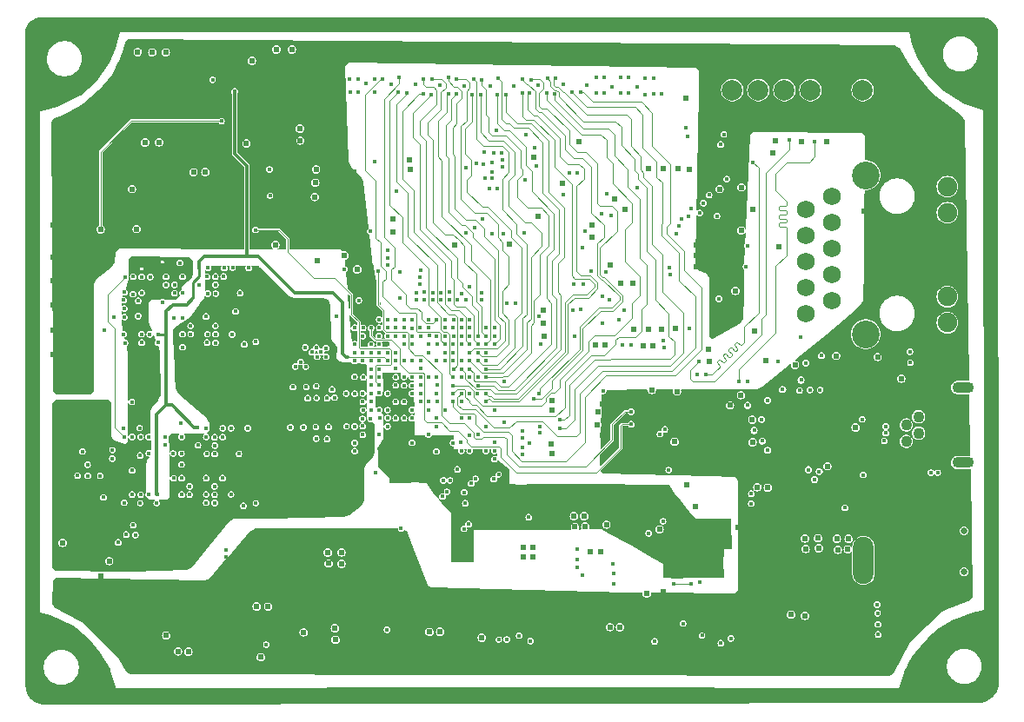
<source format=gbr>
%TF.GenerationSoftware,KiCad,Pcbnew,8.0.6*%
%TF.CreationDate,2025-01-12T20:29:37+06:00*%
%TF.ProjectId,zynq_soc_board_v1,7a796e71-5f73-46f6-935f-626f6172645f,rev?*%
%TF.SameCoordinates,Original*%
%TF.FileFunction,Copper,L4,Inr*%
%TF.FilePolarity,Positive*%
%FSLAX46Y46*%
G04 Gerber Fmt 4.6, Leading zero omitted, Abs format (unit mm)*
G04 Created by KiCad (PCBNEW 8.0.6) date 2025-01-12 20:29:37*
%MOMM*%
%LPD*%
G01*
G04 APERTURE LIST*
%TA.AperFunction,ComponentPad*%
%ADD10C,2.000000*%
%TD*%
%TA.AperFunction,ComponentPad*%
%ADD11C,1.750000*%
%TD*%
%TA.AperFunction,ComponentPad*%
%ADD12C,1.900000*%
%TD*%
%TA.AperFunction,ComponentPad*%
%ADD13C,2.700000*%
%TD*%
%TA.AperFunction,ComponentPad*%
%ADD14C,1.100000*%
%TD*%
%TA.AperFunction,ComponentPad*%
%ADD15O,2.100000X1.100000*%
%TD*%
%TA.AperFunction,ComponentPad*%
%ADD16O,2.000000X4.600000*%
%TD*%
%TA.AperFunction,ComponentPad*%
%ADD17O,4.600000X2.000000*%
%TD*%
%TA.AperFunction,ComponentPad*%
%ADD18C,0.650000*%
%TD*%
%TA.AperFunction,ViaPad*%
%ADD19C,0.450000*%
%TD*%
%TA.AperFunction,ViaPad*%
%ADD20C,0.620000*%
%TD*%
%TA.AperFunction,ViaPad*%
%ADD21C,1.000000*%
%TD*%
%TA.AperFunction,Conductor*%
%ADD22C,0.300000*%
%TD*%
%TA.AperFunction,Conductor*%
%ADD23C,0.250000*%
%TD*%
%TA.AperFunction,Conductor*%
%ADD24C,0.100000*%
%TD*%
%TA.AperFunction,Conductor*%
%ADD25C,0.120000*%
%TD*%
G04 APERTURE END LIST*
D10*
%TO.N,/zynq_jtag/JTAG_TMS*%
%TO.C,J300*%
X181600000Y-64740000D03*
%TO.N,/zynq_jtag/JTAG_TDI*%
X184140000Y-64740000D03*
%TO.N,/zynq_jtag/JTAG_TD0*%
X186680000Y-64740000D03*
%TO.N,/zynq_jtag/JTAG_TCK*%
X189220000Y-64740000D03*
%TO.N,GND*%
X191760000Y-64740000D03*
%TO.N,+3V3*%
X194300000Y-64740000D03*
%TD*%
D11*
%TO.N,unconnected-(J800-VCC-Pad1)*%
%TO.C,J800*%
X188760000Y-86500000D03*
%TO.N,MDI0_P*%
X191300000Y-85230000D03*
%TO.N,MDI0_N*%
X188760000Y-83960000D03*
%TO.N,MDI1_P*%
X191300000Y-82690000D03*
%TO.N,MDI2_P*%
X188760000Y-81420000D03*
%TO.N,MDI2_N*%
X191300000Y-80150000D03*
%TO.N,MDI1_N*%
X188760000Y-78880000D03*
%TO.N,MDI3_P*%
X191300000Y-77610000D03*
%TO.N,MDI3_N*%
X188760000Y-76340000D03*
%TO.N,GND*%
X191300000Y-75070000D03*
D12*
%TO.N,+3V3*%
X202550000Y-87405000D03*
%TO.N,/ethernet_gigabit/ETH_LED_GR_K*%
X202550000Y-84865000D03*
%TO.N,/ethernet_gigabit/ETH_LED_YL_A*%
X202550000Y-76695000D03*
%TO.N,+3V3*%
X202550000Y-74155000D03*
D13*
%TO.N,CGND*%
X194600000Y-73035000D03*
X194600000Y-88525000D03*
%TD*%
D14*
%TO.N,+5V_USB_AB*%
%TO.C,J900*%
X198550000Y-98980000D03*
%TO.N,/USB-2-HS/USB_HS_D_N*%
X199750000Y-98180000D03*
%TO.N,/USB-2-HS/USB_HS_D_P*%
X198550000Y-97380000D03*
%TO.N,/USB-2-HS/USB_HS_ID*%
X199750000Y-96580000D03*
%TO.N,GND*%
X198550000Y-95780000D03*
D15*
%TO.N,CGND*%
X204050000Y-101030000D03*
X204050000Y-93730000D03*
%TD*%
D16*
%TO.N,+VDC*%
%TO.C,J100*%
X194390000Y-110567500D03*
%TO.N,GND*%
X200590000Y-110567500D03*
D17*
X197640000Y-105867500D03*
%TD*%
D18*
%TO.N,*%
%TO.C,J301*%
X204170000Y-107690000D03*
X204170000Y-111690000D03*
%TD*%
D19*
%TO.N,PG_1V0*%
X160840000Y-117910000D03*
X147980000Y-117320000D03*
D20*
%TO.N,GND*%
X183730000Y-88180000D03*
X116360000Y-108850000D03*
D19*
X135200000Y-89270000D03*
X144450000Y-81520000D03*
D20*
X168970000Y-98380000D03*
X197320000Y-95310000D03*
D19*
X150830000Y-84460000D03*
D20*
X191080000Y-98290000D03*
X160460000Y-117070000D03*
D19*
X159390000Y-97110000D03*
X148010325Y-97519675D03*
X174680000Y-94050000D03*
D20*
X142310000Y-72710000D03*
D19*
X199640000Y-99310000D03*
D20*
X150940000Y-117410000D03*
D19*
X195950000Y-97870000D03*
D20*
X174370000Y-99180000D03*
X117600000Y-76650000D03*
D19*
X122360000Y-104950000D03*
X131200000Y-104970000D03*
X153629675Y-95919675D03*
D20*
X194990000Y-100530000D03*
D19*
X189570000Y-91260000D03*
X150420000Y-93520000D03*
X155200000Y-92730000D03*
X169970000Y-110920000D03*
D20*
X138510000Y-63730000D03*
X137440000Y-63740000D03*
D19*
X124080000Y-89350000D03*
X123950000Y-104990000D03*
X157210000Y-85151387D03*
X122590000Y-108060000D03*
X146410000Y-87110000D03*
X130980000Y-64800000D03*
D20*
X164000000Y-94990000D03*
D19*
X184540000Y-112190000D03*
X182740000Y-115720000D03*
D20*
X187850000Y-103330000D03*
D19*
X174740000Y-65090000D03*
X148390000Y-111380000D03*
D20*
X185760000Y-69660000D03*
D19*
X174320000Y-97530000D03*
X132320000Y-111740000D03*
D20*
X145040000Y-117480000D03*
D19*
X183120000Y-93160000D03*
X125690203Y-89346850D03*
X130471288Y-88518941D03*
X138240000Y-71620000D03*
X178440000Y-112710000D03*
D20*
X193010000Y-91470000D03*
D19*
X132120000Y-82080000D03*
X192380000Y-119990000D03*
X145629676Y-95919675D03*
D20*
X162290000Y-71280000D03*
D19*
X150420000Y-92700000D03*
X155682446Y-72330000D03*
X184560000Y-112940000D03*
X167080000Y-83640000D03*
X155500000Y-103940000D03*
X177270000Y-69240000D03*
X188290000Y-88780000D03*
D20*
X140990000Y-76110000D03*
X181360000Y-116860000D03*
X178020000Y-105320000D03*
D19*
X152810000Y-97500000D03*
X123590000Y-113240000D03*
D20*
X115430000Y-83300000D03*
D19*
X150230000Y-111410000D03*
X185940000Y-111040000D03*
X166510000Y-111250000D03*
D20*
X182900000Y-102200000D03*
D19*
X127960000Y-98530000D03*
X159200000Y-72180000D03*
D20*
X126010000Y-77780000D03*
X181350000Y-94490000D03*
D19*
X182690000Y-115000000D03*
X156800403Y-94310000D03*
X153120000Y-64250000D03*
D20*
X184880000Y-91130000D03*
D19*
X141550000Y-90250000D03*
X157270000Y-77320000D03*
X150429675Y-91119675D03*
X134420000Y-97680000D03*
X155520000Y-64350000D03*
D20*
X195430000Y-82450000D03*
D19*
X169630000Y-85160000D03*
X122270000Y-97670000D03*
D20*
X122090000Y-79380000D03*
D19*
X198300000Y-111810000D03*
X155210000Y-84600000D03*
D20*
X176240000Y-101140000D03*
X193290000Y-94590000D03*
D19*
X149390000Y-111420000D03*
X131280000Y-89370000D03*
X170030000Y-111860000D03*
X157600000Y-97510000D03*
X155690000Y-78660000D03*
X132766140Y-97680000D03*
D20*
X187090000Y-117380000D03*
X182120000Y-107360000D03*
D19*
X153230000Y-118550000D03*
X152819798Y-92690191D03*
X159330000Y-78710000D03*
X148835814Y-91106368D03*
X148370000Y-109990000D03*
X155205000Y-91095745D03*
D20*
X155660000Y-117060000D03*
D19*
X132872905Y-88540550D03*
D20*
X203560000Y-112640000D03*
X183900000Y-95010000D03*
D19*
X148000402Y-89509999D03*
D20*
X169340000Y-107070000D03*
D19*
X136240000Y-111770000D03*
X169270000Y-82430000D03*
X148380000Y-110690000D03*
X160470000Y-85530000D03*
D20*
X167290000Y-107280000D03*
X191030000Y-96740000D03*
D19*
X149220000Y-85030000D03*
X136220000Y-109600000D03*
X144800000Y-92670000D03*
X152020000Y-95910000D03*
D20*
X195550000Y-78210000D03*
D19*
X151220000Y-95110000D03*
D20*
X194630000Y-84150000D03*
X175470000Y-62140000D03*
X146390000Y-82010000D03*
X134320000Y-118350000D03*
D19*
X157994987Y-64341029D03*
X132170000Y-64870000D03*
D20*
X136060000Y-79790000D03*
D19*
X125550000Y-104990000D03*
D20*
X115460000Y-88160000D03*
X171900000Y-83590000D03*
X189610000Y-101140000D03*
D19*
X132320000Y-110960000D03*
X151150000Y-82980000D03*
X171700000Y-94970000D03*
X130315000Y-97735000D03*
D20*
X172030000Y-99680000D03*
X115420000Y-81000000D03*
D19*
X157480000Y-73330000D03*
X152794200Y-99958715D03*
D20*
X181850000Y-102220000D03*
D19*
X192560000Y-103400000D03*
X130520000Y-82070000D03*
D20*
X203030000Y-102500000D03*
D19*
X132330000Y-113220000D03*
X158420000Y-99100000D03*
X149620000Y-96700000D03*
X133540000Y-100170000D03*
D20*
X177080000Y-65560000D03*
D19*
X132766140Y-104143860D03*
D20*
X178110000Y-81970000D03*
X115410000Y-85720000D03*
X170760000Y-83580000D03*
D19*
X178170000Y-92490000D03*
D20*
X180340000Y-81950000D03*
X190790000Y-69750000D03*
D19*
X166480000Y-110480000D03*
X151220000Y-93510000D03*
D20*
X180340000Y-79820000D03*
X145830000Y-77730000D03*
X179260000Y-81970000D03*
X194470000Y-76570000D03*
X126500000Y-118800000D03*
D19*
X136230000Y-110300000D03*
D20*
X182200000Y-87140000D03*
D19*
X130360000Y-104140000D03*
X153610000Y-91120000D03*
D20*
X162990000Y-117370000D03*
X144800000Y-75920000D03*
D19*
X151620000Y-84450000D03*
D20*
X174380000Y-101680000D03*
D19*
X132300000Y-109570000D03*
X170860000Y-89570000D03*
D20*
X168980000Y-95320000D03*
X200020000Y-102550000D03*
D19*
X158420000Y-88700000D03*
D20*
X144680000Y-74390000D03*
D19*
X180110000Y-69440000D03*
X135210000Y-104990000D03*
X130360000Y-104950000D03*
X156030000Y-88710000D03*
X148819914Y-92710000D03*
D20*
X187160000Y-118410000D03*
D19*
X161780000Y-106360000D03*
X161830000Y-99110000D03*
X151060000Y-111410000D03*
D20*
X182610000Y-77340000D03*
D19*
X151230000Y-91900000D03*
X146839894Y-102019216D03*
D20*
X134350000Y-117320000D03*
X141150000Y-81380000D03*
D19*
X192340000Y-119130000D03*
D20*
X178110000Y-79840000D03*
X173440000Y-72420000D03*
D19*
X148850000Y-74600000D03*
X123470000Y-108090000D03*
D20*
X172930000Y-89620000D03*
D19*
X158190000Y-71830000D03*
X158060000Y-117580000D03*
D20*
X176310000Y-96080000D03*
D19*
X148050000Y-96680000D03*
D20*
X115440000Y-90520000D03*
X183030000Y-69870000D03*
D19*
X154030000Y-84450000D03*
D20*
X119840000Y-79430000D03*
D19*
X154830000Y-101700000D03*
X161480000Y-69050000D03*
X143500000Y-64180000D03*
X142590000Y-119120000D03*
D20*
X134800000Y-67130000D03*
D19*
X165120000Y-64200000D03*
X133160000Y-111270000D03*
D20*
X187880000Y-104220000D03*
D19*
X160320000Y-64360000D03*
D20*
X117565000Y-72505000D03*
X195130000Y-94380000D03*
X127420000Y-70820000D03*
D19*
X132310000Y-110270000D03*
X155990000Y-98340000D03*
X148820000Y-95110000D03*
X155240000Y-95110000D03*
X148390000Y-112930000D03*
X131160000Y-104150000D03*
X139550000Y-91230000D03*
D20*
X180000000Y-88160000D03*
D19*
X197300000Y-111820000D03*
X126346486Y-98523172D03*
D20*
X142380000Y-74310000D03*
X174720000Y-88020000D03*
D19*
X146340000Y-116740000D03*
X144820000Y-99910000D03*
X140640000Y-90270000D03*
X166530000Y-72830000D03*
D20*
X166180000Y-106260000D03*
D19*
X185100000Y-111010000D03*
X156010324Y-96719676D03*
D20*
X198060000Y-91890000D03*
D19*
X150740000Y-64160000D03*
D20*
X196080000Y-100410000D03*
D19*
X176630000Y-77290000D03*
D20*
X176150000Y-99910000D03*
D19*
X186390000Y-99560000D03*
D20*
X144700000Y-72700000D03*
D19*
X133980000Y-105250000D03*
D20*
X178100000Y-80870000D03*
D19*
X136240000Y-110990000D03*
D20*
X128540000Y-117310000D03*
X180330000Y-80850000D03*
D19*
X185350000Y-112160000D03*
X128066140Y-88526140D03*
D20*
X147662500Y-108510000D03*
D19*
X184320000Y-97570000D03*
X150420000Y-94310000D03*
X185370000Y-112910000D03*
X153230000Y-84490000D03*
D20*
X168530000Y-117340000D03*
X127700000Y-77790000D03*
X129980000Y-78110000D03*
X135180000Y-79170000D03*
X120090000Y-112060000D03*
D19*
X157620000Y-91120000D03*
X132320000Y-112510000D03*
X182010000Y-85260000D03*
D20*
X195820000Y-80140000D03*
D19*
X134500000Y-82070000D03*
D20*
X138270000Y-77200000D03*
X167930000Y-79110000D03*
X172820000Y-97670000D03*
D19*
X170020000Y-112890000D03*
X150420000Y-99110000D03*
D20*
X201870000Y-82120000D03*
D19*
X169370000Y-74860000D03*
D20*
X175710000Y-120400000D03*
D19*
X152020000Y-95110000D03*
X131266140Y-88526140D03*
D20*
X179330000Y-91170000D03*
D19*
X148340000Y-64190000D03*
X186180000Y-112160000D03*
X162750000Y-86770000D03*
D20*
X185440000Y-106010000D03*
D19*
X131966140Y-98556140D03*
D20*
X174510000Y-107550000D03*
D19*
X145610402Y-97490277D03*
X152030000Y-92710000D03*
X132060000Y-82910000D03*
X157600403Y-99910000D03*
X145900000Y-64130000D03*
X169920000Y-64390000D03*
X145639597Y-89510001D03*
X148010000Y-81090000D03*
X125450000Y-113250000D03*
X184010000Y-99910000D03*
X193310000Y-103390000D03*
D20*
X150180000Y-71530000D03*
X188370000Y-69740000D03*
D19*
X158690000Y-74350000D03*
X150420000Y-89510000D03*
X186200000Y-112910000D03*
D20*
X115480000Y-77870000D03*
X197220000Y-100370000D03*
X132530000Y-72750000D03*
D19*
X131970000Y-97700000D03*
X134000000Y-111260000D03*
X166850000Y-86140000D03*
D20*
X135110000Y-77370000D03*
D19*
X157616643Y-87893903D03*
X134070000Y-89520000D03*
D20*
X131450000Y-72780000D03*
D19*
X130456173Y-89350000D03*
X153190000Y-113390000D03*
X148390000Y-112160000D03*
X154434777Y-87105360D03*
X172310000Y-64400000D03*
X127961059Y-104161288D03*
D20*
X188840000Y-98290000D03*
D19*
X170600000Y-87100000D03*
X128190000Y-66810000D03*
X126460000Y-82920000D03*
D20*
X116320000Y-112980000D03*
X174900000Y-113660000D03*
D19*
X134830000Y-111260000D03*
X191900000Y-103400000D03*
X128070000Y-82920000D03*
X168840000Y-76760000D03*
X167470000Y-64220000D03*
X148820000Y-93510000D03*
X162720000Y-64290000D03*
X123870000Y-97670000D03*
D20*
X179260000Y-79840000D03*
D19*
X158215000Y-72705000D03*
X128180000Y-65860000D03*
X152020000Y-87110000D03*
D20*
X131800000Y-69070000D03*
X142290000Y-75860000D03*
D19*
X157370000Y-71930000D03*
X122450000Y-89380000D03*
D20*
X165070000Y-73870000D03*
D19*
X143016597Y-86755530D03*
X158590000Y-68630000D03*
X146420000Y-93500000D03*
D20*
X188790000Y-96740000D03*
D19*
X132930000Y-82050000D03*
X166470000Y-109480000D03*
X142850000Y-94710000D03*
D20*
X168290000Y-89560000D03*
D19*
X149620000Y-87910000D03*
D20*
X182200000Y-95910000D03*
X185500000Y-107620000D03*
D19*
X152020000Y-90310000D03*
X152430000Y-84460000D03*
D20*
X148550000Y-77330000D03*
D19*
X147215494Y-98295086D03*
D20*
X186110000Y-80010000D03*
D19*
X170225000Y-118495000D03*
X166970000Y-112050000D03*
D20*
X164010000Y-100160000D03*
D19*
X133660000Y-84520000D03*
X152815000Y-94305000D03*
X162970000Y-89500000D03*
D20*
%TO.N,+1V8*%
X120910000Y-110630000D03*
X142890000Y-117180000D03*
D19*
X153220000Y-85180000D03*
X151220000Y-92710000D03*
X188150000Y-94010000D03*
D20*
X162160000Y-109320000D03*
D19*
X152070000Y-88680000D03*
D20*
X198050000Y-92860000D03*
X145070000Y-82210000D03*
D19*
X149620000Y-95110000D03*
X190160000Y-93960000D03*
X195720000Y-114870000D03*
X195780000Y-116800000D03*
D20*
X190860000Y-101390000D03*
D19*
X189170000Y-93950000D03*
D20*
X195750000Y-90730000D03*
D19*
X149610000Y-91110000D03*
X150420000Y-95910000D03*
D20*
X161230000Y-110270000D03*
D19*
X151220000Y-94310000D03*
X150420000Y-96710000D03*
X195820000Y-117790000D03*
X149620000Y-93520000D03*
D20*
X168750000Y-109730000D03*
X167740000Y-109700000D03*
D19*
X155234777Y-88707247D03*
X161960000Y-118420000D03*
X195750000Y-115720000D03*
D20*
X191720000Y-90640000D03*
D19*
X152020000Y-89510000D03*
X155230000Y-87090000D03*
D20*
X162170000Y-110270000D03*
X161230000Y-109290000D03*
D19*
X149630000Y-92680000D03*
X149200000Y-82470000D03*
D20*
X187710000Y-91550000D03*
D19*
%TO.N,+1V35*%
X129570000Y-104960000D03*
X123060000Y-97590000D03*
X132860000Y-82930000D03*
X133660000Y-83730000D03*
X145220000Y-85240000D03*
X146420000Y-89529597D03*
X130980000Y-63730000D03*
X130353860Y-103356140D03*
X131310000Y-82070000D03*
D20*
X127410000Y-110690000D03*
D19*
X127147623Y-98550000D03*
X133560000Y-99360000D03*
X127160000Y-104140000D03*
X132766140Y-98556140D03*
X145620000Y-93510000D03*
X129630000Y-89380000D03*
X146410000Y-99110000D03*
X142800000Y-90720000D03*
X133170000Y-105190000D03*
X123160000Y-104980000D03*
X131180000Y-97620000D03*
X128750000Y-98540000D03*
X135180000Y-104170000D03*
X131950000Y-104150000D03*
X145620000Y-91920000D03*
X130456173Y-87703635D03*
D20*
X128620000Y-119470000D03*
D19*
X133700000Y-82070000D03*
X132090000Y-89370000D03*
X128860000Y-82920000D03*
D20*
X127440000Y-109550000D03*
D19*
X144793568Y-95953955D03*
X124670000Y-97660000D03*
X135310000Y-82080000D03*
X142955000Y-98710000D03*
X135230000Y-97690000D03*
X127300000Y-88540000D03*
X127260000Y-82930000D03*
X124900203Y-89346091D03*
D20*
X126160000Y-109550000D03*
D19*
X133260000Y-89490000D03*
X124870000Y-82120000D03*
X131990000Y-104990000D03*
X144819999Y-87910001D03*
X132082905Y-88580000D03*
D20*
X127610000Y-119430000D03*
D19*
X122990000Y-81870000D03*
X123270000Y-89380000D03*
X124760000Y-104980000D03*
X146400402Y-97510001D03*
X133600000Y-97710000D03*
D20*
X126210000Y-110600000D03*
D19*
X135251000Y-88520000D03*
%TO.N,+0V675_REF*%
X125660000Y-88520000D03*
X129470000Y-97600000D03*
X129700000Y-82080000D03*
X148039597Y-91110000D03*
X125570000Y-104140000D03*
X148020000Y-95920000D03*
X133130000Y-64880000D03*
D20*
%TO.N,VCC*%
X188690000Y-108430000D03*
X173280000Y-113790000D03*
D19*
X174040000Y-118460000D03*
D20*
X188740000Y-109450000D03*
X189950000Y-108410000D03*
X190030000Y-109380000D03*
D19*
%TO.N,PWR_EN*%
X175870000Y-112850000D03*
X177550000Y-112860000D03*
D20*
%TO.N,+5V*%
X184050000Y-103440000D03*
X187320000Y-115860000D03*
X153140000Y-117530000D03*
D19*
X183460000Y-105030000D03*
D20*
X136390000Y-115080000D03*
X125760000Y-69820000D03*
X188680000Y-115970000D03*
X152110000Y-117540000D03*
X169680000Y-117070000D03*
X185060000Y-103480000D03*
X142970000Y-118300000D03*
D19*
X183460000Y-104070000D03*
D20*
X170660000Y-117080000D03*
X135280000Y-115060000D03*
X124410000Y-69850000D03*
D19*
%TO.N,+1V0*%
X148820000Y-96710000D03*
D20*
X139860000Y-117570000D03*
X142280000Y-110870000D03*
D19*
X148010325Y-90300325D03*
X148820000Y-91890403D03*
X152812606Y-96682474D03*
X152820000Y-91110000D03*
X152822888Y-95093418D03*
X151220000Y-91100000D03*
X152829675Y-93500325D03*
D20*
X143520000Y-110900000D03*
D19*
X148005783Y-94314217D03*
D20*
X143530000Y-109780000D03*
X142200000Y-109810000D03*
%TO.N,PG_1V8*%
X126470000Y-117890000D03*
D19*
X136220000Y-118780000D03*
D20*
%TO.N,PG_1V35*%
X134810000Y-61890000D03*
D19*
X178650000Y-117870000D03*
D20*
X135690000Y-120010000D03*
D19*
%TO.N,PG_3V3*%
X176800000Y-116720000D03*
%TO.N,+3V3*%
X173120000Y-65160000D03*
X171500000Y-65040000D03*
D20*
X139490000Y-68500000D03*
D19*
X180480000Y-70040000D03*
X158420000Y-87920000D03*
X156700000Y-71840000D03*
X162745000Y-103315000D03*
X170730000Y-65010000D03*
D20*
X163940000Y-99220000D03*
D19*
X169110000Y-65050000D03*
X170740000Y-63520000D03*
D20*
X193610000Y-97620000D03*
X150210000Y-72470000D03*
D19*
X173930000Y-65140000D03*
X156829675Y-98319675D03*
X164920000Y-107080000D03*
X169020000Y-94060000D03*
X175530000Y-82690000D03*
X148839809Y-97510202D03*
D20*
X183570000Y-76350000D03*
D19*
X173130000Y-63560000D03*
X148019999Y-92690403D03*
X155210000Y-96710000D03*
X156010403Y-94310000D03*
X173930000Y-63580000D03*
X148020000Y-100720000D03*
X171530000Y-63530000D03*
X158220000Y-73320000D03*
X150840000Y-102150000D03*
X156839598Y-99909999D03*
D20*
X172820000Y-105240000D03*
X166650000Y-69770000D03*
D19*
X148800000Y-87920000D03*
X158424217Y-95925211D03*
D20*
X168390000Y-106260000D03*
D19*
X169140000Y-63540000D03*
X159460000Y-101760000D03*
D20*
X162720000Y-77010000D03*
X125110000Y-61060000D03*
X179860000Y-107500000D03*
D19*
X168320000Y-63540000D03*
X147215360Y-87095223D03*
X154410000Y-91090690D03*
X147215360Y-95095223D03*
D20*
X178620000Y-110250000D03*
X148580000Y-78560000D03*
X143810000Y-80870000D03*
X185520000Y-70900000D03*
X179870000Y-110280000D03*
X123120000Y-74380000D03*
X173890000Y-89620000D03*
D19*
X153620000Y-99900000D03*
D20*
X179840000Y-111240000D03*
X139530000Y-69650000D03*
X169230000Y-89550000D03*
X178630000Y-111280000D03*
X134280000Y-69940000D03*
X180750000Y-107490000D03*
X154600000Y-79860000D03*
X123690000Y-61030000D03*
D19*
X181450000Y-118170000D03*
D20*
X157200000Y-118100000D03*
X126430000Y-61060000D03*
X183550000Y-96860000D03*
D19*
X159170000Y-70880000D03*
D20*
X138700000Y-60780000D03*
X176080000Y-88000000D03*
X183570000Y-99060000D03*
D19*
X151220000Y-99120000D03*
X156000402Y-92710001D03*
D20*
X159870000Y-79790000D03*
D19*
X159390000Y-93110000D03*
D20*
X182500000Y-74210000D03*
X154820000Y-109570000D03*
X137190000Y-60780000D03*
D19*
X157639598Y-90310001D03*
D20*
X173400000Y-88040000D03*
D19*
X157910000Y-74370000D03*
X168330000Y-65030000D03*
D20*
%TO.N,+0V675*%
X130280000Y-72740000D03*
D19*
X131850000Y-67760000D03*
D20*
X120070000Y-78310000D03*
X129120000Y-72760000D03*
X123590000Y-78280000D03*
D21*
%TO.N,CGND*%
X190000000Y-123500000D03*
X120000000Y-58500000D03*
X113500000Y-65000000D03*
X175000000Y-58500000D03*
X170000000Y-58500000D03*
X135000000Y-123500000D03*
X113500000Y-80000000D03*
X150000000Y-58500000D03*
X206790000Y-65020000D03*
X206790000Y-70020000D03*
X165000000Y-58500000D03*
X200000000Y-58500000D03*
X185000000Y-123500000D03*
X206790000Y-105020000D03*
X190000000Y-58500000D03*
X206790000Y-80020000D03*
X130000000Y-58500000D03*
X180000000Y-58500000D03*
X120000000Y-123500000D03*
X125000000Y-58500000D03*
X185000000Y-58500000D03*
X113500000Y-105000000D03*
X206790000Y-95020000D03*
X195000000Y-123500000D03*
X113500000Y-110000000D03*
X113500000Y-99500000D03*
X155000000Y-58500000D03*
X206790000Y-75020000D03*
X145000000Y-123500000D03*
X113500000Y-70000000D03*
X150000000Y-123500000D03*
X194999968Y-58500000D03*
X160000000Y-123500000D03*
X207000000Y-115000000D03*
X207000000Y-110000000D03*
X125000000Y-123500000D03*
X135000000Y-58500000D03*
X145000000Y-58500000D03*
X165000000Y-123500000D03*
X160000000Y-58500000D03*
X113500000Y-95000000D03*
X140000000Y-58500000D03*
X140000000Y-123500000D03*
X206790000Y-85020000D03*
X155000000Y-123500000D03*
X180000000Y-123500000D03*
X130000000Y-123500000D03*
X113500000Y-115000000D03*
X206790000Y-90020000D03*
X113500000Y-75000000D03*
X175000000Y-123500000D03*
X113500000Y-90000000D03*
X113500000Y-85000000D03*
X200000000Y-123500000D03*
X170000000Y-123500000D03*
X206790000Y-100020000D03*
D19*
%TO.N,+1V8_PLL*%
X148840364Y-90310727D03*
%TO.N,/zynq_jtag/VSUB_FILT*%
X186050000Y-91150000D03*
D20*
%TO.N,+1V8_FTDI*%
X167170000Y-106250000D03*
X177130000Y-103200000D03*
X181370000Y-95460000D03*
X164040000Y-95950000D03*
D19*
%TO.N,/zynq_processing_system_ps/MIO_VRFF_OV9*%
X151230000Y-88710000D03*
%TO.N,PS_NRST*%
X165710000Y-72830000D03*
X121790000Y-108810000D03*
X151260000Y-82260000D03*
D20*
%TO.N,PS_NPOR*%
X166280000Y-107310000D03*
D19*
X159640000Y-118270000D03*
X148824366Y-87094942D03*
X180500000Y-118640000D03*
%TO.N,/zynq_processing_system_ps/EMMC_VDDI*%
X161380000Y-73520000D03*
D20*
%TO.N,+1V8_ETH*%
X179260000Y-90040000D03*
X176290000Y-72400000D03*
X167950000Y-77860000D03*
X174880000Y-72430000D03*
D19*
X175430000Y-82000000D03*
D20*
X172010000Y-88020000D03*
X180350000Y-74380000D03*
X171160000Y-76400000D03*
%TO.N,+1V0_ETH*%
X169680000Y-81810000D03*
D19*
X180300000Y-85070000D03*
X182950000Y-81940000D03*
X183100000Y-79920000D03*
X176140000Y-78750000D03*
D20*
%TO.N,+3V3_ETH*%
X182470000Y-78430000D03*
X181900000Y-84310000D03*
%TO.N,+VDC*%
X192860000Y-109510000D03*
X191870000Y-109530000D03*
X191780000Y-108470000D03*
X192940000Y-108470000D03*
D19*
%TO.N,/zynq_jtag/USB_FTDI_D_N*%
X174563703Y-98264779D03*
X201605363Y-102021340D03*
%TO.N,/zynq_jtag/USB_FTDI_D_P*%
X175023323Y-97805159D03*
X200955363Y-102021340D03*
%TO.N,/USB-2-HS/USB_HS_D_N*%
X196566155Y-98165000D03*
%TO.N,/USB-2-HS/USB_HS_D_P*%
X196566155Y-97515000D03*
%TO.N,MIO50*%
X145160000Y-64960000D03*
%TO.N,PL_B35_L6_N*%
X156820001Y-89490403D03*
X152280000Y-65200000D03*
%TO.N,PL_B35_L7_N*%
X163580000Y-63620000D03*
X164820000Y-96870000D03*
%TO.N,PL_B35_L16_P*%
X156029676Y-90300324D03*
X153950000Y-63520000D03*
%TO.N,PL_B35_L20_N*%
X154439597Y-91910000D03*
X149940000Y-65030000D03*
%TO.N,PL_B35_L13_P*%
X157110000Y-65180000D03*
X156020000Y-91110000D03*
%TO.N,PL_B35_IO25*%
X155234777Y-91905360D03*
X159515000Y-65210000D03*
%TO.N,PL_B35_L22_N*%
X154420202Y-94315000D03*
X164300000Y-65140000D03*
%TO.N,PL_B35_L3_N*%
X157610000Y-88700403D03*
X152380000Y-63630000D03*
%TO.N,MIO51*%
X145130000Y-63660000D03*
%TO.N,PL_B35_L24_N*%
X156030000Y-91910000D03*
X158690000Y-65180000D03*
%TO.N,PL_B35_L13_N*%
X156830000Y-91110000D03*
X156290000Y-65160000D03*
%TO.N,PL_B35_L3_P*%
X156820000Y-88700403D03*
X151510000Y-63640000D03*
%TO.N,PL_B35_L6_P*%
X155994831Y-89505634D03*
X151520000Y-65140000D03*
%TO.N,PL_B35_L5_N*%
X158420000Y-89510000D03*
X154720000Y-65140000D03*
%TO.N,PL_B35_L23_N*%
X155220000Y-94290403D03*
X166010000Y-64960000D03*
%TO.N,PL_B35_L22_P*%
X163570000Y-64990000D03*
X154424640Y-93524777D03*
%TO.N,PL_B35_L8_P*%
X157620000Y-95090404D03*
X161815000Y-65042696D03*
%TO.N,PL_B35_L8_N*%
X157620000Y-94310000D03*
X161165000Y-65042696D03*
%TO.N,PL_B35_L14_N*%
X157610000Y-91910000D03*
X156430000Y-63700000D03*
%TO.N,PL_B35_L16_N*%
X156830000Y-90310000D03*
X154730000Y-63630000D03*
%TO.N,PL_B35_L11_N*%
X156810000Y-93520000D03*
X158780000Y-63560000D03*
%TO.N,PL_B35_L14_P*%
X157620000Y-92710000D03*
X157180000Y-63740000D03*
%TO.N,PL_B35_L7_P*%
X164345512Y-63599638D03*
X164840000Y-97710000D03*
%TO.N,MIO49*%
X149180000Y-63500000D03*
X152820000Y-87110000D03*
%TO.N,PL_B35_L9_N*%
X162737239Y-94352892D03*
X161200000Y-63710000D03*
%TO.N,PL_B35_L9_P*%
X162277619Y-94812512D03*
X161980000Y-63720000D03*
%TO.N,PL_B35_L20_P*%
X154400000Y-92730000D03*
X149090000Y-64950000D03*
%TO.N,PL_B35_L5_P*%
X153940000Y-65110000D03*
X157610000Y-89500000D03*
%TO.N,PL_B35_L23_P*%
X166810000Y-64950000D03*
X154420000Y-95100000D03*
%TO.N,PL_B34_L14_P*%
X162850851Y-97514205D03*
%TO.N,PL_B34_L16_P*%
X161143585Y-99585000D03*
%TO.N,PL_B34_L10_N*%
X155921599Y-107035396D03*
%TO.N,PL_B34_L11_N*%
X155190000Y-99080000D03*
%TO.N,PL_B34_L17_N*%
X158834810Y-102195190D03*
%TO.N,PL_B34_L7_P*%
X156165190Y-103074810D03*
%TO.N,PL_B34_L17_P*%
X158375190Y-102654810D03*
%TO.N,PL_B34_L18_N*%
X156020000Y-99900000D03*
%TO.N,PL_B34_L22_N*%
X158429676Y-99900324D03*
%TO.N,PL_B34_L8_N*%
X154095000Y-102774986D03*
%TO.N,PL_B34_L15_P*%
X161180000Y-97985000D03*
%TO.N,PL_B34_L10_P*%
X155461979Y-107495016D03*
%TO.N,PL_B34_L16_N*%
X161143585Y-100235000D03*
%TO.N,PL_B34_L8_P*%
X153445000Y-102774986D03*
%TO.N,PL_B34_L18_P*%
X155220202Y-99890191D03*
%TO.N,DONE*%
X149350000Y-107480000D03*
X158860000Y-118280000D03*
%TO.N,PL_B34_L22_P*%
X158420000Y-100690403D03*
%TO.N,PL_B34_L7_N*%
X156624810Y-102615190D03*
%TO.N,PL_B34_L14_N*%
X162850851Y-98164205D03*
%TO.N,PL_B34_L11_P*%
X154420000Y-99120000D03*
%TO.N,PL_B34_L15_N*%
X161180000Y-98635000D03*
%TO.N,PL_B34_L4_P*%
X153374448Y-104344068D03*
%TO.N,PL_B34_L4_N*%
X153834068Y-103884448D03*
%TO.N,TDI_0*%
X183640000Y-71780000D03*
X147229675Y-91119675D03*
X179040000Y-92480000D03*
%TO.N,TMS_0*%
X147230000Y-92700000D03*
X180770000Y-69050000D03*
X174990000Y-89850000D03*
%TO.N,/zynq_jtag/NPROGRAM*%
X135170000Y-78370000D03*
X147220000Y-93490403D03*
%TO.N,TDO_0*%
X178330000Y-91160000D03*
X187150000Y-69620000D03*
X147220000Y-90310000D03*
%TO.N,TCK_0*%
X149620000Y-89500000D03*
X189650000Y-69740000D03*
X182260000Y-93160000D03*
%TO.N,/zynq_jtag/M0*%
X146750000Y-71710000D03*
%TO.N,QSPI_DQ1_M1*%
X148020000Y-87890403D03*
D20*
X140990000Y-73770000D03*
D19*
%TO.N,/zynq_jtag/M1*%
X136530000Y-72470000D03*
%TO.N,/zynq_jtag/M2*%
X136570000Y-75020000D03*
D20*
%TO.N,QSPI_DQ2_M2*%
X140950000Y-75150000D03*
D19*
X148015000Y-81815000D03*
D20*
%TO.N,/zynq_jtag/FTDI_NRST*%
X176200000Y-94110000D03*
X182450000Y-94470000D03*
D19*
%TO.N,/zynq_jtag/FTDI_EEDATA*%
X173470000Y-107930000D03*
%TO.N,/zynq_jtag/FTDI_EECLK*%
X174850000Y-106760000D03*
%TO.N,/zynq_jtag/FTDI_EECS*%
X175420000Y-101760000D03*
D20*
%TO.N,/zynq_jtag/FTDI_REF*%
X175980000Y-99010000D03*
%TO.N,/zynq_jtag/FTDI_NPOR*%
X173750000Y-93950000D03*
%TO.N,FTDI_TX*%
X168490000Y-96090000D03*
D19*
%TO.N,UART1_RX*%
X147110000Y-82360000D03*
X171760000Y-96070000D03*
%TO.N,UART1_TX_VCFG1*%
X146420000Y-87920000D03*
X171770000Y-97310000D03*
D20*
%TO.N,FTDI_RX*%
X168470000Y-97350000D03*
D19*
%TO.N,/zynq_processing_system_ps/VCFG0*%
X148810324Y-88719676D03*
%TO.N,ETH_PHY_TXCLK*%
X176440000Y-77970000D03*
X168930000Y-84840000D03*
%TO.N,ETH_PHY_TXD0*%
X168910000Y-87420000D03*
X177628664Y-76307154D03*
D20*
%TO.N,/zynq_processing_system_ps/ETH_TXD0*%
X163230000Y-87420000D03*
D19*
X154420000Y-89510000D03*
%TO.N,ETH_PHY_TXD1*%
X178430000Y-76710000D03*
X166120000Y-83670000D03*
%TO.N,/zynq_processing_system_ps/ETH_TXD2*%
X151210000Y-87910000D03*
D20*
X163160000Y-86160000D03*
D19*
%TO.N,ETH_PHY_TXD2*%
X178800000Y-75760000D03*
X166080000Y-86160000D03*
%TO.N,ETH_PHY_TXD3*%
X167860000Y-82360000D03*
X179335001Y-74964976D03*
%TO.N,ETH_PHY_TXCTL*%
X166210000Y-88740000D03*
X177330000Y-77080000D03*
%TO.N,/zynq_processing_system_ps/ETH_TXCTL*%
X153620000Y-90310000D03*
D20*
X163280000Y-88750000D03*
D19*
%TO.N,/zynq_processing_system_ps/PS_LED*%
X147205086Y-88714506D03*
D20*
X137090000Y-79830000D03*
D19*
%TO.N,/zynq_processing_system_ps/ETH_NRST*%
X177080000Y-68420000D03*
X157190000Y-84470000D03*
%TO.N,PS_CLK_33M333*%
X148023894Y-88694456D03*
X146330000Y-78490000D03*
%TO.N,SD_D0*%
X150434777Y-88714640D03*
%TO.N,SD_D1*%
X158220000Y-78740000D03*
X149619798Y-88729809D03*
%TO.N,SD_D2*%
X156510000Y-78130000D03*
X147210000Y-87900000D03*
%TO.N,SD_D3*%
X165140000Y-74970000D03*
X149629676Y-87119676D03*
%TO.N,SD_CMD*%
X158410000Y-70830000D03*
X162380000Y-70340000D03*
X148030000Y-87110000D03*
%TO.N,/zynq_processing_system_ps/EMMC_NRST*%
X159180000Y-71570000D03*
X162500000Y-72110000D03*
%TO.N,SD_CLK*%
X150390000Y-87940000D03*
%TO.N,/zynq_programmable_logic/LED_PL*%
X155600000Y-105000000D03*
X152020000Y-98300000D03*
%TO.N,/zynq_ddr/DDR_VRN*%
X146435726Y-91113717D03*
%TO.N,/zynq_ddr/DDR_VRP*%
X147223717Y-91925726D03*
%TO.N,ETH_RXD0*%
X169810000Y-76950000D03*
X152020000Y-87910000D03*
D20*
%TO.N,ETH_RXD1*%
X170140000Y-75390000D03*
D19*
X155635000Y-85190000D03*
%TO.N,ETH_RXD2*%
X154415360Y-90324777D03*
X172330000Y-74280000D03*
D20*
%TO.N,ETH_RXD3*%
X177440000Y-72440000D03*
D19*
X154850000Y-85190000D03*
%TO.N,ETH_RXCTL*%
X153620000Y-87900000D03*
X167280000Y-78450000D03*
%TO.N,ETH_RXCLK*%
X156030000Y-83920000D03*
X167010000Y-80100000D03*
%TO.N,ETH_NINT*%
X152820000Y-88710000D03*
X171050000Y-86190000D03*
%TO.N,ETH_MDIO*%
X151210000Y-83660000D03*
X180110000Y-77010000D03*
%TO.N,PL_CLK_125MHZ*%
X177410000Y-87990000D03*
X156820000Y-92710000D03*
%TO.N,/ethernet_gigabit/ETH_LED0*%
X198900000Y-90230000D03*
X171760000Y-89570000D03*
%TO.N,/ethernet_gigabit/ETH_LED2*%
X198960000Y-91300000D03*
X174860000Y-89120000D03*
%TO.N,USB_NRST*%
X154400691Y-87899999D03*
X190280000Y-90610000D03*
%TO.N,/USB-2-HS/USB_PHY_VBUS*%
X194235000Y-96825000D03*
%TO.N,USB_CLK*%
X151620000Y-85190000D03*
X186510000Y-93910000D03*
%TO.N,USB_NXT*%
X185055000Y-94965000D03*
X155220000Y-89505634D03*
%TO.N,USB_DATA2*%
X183730000Y-97910000D03*
X152420000Y-85190000D03*
%TO.N,DDR_DQ13*%
X144800000Y-91130000D03*
X128860000Y-88520000D03*
%TO.N,DDR_DQ11*%
X145619542Y-91130079D03*
X128850000Y-87720000D03*
%TO.N,DDR_DQ15*%
X139030000Y-91670000D03*
X131260000Y-87720000D03*
%TO.N,DDR_DM1*%
X133230000Y-86310000D03*
X142020000Y-89875000D03*
%TO.N,USB_DATA3*%
X184510000Y-98930000D03*
X152834914Y-89505494D03*
%TO.N,ETH_MDC*%
X150420000Y-87110000D03*
X181060000Y-73410000D03*
%TO.N,MIO44*%
X147530000Y-63710000D03*
X153620000Y-89520000D03*
%TO.N,USB_DATA1*%
X154440000Y-88690000D03*
X184470000Y-96830000D03*
%TO.N,USB_DATA5*%
X189590000Y-102700000D03*
%TO.N,DDR_DQ14*%
X140010000Y-89820000D03*
X131253860Y-82913860D03*
%TO.N,DDR_DQS1_N*%
X142060000Y-90720000D03*
X130500000Y-84560000D03*
%TO.N,MIO47*%
X146750000Y-64950000D03*
%TO.N,DDR_DQ12*%
X130340000Y-86800000D03*
X140050000Y-91700000D03*
%TO.N,QSPI_NCS*%
X148050000Y-80350000D03*
D20*
X141060000Y-72470000D03*
D19*
%TO.N,USB_STP*%
X188770000Y-91320000D03*
X155210000Y-87900000D03*
%TO.N,MIO46*%
X156029676Y-87900324D03*
%TO.N,MIO48*%
X144360000Y-64950000D03*
%TO.N,USB_DATA7*%
X159650000Y-85530000D03*
X190069019Y-101916528D03*
%TO.N,USB_DATA6*%
X189030000Y-101730000D03*
X153610000Y-88720000D03*
%TO.N,USB_DATA4*%
X185040000Y-99830000D03*
X156034254Y-87095000D03*
%TO.N,DDR_DQ9*%
X144820458Y-89489921D03*
X131260000Y-83707623D03*
%TO.N,MIO45*%
X146740000Y-63670000D03*
%TO.N,DDR_DQS1_P*%
X131310000Y-84580000D03*
X141160000Y-90720000D03*
%TO.N,USB_DIR*%
X153629675Y-87100325D03*
X188300000Y-93000000D03*
%TO.N,USB_DATA0*%
X154025000Y-85190000D03*
X183090000Y-95460000D03*
%TO.N,DDR_DQ8*%
X129670000Y-83720000D03*
X141080000Y-89850000D03*
%TO.N,DDR_DQ10*%
X130466140Y-82926140D03*
X144830000Y-90320000D03*
%TO.N,MIO43*%
X144350000Y-63650000D03*
%TO.N,DDR_CK_N*%
X127172946Y-102562946D03*
X127250000Y-86910000D03*
X144820000Y-94320000D03*
%TO.N,USB_PHY_CPEN*%
X196420000Y-98920000D03*
X192580000Y-105450000D03*
%TO.N,DDR_CK_P*%
X127980000Y-102550000D03*
X144000403Y-94310000D03*
X128055000Y-86915000D03*
%TO.N,DDR_CKE*%
X123250000Y-107140000D03*
X128070000Y-89790000D03*
X142150000Y-94770000D03*
%TO.N,DDR_NCS*%
X126460000Y-83730000D03*
X141130000Y-94750000D03*
X126353860Y-99343860D03*
%TO.N,DDR_NRAS*%
X128060000Y-84520000D03*
X146439599Y-95910002D03*
X127950000Y-100160000D03*
%TO.N,DDR_NCAS*%
X127260000Y-84530000D03*
X147234777Y-96714640D03*
X127160000Y-100150000D03*
%TO.N,DDR_NWE*%
X127940000Y-101220000D03*
X146429675Y-95119675D03*
X127260000Y-83707623D03*
%TO.N,DDR_BA0*%
X147210000Y-94270000D03*
X123110000Y-95130000D03*
%TO.N,DDR_BA1*%
X124760000Y-104140000D03*
X124860000Y-88532377D03*
X146360000Y-96760000D03*
%TO.N,DDR_BA2*%
X146450000Y-91940000D03*
X121230000Y-100640000D03*
X123750000Y-85270000D03*
%TO.N,DDR_A0*%
X140250000Y-94770000D03*
X124770000Y-100130000D03*
%TO.N,DDR_A1*%
X141069834Y-93580166D03*
X123160000Y-101800000D03*
X123730000Y-86760000D03*
%TO.N,DDR_A2*%
X123925166Y-100354834D03*
X145620000Y-94300000D03*
X124075000Y-84505000D03*
%TO.N,DDR_A3*%
X138810000Y-93670000D03*
X124900000Y-82960000D03*
X124753860Y-98543860D03*
%TO.N,DDR_A4*%
X124047623Y-88520000D03*
X145620000Y-95115000D03*
X123960000Y-104150000D03*
%TO.N,DDR_A5*%
X123970000Y-98550000D03*
X142630000Y-93910000D03*
X124070000Y-82940000D03*
%TO.N,DDR_A6*%
X123160000Y-104150000D03*
X146410000Y-94310000D03*
X122310000Y-88530000D03*
%TO.N,DDR_A7*%
X145640000Y-92725000D03*
X123260000Y-82920000D03*
X123160000Y-98537623D03*
%TO.N,DDR_A8*%
X120460000Y-88110000D03*
X140120000Y-93670000D03*
X120350000Y-104430000D03*
%TO.N,DDR_A9*%
X146400191Y-92709798D03*
X123230000Y-84630000D03*
X121240000Y-99820000D03*
%TO.N,DDR_A10*%
X122340000Y-85215000D03*
X118810000Y-101250000D03*
X147220000Y-89520000D03*
%TO.N,DDR_A11*%
X122410000Y-86870000D03*
X120050000Y-102320000D03*
X146420000Y-90300000D03*
%TO.N,DDR_A12*%
X122390000Y-86030000D03*
X145610000Y-88710000D03*
X117830000Y-102310000D03*
%TO.N,DDR_A13*%
X122390000Y-84450000D03*
X145634914Y-87905494D03*
X118300000Y-99960000D03*
%TO.N,DDR_A14*%
X121350000Y-86890000D03*
X145600403Y-90310000D03*
X118830000Y-102330000D03*
%TO.N,DDR_ODT*%
X127800000Y-81580000D03*
X147229676Y-95919676D03*
%TO.N,DDR_NRST*%
X122465000Y-82950000D03*
X143810000Y-82210000D03*
X122385000Y-98530000D03*
%TO.N,DDR_DM2*%
X131960000Y-102550000D03*
X142290000Y-97550000D03*
%TO.N,DDR_DQ17*%
X129553860Y-99343860D03*
X139830000Y-97620000D03*
%TO.N,DDR_DQ22*%
X128760000Y-104150000D03*
X142145716Y-98742104D03*
%TO.N,DDR_DQS2_N*%
X130390000Y-100170000D03*
X144810000Y-97510000D03*
%TO.N,DDR_DQ20*%
X130360000Y-102550000D03*
X145619999Y-98329598D03*
%TO.N,DDR_DQ16*%
X138570000Y-97620000D03*
X131223437Y-99385000D03*
%TO.N,DDR_DQS2_P*%
X131200000Y-100190000D03*
X144020000Y-97500000D03*
%TO.N,DDR_DQ21*%
X144824217Y-99125211D03*
X131166140Y-103356140D03*
%TO.N,DDR_DQ18*%
X130370000Y-98550000D03*
X145592237Y-96772237D03*
%TO.N,DDR_DQ23*%
X128753860Y-103356140D03*
X141070000Y-98710000D03*
%TO.N,DDR_DQ19*%
X141050000Y-97560000D03*
X131160000Y-98572509D03*
%TO.N,+5V_USB_SW*%
X194350000Y-102240000D03*
%TO.N,DDR_A0*%
X126140000Y-85390000D03*
%TO.N,DDR_ODT*%
X127900000Y-97210000D03*
%TO.N,SD_D0*%
X161360000Y-78650000D03*
%TO.N,EMMC_CLK*%
X157420000Y-70810000D03*
%TO.N,USB_DATA5*%
X150820000Y-85180000D03*
%TD*%
D22*
%TO.N,+0V675_REF*%
X129700000Y-81430000D02*
X130200000Y-80930000D01*
X135450000Y-80930000D02*
X138980000Y-84460000D01*
X133130000Y-70930000D02*
X133130000Y-64880000D01*
D23*
X129700000Y-82900000D02*
X129090000Y-83510000D01*
D22*
X143650000Y-85390000D02*
X143650000Y-90440000D01*
X125560000Y-96340000D02*
X125560000Y-104130000D01*
X134330000Y-80930000D02*
X134330000Y-72130000D01*
D23*
X129090000Y-83510000D02*
X129090000Y-85010000D01*
X125660000Y-88520000D02*
X126460000Y-88520000D01*
X125560000Y-104130000D02*
X125570000Y-104140000D01*
D22*
X143650000Y-90440000D02*
X143940000Y-90730000D01*
X126460000Y-95440000D02*
X125560000Y-96340000D01*
X126460000Y-88520000D02*
X126460000Y-95440000D01*
X138980000Y-84460000D02*
X142720000Y-84460000D01*
X129180000Y-97600000D02*
X127020000Y-95440000D01*
X127110000Y-85640000D02*
X126460000Y-86290000D01*
D24*
X148039597Y-91109597D02*
X147660000Y-90730000D01*
D22*
X129700000Y-82080000D02*
X129700000Y-81430000D01*
X143940000Y-90730000D02*
X144170000Y-90730000D01*
X129090000Y-85010000D02*
X128460000Y-85640000D01*
X142720000Y-84460000D02*
X143650000Y-85390000D01*
X127020000Y-95440000D02*
X126460000Y-95440000D01*
X134330000Y-72130000D02*
X133130000Y-70930000D01*
X130200000Y-80930000D02*
X134330000Y-80930000D01*
D23*
X148039597Y-91110000D02*
X148039597Y-91109597D01*
D22*
X126460000Y-86290000D02*
X126460000Y-88520000D01*
X128460000Y-85640000D02*
X127110000Y-85640000D01*
D23*
X129700000Y-82080000D02*
X129700000Y-82900000D01*
D24*
X147660000Y-90730000D02*
X144170000Y-90730000D01*
D22*
X134330000Y-80930000D02*
X135450000Y-80930000D01*
X129470000Y-97600000D02*
X129180000Y-97600000D01*
D24*
%TO.N,PWR_EN*%
X177540000Y-112850000D02*
X177550000Y-112860000D01*
X175870000Y-112850000D02*
X177540000Y-112850000D01*
D25*
%TO.N,+0V675*%
X120070000Y-70740000D02*
X120070000Y-78310000D01*
X123050000Y-67760000D02*
X120070000Y-70740000D01*
X131850000Y-67760000D02*
X123050000Y-67760000D01*
D24*
%TO.N,PL_B35_L6_N*%
X156820001Y-89490403D02*
X156425000Y-89095402D01*
X156430000Y-87257869D02*
X156430000Y-86720000D01*
X151170000Y-70040000D02*
X150480000Y-69350000D01*
X156425000Y-87262869D02*
X156430000Y-87257869D01*
X154455000Y-85595000D02*
X154455000Y-83215000D01*
X150480000Y-69350000D02*
X150480000Y-66990000D01*
X154240000Y-81350000D02*
X151170000Y-78280000D01*
X154455000Y-83215000D02*
X154240000Y-83000000D01*
X156425000Y-89095402D02*
X156425000Y-87262869D01*
X150480000Y-66990000D02*
X152270000Y-65200000D01*
X152270000Y-65200000D02*
X152280000Y-65200000D01*
X154240000Y-83000000D02*
X154240000Y-81350000D01*
X156430000Y-86720000D02*
X155560000Y-85850000D01*
X155560000Y-85850000D02*
X154710000Y-85850000D01*
X151170000Y-78280000D02*
X151170000Y-70040000D01*
X154710000Y-85850000D02*
X154455000Y-85595000D01*
%TO.N,PL_B35_L7_N*%
X165710000Y-93510000D02*
X168200000Y-91020000D01*
X174090000Y-85200000D02*
X174090000Y-81300000D01*
X172393079Y-72885213D02*
X172080000Y-72572134D01*
X164252866Y-64745000D02*
X163870511Y-64362645D01*
X165255735Y-96870000D02*
X165710000Y-96415735D01*
X172080000Y-72572134D02*
X172080000Y-71430000D01*
X175410000Y-88710000D02*
X175410000Y-86520000D01*
X175410000Y-86520000D02*
X174090000Y-85200000D01*
X169787866Y-90950000D02*
X175540000Y-90950000D01*
X165710000Y-96415735D02*
X165710000Y-93510000D01*
X164695000Y-65355000D02*
X164695000Y-64976385D01*
X175950000Y-90540000D02*
X175950000Y-89250000D01*
X167120000Y-67780000D02*
X164695000Y-65355000D01*
X174090000Y-81300000D02*
X173260000Y-80470000D01*
X170780000Y-68310000D02*
X170250000Y-67780000D01*
X175950000Y-89250000D02*
X175410000Y-88710000D01*
X170780000Y-70130000D02*
X170780000Y-68310000D01*
X164695000Y-64976385D02*
X164463615Y-64745000D01*
X173260000Y-74230000D02*
X172393079Y-73363079D01*
X164463615Y-64745000D02*
X164252866Y-64745000D01*
X172393079Y-73363079D02*
X172393079Y-72885213D01*
X170250000Y-67780000D02*
X167120000Y-67780000D01*
X172080000Y-71430000D02*
X170780000Y-70130000D01*
X163870511Y-63910511D02*
X163580000Y-63620000D01*
X169717866Y-91020000D02*
X169787866Y-90950000D01*
X168200000Y-91020000D02*
X169717866Y-91020000D01*
X173260000Y-80470000D02*
X173260000Y-74230000D01*
X163870511Y-64362645D02*
X163870511Y-63910511D01*
X164820000Y-96870000D02*
X165255735Y-96870000D01*
X175540000Y-90950000D02*
X175950000Y-90540000D01*
%TO.N,PL_B35_L16_P*%
X155680000Y-77360000D02*
X154580000Y-76260000D01*
X156550000Y-77360000D02*
X155680000Y-77360000D01*
X157450000Y-79000000D02*
X157450000Y-78260000D01*
X158830000Y-80380000D02*
X157450000Y-79000000D01*
X154580000Y-76260000D02*
X154580000Y-71180000D01*
X153950000Y-63870000D02*
X153950000Y-63520000D01*
X158830000Y-86810000D02*
X158830000Y-80380000D01*
X154840000Y-64430000D02*
X154510000Y-64430000D01*
X154750000Y-66060000D02*
X155250000Y-65560000D01*
X154750000Y-67990000D02*
X154750000Y-66060000D01*
X155250000Y-64840000D02*
X154840000Y-64430000D01*
X158704999Y-89915001D02*
X159430000Y-89190000D01*
X154350000Y-68390000D02*
X154750000Y-67990000D01*
X154350000Y-70950000D02*
X154350000Y-68390000D01*
X155250000Y-65560000D02*
X155250000Y-64840000D01*
X157450000Y-78260000D02*
X156550000Y-77360000D01*
X156414999Y-89915001D02*
X158704999Y-89915001D01*
X159430000Y-89190000D02*
X159430000Y-87410000D01*
X154510000Y-64430000D02*
X153950000Y-63870000D01*
X159430000Y-87410000D02*
X158830000Y-86810000D01*
X156029676Y-90300324D02*
X156414999Y-89915001D01*
X154580000Y-71180000D02*
X154350000Y-70950000D01*
%TO.N,PL_B35_L20_N*%
X149990000Y-78970000D02*
X152830000Y-81810000D01*
X154839777Y-88088392D02*
X154839777Y-88800000D01*
X154825000Y-88814777D02*
X154825000Y-90473752D01*
X152830000Y-81810000D02*
X152830000Y-83840000D01*
X149940000Y-65110000D02*
X148890000Y-66160000D01*
X154815000Y-88063615D02*
X154839777Y-88088392D01*
X154839777Y-88800000D02*
X154825000Y-88814777D01*
X152825000Y-83845000D02*
X152825000Y-85455000D01*
X154810000Y-91539597D02*
X154439597Y-91910000D01*
X153960000Y-86590000D02*
X154540000Y-86590000D01*
X154540000Y-86590000D02*
X154829777Y-86879777D01*
X148890000Y-73700000D02*
X149990000Y-74800000D01*
X149940000Y-65030000D02*
X149940000Y-65110000D01*
X152830000Y-83840000D02*
X152825000Y-83845000D01*
X149990000Y-74800000D02*
X149990000Y-78970000D01*
X148890000Y-66160000D02*
X148890000Y-73700000D01*
X154815000Y-87283752D02*
X154815000Y-88063615D01*
X154810000Y-90488752D02*
X154810000Y-91539597D01*
X154829777Y-86879777D02*
X154829777Y-87268975D01*
X152825000Y-85455000D02*
X153960000Y-86590000D01*
X154829777Y-87268975D02*
X154815000Y-87283752D01*
X154825000Y-90473752D02*
X154810000Y-90488752D01*
%TO.N,PL_B35_L13_P*%
X163050000Y-78660000D02*
X162040000Y-77650000D01*
X161600000Y-87410000D02*
X161970000Y-87040000D01*
X157900000Y-69640000D02*
X157110000Y-68850000D01*
X161970000Y-81000000D02*
X163050000Y-79920000D01*
X159285000Y-92315000D02*
X161600000Y-90000000D01*
X156020000Y-91110000D02*
X157225000Y-92315000D01*
X161600000Y-90000000D02*
X161600000Y-87410000D01*
X163050000Y-79920000D02*
X163050000Y-78660000D01*
X157110000Y-68850000D02*
X157110000Y-65180000D01*
X160440000Y-70790000D02*
X159290000Y-69640000D01*
X162040000Y-77650000D02*
X161420000Y-77650000D01*
X159790000Y-76020000D02*
X159790000Y-73600000D01*
X160440000Y-72950000D02*
X160440000Y-70790000D01*
X157225000Y-92315000D02*
X159285000Y-92315000D01*
X159790000Y-73600000D02*
X160440000Y-72950000D01*
X161970000Y-87040000D02*
X161970000Y-81000000D01*
X159290000Y-69640000D02*
X157900000Y-69640000D01*
X161420000Y-77650000D02*
X159790000Y-76020000D01*
%TO.N,PL_B35_IO25*%
X164920000Y-90020000D02*
X164920000Y-84720000D01*
X160640000Y-68000000D02*
X159515000Y-66875000D01*
X155595000Y-92265583D02*
X155595000Y-92863615D01*
X161990000Y-68000000D02*
X160640000Y-68000000D01*
X156646385Y-93915000D02*
X156973615Y-93915000D01*
X163680000Y-74640000D02*
X163680000Y-69690000D01*
X160590000Y-94350000D02*
X164920000Y-90020000D01*
X158000000Y-93910000D02*
X158440000Y-94350000D01*
X155595000Y-92863615D02*
X156646385Y-93915000D01*
X164640000Y-81590000D02*
X165230000Y-81000000D01*
X165230000Y-81000000D02*
X165230000Y-76190000D01*
X159515000Y-66875000D02*
X159515000Y-65210000D01*
X156978615Y-93910000D02*
X158000000Y-93910000D01*
X155234777Y-91905360D02*
X155595000Y-92265583D01*
X163680000Y-69690000D02*
X161990000Y-68000000D01*
X164640000Y-84440000D02*
X164640000Y-81590000D01*
X156973615Y-93915000D02*
X156978615Y-93910000D01*
X158440000Y-94350000D02*
X160590000Y-94350000D01*
X165230000Y-76190000D02*
X163680000Y-74640000D01*
X164920000Y-84720000D02*
X164640000Y-84440000D01*
%TO.N,PL_B35_L22_N*%
X170260000Y-89060000D02*
X170540000Y-88780000D01*
X155960000Y-95190000D02*
X156230000Y-95460000D01*
X156230000Y-95460000D02*
X156640000Y-95460000D01*
X170540000Y-88780000D02*
X172180000Y-88780000D01*
X170100000Y-69090000D02*
X169520000Y-68510000D01*
X169520000Y-68510000D02*
X167130000Y-68510000D01*
X155505403Y-93895403D02*
X155615000Y-94005000D01*
X157720000Y-96540000D02*
X164420000Y-96540000D01*
X172600000Y-75330000D02*
X171420000Y-74150000D01*
X164300000Y-65680000D02*
X164300000Y-65140000D01*
X170260000Y-89520000D02*
X170260000Y-89060000D01*
X169150000Y-90630000D02*
X170260000Y-89520000D01*
X171420000Y-72470000D02*
X170100000Y-71150000D01*
X172780000Y-88180000D02*
X172780000Y-86080000D01*
X171420000Y-74150000D02*
X171420000Y-72470000D01*
X167810000Y-90630000D02*
X169150000Y-90630000D01*
X172780000Y-86080000D02*
X173280000Y-85580000D01*
X167130000Y-68510000D02*
X164300000Y-65680000D01*
X156640000Y-95460000D02*
X157720000Y-96540000D01*
X154815001Y-93895403D02*
X155505403Y-93895403D01*
X155615000Y-94005000D02*
X155615000Y-94665000D01*
X165270000Y-93170000D02*
X167810000Y-90630000D01*
X154400403Y-94310001D02*
X154815001Y-93895403D01*
X173280000Y-81780000D02*
X172600000Y-81100000D01*
X155960000Y-95010000D02*
X155960000Y-95190000D01*
X165270000Y-95690000D02*
X165270000Y-93170000D01*
X173280000Y-85580000D02*
X173280000Y-81780000D01*
X172180000Y-88780000D02*
X172780000Y-88180000D01*
X170100000Y-71150000D02*
X170100000Y-69090000D01*
X164420000Y-96540000D02*
X165270000Y-95690000D01*
X172600000Y-81100000D02*
X172600000Y-75330000D01*
X155615000Y-94665000D02*
X155960000Y-95010000D01*
%TO.N,PL_B35_L3_N*%
X153700000Y-64480000D02*
X153240000Y-64940000D01*
X153620000Y-78810000D02*
X154420000Y-78810000D01*
X152380000Y-63630000D02*
X153280000Y-63630000D01*
X155510000Y-79910000D02*
X155510000Y-81510000D01*
X153280000Y-63630000D02*
X153700000Y-64050000D01*
X154420000Y-78810000D02*
X154950000Y-79340000D01*
X154950000Y-79340000D02*
X154950000Y-79350000D01*
X153240000Y-64940000D02*
X153240000Y-66600000D01*
X152460000Y-69610000D02*
X152460000Y-77640000D01*
X151960000Y-67880000D02*
X151960000Y-69110000D01*
X154950000Y-79350000D02*
X155510000Y-79910000D01*
X152460000Y-77640000D02*
X153560000Y-78740000D01*
X153240000Y-66600000D02*
X151960000Y-67880000D01*
X157221643Y-85881643D02*
X157221643Y-88312046D01*
X151960000Y-69110000D02*
X152460000Y-69610000D01*
X157221643Y-88312046D02*
X157610000Y-88700403D01*
X156650000Y-85310000D02*
X157221643Y-85881643D01*
X156650000Y-82650000D02*
X156650000Y-85310000D01*
X155510000Y-81510000D02*
X156650000Y-82650000D01*
X153700000Y-64050000D02*
X153700000Y-64480000D01*
X153560000Y-78750000D02*
X153620000Y-78810000D01*
X153560000Y-78740000D02*
X153560000Y-78750000D01*
%TO.N,PL_B35_L24_N*%
X158690000Y-67950000D02*
X158690000Y-65180000D01*
X156540000Y-93120000D02*
X158580000Y-93120000D01*
X156425000Y-93005000D02*
X156540000Y-93120000D01*
X161520000Y-72090000D02*
X161520000Y-70280000D01*
X161520000Y-70280000D02*
X159920000Y-68680000D01*
X159840000Y-93620000D02*
X163980000Y-89480000D01*
X159080000Y-93620000D02*
X159840000Y-93620000D01*
X159920000Y-68680000D02*
X159420000Y-68680000D01*
X162060000Y-74570000D02*
X162060000Y-72630000D01*
X158580000Y-93120000D02*
X159080000Y-93620000D01*
X156030000Y-91910000D02*
X156425000Y-92305000D01*
X163530000Y-85040000D02*
X163530000Y-80970000D01*
X164250000Y-76760000D02*
X162060000Y-74570000D01*
X163980000Y-89480000D02*
X163980000Y-85490000D01*
X162060000Y-72630000D02*
X161520000Y-72090000D01*
X164250000Y-80250000D02*
X164250000Y-76760000D01*
X163980000Y-85490000D02*
X163530000Y-85040000D01*
X156425000Y-92305000D02*
X156425000Y-93005000D01*
X159420000Y-68680000D02*
X158690000Y-67950000D01*
X163530000Y-80970000D02*
X164250000Y-80250000D01*
%TO.N,PL_B35_L13_N*%
X157235000Y-91515000D02*
X158725000Y-91515000D01*
X156190000Y-73030000D02*
X156190000Y-71570000D01*
X155610000Y-70990000D02*
X155610000Y-68510000D01*
X156190000Y-71570000D02*
X155610000Y-70990000D01*
X155770000Y-74660000D02*
X155770000Y-73450000D01*
X157260000Y-76150000D02*
X155770000Y-74660000D01*
X155770000Y-73450000D02*
X156190000Y-73030000D01*
X160370000Y-87160000D02*
X161090000Y-86440000D01*
X160020000Y-79040000D02*
X160020000Y-78360000D01*
X157810000Y-76150000D02*
X157260000Y-76150000D01*
X156830000Y-91110000D02*
X157235000Y-91515000D01*
X160380000Y-89860000D02*
X160380000Y-87170000D01*
X161090000Y-80110000D02*
X160020000Y-79040000D01*
X158725000Y-91515000D02*
X160380000Y-89860000D01*
X160020000Y-78360000D02*
X157810000Y-76150000D01*
X161090000Y-86440000D02*
X161090000Y-80110000D01*
X160380000Y-87170000D02*
X160370000Y-87160000D01*
X156290000Y-67830000D02*
X156290000Y-65160000D01*
X155610000Y-68510000D02*
X156290000Y-67830000D01*
%TO.N,PL_B35_L3_P*%
X151790000Y-78130000D02*
X151790000Y-69720000D01*
X156230000Y-85720000D02*
X156230000Y-84840000D01*
X151760000Y-64440000D02*
X151510000Y-64190000D01*
X152490000Y-64440000D02*
X151760000Y-64440000D01*
X152790000Y-64740000D02*
X152490000Y-64440000D01*
X151150000Y-67750000D02*
X152790000Y-66110000D01*
X151510000Y-64190000D02*
X151510000Y-63640000D01*
X154790000Y-81130000D02*
X151790000Y-78130000D01*
X154790000Y-83030000D02*
X154790000Y-81130000D01*
X156230000Y-84840000D02*
X155320000Y-83930000D01*
X152790000Y-66110000D02*
X152790000Y-64740000D01*
X151790000Y-69720000D02*
X151150000Y-69080000D01*
X151150000Y-69080000D02*
X151150000Y-67750000D01*
X155320000Y-83930000D02*
X155320000Y-83560000D01*
X156820000Y-88700403D02*
X156820000Y-86310000D01*
X156820000Y-86310000D02*
X156230000Y-85720000D01*
X155320000Y-83560000D02*
X154790000Y-83030000D01*
%TO.N,PL_B35_L6_P*%
X155994831Y-89505634D02*
X155634676Y-89145479D01*
X155634676Y-89145479D02*
X155634676Y-86834676D01*
X153630000Y-81590000D02*
X150580000Y-78540000D01*
X155000000Y-86200000D02*
X154260000Y-86200000D01*
X150580000Y-78540000D02*
X150580000Y-74520000D01*
X153630000Y-83510000D02*
X153630000Y-81590000D01*
X149440000Y-66800000D02*
X151100000Y-65140000D01*
X149440000Y-73380000D02*
X149440000Y-66800000D01*
X153630000Y-85570000D02*
X153630000Y-83510000D01*
X154260000Y-86200000D02*
X153630000Y-85570000D01*
X155634676Y-86834676D02*
X155000000Y-86200000D01*
X151100000Y-65140000D02*
X151520000Y-65140000D01*
X150580000Y-74520000D02*
X149440000Y-73380000D01*
X153630000Y-83510000D02*
X153630000Y-83460000D01*
%TO.N,PL_B35_L5_N*%
X154260000Y-67640000D02*
X154260000Y-65600000D01*
X155250000Y-77880000D02*
X153970000Y-76600000D01*
X158960000Y-87600000D02*
X158440000Y-87080000D01*
X158440000Y-81200000D02*
X156330000Y-79090000D01*
X153710000Y-71140000D02*
X153710000Y-68190000D01*
X156330000Y-79090000D02*
X156330000Y-78650000D01*
X158420000Y-89510000D02*
X158960000Y-88970000D01*
X156330000Y-78650000D02*
X155560000Y-77880000D01*
X158440000Y-87080000D02*
X158440000Y-81200000D01*
X155560000Y-77880000D02*
X155250000Y-77880000D01*
X153970000Y-76600000D02*
X153970000Y-71400000D01*
X153970000Y-71400000D02*
X153710000Y-71140000D01*
X153710000Y-68190000D02*
X154260000Y-67640000D01*
X158960000Y-88970000D02*
X158960000Y-87600000D01*
X154260000Y-65600000D02*
X154720000Y-65140000D01*
%TO.N,PL_B35_L23_N*%
X154845000Y-94665403D02*
X154845000Y-95445000D01*
X160540000Y-96990000D02*
X163110000Y-96990000D01*
X163110000Y-96990000D02*
X164560000Y-98440000D01*
X168930000Y-92120000D02*
X175740000Y-92120000D01*
X164560000Y-98440000D02*
X166420000Y-98440000D01*
X177990000Y-89870000D02*
X177990000Y-84850000D01*
X158370000Y-97650000D02*
X159880000Y-97650000D01*
X159880000Y-97650000D02*
X160540000Y-96990000D01*
X174700000Y-77780000D02*
X174770000Y-77710000D01*
X175740000Y-92120000D02*
X177990000Y-89870000D01*
X177990000Y-84850000D02*
X176410000Y-83270000D01*
X174770000Y-77710000D02*
X174770000Y-73740000D01*
X154845000Y-95445000D02*
X155280000Y-95880000D01*
X166710000Y-98150000D02*
X166710000Y-94340000D01*
X174230000Y-73200000D02*
X174230000Y-71710000D01*
X172880000Y-70360000D02*
X172880000Y-67110000D01*
X174700000Y-78910000D02*
X174700000Y-77780000D01*
X174770000Y-73740000D02*
X174230000Y-73200000D01*
X176410000Y-80620000D02*
X174700000Y-78910000D01*
X174230000Y-71710000D02*
X172880000Y-70360000D01*
X176410000Y-83270000D02*
X176410000Y-80620000D01*
X156600000Y-95880000D02*
X158370000Y-97650000D01*
X172190000Y-66420000D02*
X167470000Y-66420000D01*
X166010000Y-64960000D02*
X166060000Y-64960000D01*
X172880000Y-67110000D02*
X172190000Y-66420000D01*
X155220000Y-94290403D02*
X154845000Y-94665403D01*
X166710000Y-94340000D02*
X168930000Y-92120000D01*
X166420000Y-98440000D02*
X166710000Y-98150000D01*
X155280000Y-95880000D02*
X156600000Y-95880000D01*
X167470000Y-66420000D02*
X166010000Y-64960000D01*
%TO.N,PL_B35_L22_P*%
X163460000Y-94760000D02*
X163980000Y-94240000D01*
X168800000Y-69080000D02*
X166940000Y-69080000D01*
X163980000Y-94240000D02*
X164270000Y-94240000D01*
X167610000Y-90150000D02*
X167610000Y-89250000D01*
X156410000Y-94060000D02*
X156410000Y-94141788D01*
X164770000Y-93740000D02*
X164770000Y-92990000D01*
X171840000Y-85500000D02*
X172600000Y-84740000D01*
X172600000Y-82880000D02*
X171160000Y-81440000D01*
X154424640Y-93524777D02*
X155874777Y-93524777D01*
X163570000Y-65710000D02*
X163570000Y-64990000D01*
X157245404Y-95485404D02*
X163064596Y-95485404D01*
X156410000Y-94141788D02*
X156405403Y-94146385D01*
X155874777Y-93524777D02*
X156410000Y-94060000D01*
X171870000Y-77620000D02*
X171870000Y-75750000D01*
X172600000Y-84740000D02*
X172600000Y-82880000D01*
X171160000Y-81440000D02*
X171160000Y-78330000D01*
X171840000Y-86920000D02*
X171840000Y-85500000D01*
X168230000Y-88630000D02*
X170130000Y-88630000D01*
X166940000Y-69080000D02*
X163570000Y-65710000D01*
X156405403Y-94645403D02*
X157245404Y-95485404D01*
X171870000Y-75750000D02*
X169930000Y-73810000D01*
X169930000Y-71910000D02*
X169350000Y-71330000D01*
X167610000Y-89250000D02*
X168230000Y-88630000D01*
X171160000Y-78330000D02*
X171870000Y-77620000D01*
X164270000Y-94240000D02*
X164770000Y-93740000D01*
X163064596Y-95485404D02*
X163460000Y-95090000D01*
X156405403Y-94146385D02*
X156405403Y-94645403D01*
X169350000Y-71330000D02*
X169350000Y-69630000D01*
X169930000Y-73810000D02*
X169930000Y-71910000D01*
X163460000Y-95090000D02*
X163460000Y-94760000D01*
X164770000Y-92990000D02*
X167610000Y-90150000D01*
X169350000Y-69630000D02*
X168800000Y-69080000D01*
X170130000Y-88630000D02*
X171840000Y-86920000D01*
%TO.N,PL_B35_L8_P*%
X157620000Y-95090404D02*
X157860201Y-94850203D01*
X166700000Y-71940000D02*
X165590000Y-71940000D01*
X167140000Y-72380000D02*
X166700000Y-71940000D01*
X165600000Y-85582134D02*
X166212134Y-84970000D01*
X166420000Y-82390000D02*
X166420000Y-74100000D01*
X161640001Y-66607867D02*
X161640001Y-65217695D01*
X168468382Y-83495429D02*
X167772953Y-82800000D01*
X157860201Y-94850203D02*
X157968069Y-94850203D01*
X165590000Y-71940000D02*
X164820000Y-71170000D01*
X166830000Y-82800000D02*
X166420000Y-82390000D01*
X158237866Y-95120000D02*
X160852134Y-95120000D01*
X164820000Y-71170000D02*
X164820000Y-69420000D01*
X164820000Y-69420000D02*
X162610000Y-67210000D01*
X166420000Y-74100000D02*
X167140000Y-73380000D01*
X168468382Y-84063752D02*
X168468382Y-83495429D01*
X157968069Y-94850203D02*
X158237866Y-95120000D01*
X162610000Y-67210000D02*
X162242134Y-67210000D01*
X167140000Y-73380000D02*
X167140000Y-72380000D01*
X166212134Y-84970000D02*
X167562134Y-84970000D01*
X167772953Y-82800000D02*
X166830000Y-82800000D01*
X161640001Y-65217695D02*
X161815000Y-65042696D01*
X162242134Y-67210000D02*
X161640001Y-66607867D01*
X167562134Y-84970000D02*
X168468382Y-84063752D01*
X160852134Y-95120000D02*
X165600000Y-90372134D01*
X165600000Y-90372134D02*
X165600000Y-85582134D01*
%TO.N,PL_B35_L8_N*%
X166087866Y-84670000D02*
X167437866Y-84670000D01*
X161170000Y-67260000D02*
X161165000Y-67255000D01*
X164290000Y-72230000D02*
X164290000Y-69610000D01*
X158092335Y-94550201D02*
X158362134Y-94820000D01*
X161165000Y-67255000D02*
X161165000Y-65042696D01*
X157620000Y-94310000D02*
X157860201Y-94550201D01*
X165950000Y-73890000D02*
X164290000Y-72230000D01*
X168168382Y-83619697D02*
X167648685Y-83100000D01*
X157860201Y-94550201D02*
X158092335Y-94550201D01*
X165950000Y-82820000D02*
X165950000Y-73890000D01*
X168168382Y-83939484D02*
X168168382Y-83619697D01*
X161170000Y-67300000D02*
X161170000Y-67260000D01*
X165300000Y-90247866D02*
X165300000Y-85457866D01*
X162290000Y-67610000D02*
X161480000Y-67610000D01*
X160727866Y-94820000D02*
X165300000Y-90247866D01*
X167648685Y-83100000D02*
X166230000Y-83100000D01*
X164290000Y-69610000D02*
X162290000Y-67610000D01*
X158362134Y-94820000D02*
X160727866Y-94820000D01*
X161480000Y-67610000D02*
X161170000Y-67300000D01*
X167437866Y-84670000D02*
X168168382Y-83939484D01*
X165300000Y-85457866D02*
X166087866Y-84670000D01*
X166230000Y-83100000D02*
X165950000Y-82820000D01*
%TO.N,PL_B35_L14_N*%
X161170000Y-89690000D02*
X161170000Y-86990000D01*
X159180000Y-76350000D02*
X159180000Y-73430000D01*
X157380000Y-70170000D02*
X156685000Y-69475000D01*
X159840000Y-72770000D02*
X159840000Y-70780000D01*
X156685000Y-63955000D02*
X156430000Y-63700000D01*
X161170000Y-86990000D02*
X161580000Y-86580000D01*
X156685000Y-69475000D02*
X156685000Y-63955000D01*
X159840000Y-70780000D02*
X159230000Y-70170000D01*
X158950000Y-91910000D02*
X161170000Y-89690000D01*
X157610000Y-91910000D02*
X158950000Y-91910000D01*
X159230000Y-70170000D02*
X157380000Y-70170000D01*
X160600000Y-78770000D02*
X160600000Y-77770000D01*
X159180000Y-73430000D02*
X159840000Y-72770000D01*
X161580000Y-79750000D02*
X160600000Y-78770000D01*
X161580000Y-86580000D02*
X161580000Y-79750000D01*
X160600000Y-77770000D02*
X159180000Y-76350000D01*
%TO.N,PL_B35_L16_N*%
X157225001Y-90705001D02*
X158624999Y-90705001D01*
X155710000Y-67700000D02*
X155710000Y-64860000D01*
X159840000Y-83680000D02*
X159840000Y-80960000D01*
X155140000Y-75350000D02*
X155140000Y-68270000D01*
X158780000Y-79120000D02*
X158780000Y-77830000D01*
X159190000Y-86460000D02*
X159190000Y-84330000D01*
X155710000Y-64860000D02*
X156030000Y-64540000D01*
X155640000Y-63630000D02*
X154730000Y-63630000D01*
X156030000Y-64020000D02*
X155640000Y-63630000D01*
X156030000Y-64540000D02*
X156030000Y-64020000D01*
X155140000Y-68270000D02*
X155710000Y-67700000D01*
X156830000Y-90310000D02*
X157225001Y-90705001D01*
X159230000Y-79570000D02*
X158780000Y-79120000D01*
X159190000Y-84330000D02*
X159840000Y-83680000D01*
X159230000Y-80350000D02*
X159230000Y-79570000D01*
X159810000Y-89520000D02*
X159810000Y-87080000D01*
X157660000Y-76710000D02*
X156500000Y-76710000D01*
X159840000Y-80960000D02*
X159230000Y-80350000D01*
X158780000Y-77830000D02*
X157660000Y-76710000D01*
X158624999Y-90705001D02*
X159810000Y-89520000D01*
X159810000Y-87080000D02*
X159190000Y-86460000D01*
X156500000Y-76710000D02*
X155140000Y-75350000D01*
%TO.N,PL_B35_L11_N*%
X164710000Y-80720000D02*
X164710000Y-76340000D01*
X159120000Y-63900000D02*
X158780000Y-63560000D01*
X159120000Y-67600000D02*
X159120000Y-63900000D01*
X164450000Y-89870000D02*
X164450000Y-85070000D01*
X158780000Y-93960000D02*
X160360000Y-93960000D01*
X164450000Y-85070000D02*
X164070000Y-84690000D01*
X163150000Y-69840000D02*
X161750000Y-68440000D01*
X158340000Y-93520000D02*
X158780000Y-93960000D01*
X156810000Y-93520000D02*
X158340000Y-93520000D01*
X160310000Y-68440000D02*
X159880000Y-68010000D01*
X159880000Y-68010000D02*
X159530000Y-68010000D01*
X161750000Y-68440000D02*
X160310000Y-68440000D01*
X164710000Y-76340000D02*
X163150000Y-74780000D01*
X160360000Y-93960000D02*
X164450000Y-89870000D01*
X159530000Y-68010000D02*
X159120000Y-67600000D01*
X163150000Y-74780000D02*
X163150000Y-69840000D01*
X164070000Y-81360000D02*
X164710000Y-80720000D01*
X164070000Y-84690000D02*
X164070000Y-81360000D01*
%TO.N,PL_B35_L14_P*%
X160660000Y-73470000D02*
X161190000Y-72940000D01*
X163730000Y-76930000D02*
X162990000Y-76190000D01*
X160650000Y-75190000D02*
X160650000Y-73740000D01*
X162290000Y-87410000D02*
X162290000Y-85230000D01*
X161190000Y-72480000D02*
X160980000Y-72270000D01*
X159530000Y-69140000D02*
X158170000Y-69140000D01*
X161190000Y-72940000D02*
X161190000Y-72480000D01*
X157180000Y-64280000D02*
X157180000Y-63740000D01*
X163730000Y-79930000D02*
X163730000Y-76930000D01*
X157870000Y-68840000D02*
X157870000Y-67430000D01*
X162880000Y-84640000D02*
X162880000Y-80780000D01*
X159201126Y-92710000D02*
X159291126Y-92620000D01*
X159291126Y-92620000D02*
X159730000Y-92620000D01*
X160650000Y-73740000D02*
X160660000Y-73730000D01*
X157599987Y-64699987D02*
X157180000Y-64280000D01*
X162290000Y-85230000D02*
X162880000Y-84640000D01*
X160980000Y-72270000D02*
X160980000Y-70590000D01*
X157620000Y-92710000D02*
X159201126Y-92710000D01*
X157870000Y-67430000D02*
X157599987Y-67159987D01*
X159730000Y-92620000D02*
X162000000Y-90350000D01*
X162000000Y-87700000D02*
X162290000Y-87410000D01*
X162990000Y-76190000D02*
X161650000Y-76190000D01*
X158170000Y-69140000D02*
X157870000Y-68840000D01*
X157599987Y-67159987D02*
X157599987Y-64699987D01*
X160980000Y-70590000D02*
X159530000Y-69140000D01*
X162880000Y-80780000D02*
X163730000Y-79930000D01*
X162000000Y-90350000D02*
X162000000Y-87700000D01*
X161650000Y-76190000D02*
X160650000Y-75190000D01*
X160660000Y-73730000D02*
X160660000Y-73470000D01*
%TO.N,PL_B35_L7_P*%
X176810000Y-90370000D02*
X176810000Y-86420000D01*
X171720000Y-70220000D02*
X171720000Y-67530000D01*
X175540000Y-91640000D02*
X176810000Y-90370000D01*
X176810000Y-86420000D02*
X174810000Y-84420000D01*
X165260000Y-64910000D02*
X165130000Y-64910000D01*
X166270000Y-96840000D02*
X166270000Y-93890000D01*
X174810000Y-80760000D02*
X173810000Y-79760000D01*
X173810000Y-79760000D02*
X173810000Y-74050000D01*
X166270000Y-93890000D02*
X168520000Y-91640000D01*
X164377154Y-64445020D02*
X164170513Y-64238379D01*
X172960000Y-73200000D02*
X172960000Y-72790000D01*
X164840000Y-97710000D02*
X165400000Y-97710000D01*
X164170513Y-64238379D02*
X164170513Y-63774637D01*
X168520000Y-91640000D02*
X175540000Y-91640000D01*
X165400000Y-97710000D02*
X166270000Y-96840000D01*
X164170513Y-63774637D02*
X164345512Y-63599638D01*
X165130000Y-64910000D02*
X164665020Y-64445020D01*
X172670000Y-71170000D02*
X171720000Y-70220000D01*
X171720000Y-67530000D02*
X171310000Y-67120000D01*
X171310000Y-67120000D02*
X167470000Y-67120000D01*
X172670000Y-72500000D02*
X172670000Y-71170000D01*
X172960000Y-72790000D02*
X172670000Y-72500000D01*
X167470000Y-67120000D02*
X165260000Y-64910000D01*
X174810000Y-84420000D02*
X174810000Y-80760000D01*
X173810000Y-74050000D02*
X172960000Y-73200000D01*
X164665020Y-64445020D02*
X164377154Y-64445020D01*
%TO.N,MIO49*%
X148710000Y-80130000D02*
X147670000Y-79090000D01*
X150210000Y-86010000D02*
X149830000Y-85630000D01*
X147670000Y-65610000D02*
X149180000Y-64100000D01*
X150940000Y-86010000D02*
X150210000Y-86010000D01*
X152820000Y-87110000D02*
X152445000Y-87485000D01*
X149830000Y-84660000D02*
X148400000Y-83230000D01*
X152445000Y-87485000D02*
X151775000Y-87485000D01*
X151775000Y-87485000D02*
X151300000Y-87010000D01*
X149180000Y-64100000D02*
X149180000Y-63500000D01*
X147670000Y-79090000D02*
X147670000Y-65610000D01*
X148400000Y-82240000D02*
X148710000Y-81930000D01*
X149830000Y-85630000D02*
X149830000Y-84660000D01*
X151300000Y-87010000D02*
X151300000Y-86370000D01*
X148400000Y-83230000D02*
X148400000Y-82240000D01*
X151300000Y-86370000D02*
X150940000Y-86010000D01*
X148710000Y-81930000D02*
X148710000Y-80130000D01*
%TO.N,PL_B35_L9_N*%
X161593933Y-64163933D02*
X161693933Y-64163933D01*
X169090000Y-77930000D02*
X169090000Y-79040000D01*
X167850000Y-72230000D02*
X167850000Y-76690000D01*
X161693933Y-64163933D02*
X162420000Y-64890000D01*
X162770000Y-66900000D02*
X163030000Y-66900000D01*
X168842129Y-83244980D02*
X168992846Y-83244980D01*
X169877866Y-85940000D02*
X168627866Y-85940000D01*
X162420000Y-66550000D02*
X162770000Y-66900000D01*
X169090000Y-79040000D02*
X168430000Y-79700000D01*
X166730000Y-89957866D02*
X162896858Y-93791008D01*
X168430000Y-79700000D02*
X168430000Y-82682134D01*
X161200000Y-63710000D02*
X161200000Y-63770000D01*
X166120000Y-71370000D02*
X166990000Y-71370000D01*
X168435020Y-82837871D02*
X168842129Y-83244980D01*
X166990000Y-71370000D02*
X167850000Y-72230000D01*
X170620562Y-84872696D02*
X170620562Y-85197304D01*
X168430000Y-82682134D02*
X168435020Y-82687154D01*
X162896858Y-94193273D02*
X162737239Y-94352892D01*
X170620562Y-85197304D02*
X169877866Y-85940000D01*
X166730000Y-87837866D02*
X166730000Y-89957866D01*
X165280000Y-70530000D02*
X166120000Y-71370000D01*
X168992846Y-83244980D02*
X170620562Y-84872696D01*
X161200000Y-63770000D02*
X161593933Y-64163933D01*
X163030000Y-66900000D02*
X165280000Y-69150000D01*
X168435020Y-82687154D02*
X168435020Y-82837871D01*
X168627866Y-85940000D02*
X166730000Y-87837866D01*
X162420000Y-64890000D02*
X162420000Y-66550000D01*
X167850000Y-76690000D02*
X169090000Y-77930000D01*
X162896858Y-93791008D02*
X162896858Y-94193273D01*
X165280000Y-69150000D02*
X165280000Y-70530000D01*
%TO.N,PL_B35_L9_P*%
X168420000Y-71870000D02*
X167350000Y-70800000D01*
X162800000Y-66280000D02*
X162800000Y-65000000D01*
X168735000Y-82713615D02*
X168735000Y-82562866D01*
X163210000Y-64590000D02*
X163210000Y-63980000D01*
X170400000Y-76530000D02*
X169890000Y-76020000D01*
X167030000Y-90082134D02*
X167030000Y-87962134D01*
X168752134Y-86240000D02*
X170002134Y-86240000D01*
X162800000Y-65000000D02*
X163210000Y-64590000D01*
X166480000Y-70800000D02*
X165700000Y-70020000D01*
X165700000Y-70020000D02*
X165700000Y-68690000D01*
X164030000Y-93770000D02*
X164030000Y-93082134D01*
X165700000Y-68690000D02*
X163530000Y-66520000D01*
X168730000Y-82557866D02*
X168730000Y-80132134D01*
X163040000Y-66520000D02*
X162800000Y-66280000D01*
X163210000Y-63980000D02*
X162890000Y-63660000D01*
X163530000Y-66520000D02*
X163040000Y-66520000D01*
X170920562Y-85321572D02*
X170920562Y-84748428D01*
X162277619Y-94812512D02*
X162987488Y-94812512D01*
X169117134Y-82945000D02*
X168966385Y-82945000D01*
X168700000Y-76020000D02*
X168420000Y-75740000D01*
X170400000Y-78462134D02*
X170400000Y-76530000D01*
X167350000Y-70800000D02*
X166480000Y-70800000D01*
X170920562Y-84748428D02*
X169117134Y-82945000D01*
X164030000Y-93082134D02*
X167030000Y-90082134D01*
X170002134Y-86240000D02*
X170920562Y-85321572D01*
X168420000Y-75740000D02*
X168420000Y-71870000D01*
X167030000Y-87962134D02*
X168752134Y-86240000D01*
X162890000Y-63660000D02*
X162040000Y-63660000D01*
X168730000Y-80132134D02*
X170400000Y-78462134D01*
X168966385Y-82945000D02*
X168735000Y-82713615D01*
X169890000Y-76020000D02*
X168700000Y-76020000D01*
X162040000Y-63660000D02*
X161980000Y-63720000D01*
X168735000Y-82562866D02*
X168730000Y-82557866D01*
X162987488Y-94812512D02*
X164030000Y-93770000D01*
%TO.N,PL_B35_L20_P*%
X153220000Y-86850000D02*
X152025000Y-85655000D01*
X154400000Y-92730000D02*
X154015000Y-92345000D01*
X148240000Y-75910000D02*
X148240000Y-65780000D01*
X154015000Y-92345000D02*
X154015000Y-88526385D01*
X152025000Y-82115000D02*
X149470000Y-79560000D01*
X149070000Y-64950000D02*
X149090000Y-64950000D01*
X153456385Y-88295000D02*
X153220000Y-88058615D01*
X152025000Y-85655000D02*
X152025000Y-82115000D01*
X153220000Y-88058615D02*
X153220000Y-86850000D01*
X149470000Y-79560000D02*
X149470000Y-77140000D01*
X154015000Y-88526385D02*
X153783615Y-88295000D01*
X153783615Y-88295000D02*
X153456385Y-88295000D01*
X149470000Y-77140000D02*
X148240000Y-75910000D01*
X148240000Y-65780000D02*
X149070000Y-64950000D01*
%TO.N,PL_B35_L5_P*%
X158025000Y-83215000D02*
X156170000Y-81360000D01*
X156170000Y-81360000D02*
X156170000Y-79880000D01*
X157610000Y-89500000D02*
X158025000Y-89085000D01*
X156170000Y-79880000D02*
X153320000Y-77030000D01*
X158025000Y-89085000D02*
X158025000Y-83215000D01*
X153320000Y-71590000D02*
X152960000Y-71230000D01*
X152960000Y-71230000D02*
X152960000Y-67770000D01*
X152960000Y-67770000D02*
X153810000Y-66920000D01*
X153810000Y-66920000D02*
X153810000Y-65240000D01*
X153320000Y-77030000D02*
X153320000Y-71590000D01*
X153810000Y-65240000D02*
X153940000Y-65110000D01*
%TO.N,PL_B35_L23_P*%
X156440000Y-96280000D02*
X156610000Y-96450000D01*
X176890000Y-80410000D02*
X175180000Y-78700000D01*
X172730000Y-65860000D02*
X167990000Y-65860000D01*
X175540000Y-77730000D02*
X175540000Y-71960000D01*
X169330000Y-92520000D02*
X176070000Y-92520000D01*
X175180000Y-78090000D02*
X175540000Y-77730000D01*
X161110000Y-100900000D02*
X165400000Y-100900000D01*
X154420000Y-95100000D02*
X154420000Y-95620000D01*
X159770000Y-98050000D02*
X160120000Y-98400000D01*
X178610000Y-89980000D02*
X178610000Y-84020000D01*
X175180000Y-78700000D02*
X175180000Y-78090000D01*
X167080000Y-64950000D02*
X166810000Y-64950000D01*
X156610000Y-96450000D02*
X156610000Y-97320000D01*
X175540000Y-71960000D02*
X173800000Y-70220000D01*
X167990000Y-65860000D02*
X167080000Y-64950000D01*
X155080000Y-96280000D02*
X156440000Y-96280000D01*
X165400000Y-100900000D02*
X167220000Y-99080000D01*
X156610000Y-97320000D02*
X157340000Y-98050000D01*
X176890000Y-82300000D02*
X176890000Y-80410000D01*
X160120000Y-99910000D02*
X161110000Y-100900000D01*
X167220000Y-99080000D02*
X167220000Y-94630000D01*
X178610000Y-84020000D02*
X176890000Y-82300000D01*
X173800000Y-66930000D02*
X172730000Y-65860000D01*
X157340000Y-98050000D02*
X159770000Y-98050000D01*
X160120000Y-98400000D02*
X160120000Y-99910000D01*
X173800000Y-70220000D02*
X173800000Y-66930000D01*
X176070000Y-92520000D02*
X178610000Y-89980000D01*
X167220000Y-94630000D02*
X169330000Y-92520000D01*
X154420000Y-95620000D02*
X155080000Y-96280000D01*
%TO.N,TDI_0*%
X182790000Y-87830000D02*
X182790000Y-89320000D01*
X184160000Y-72300000D02*
X184160000Y-86460000D01*
X180977213Y-91005503D02*
X180977213Y-91132783D01*
X180411527Y-91698469D02*
X180255966Y-91854033D01*
X184160000Y-86460000D02*
X182790000Y-87830000D01*
X183640000Y-71780000D02*
X184160000Y-72300000D01*
X180114543Y-91146926D02*
X180114543Y-91274205D01*
X180270107Y-90991363D02*
X180114543Y-91146926D01*
X182790000Y-89320000D02*
X182518710Y-89591290D01*
X182108585Y-89874131D02*
X182108585Y-90001411D01*
X181387338Y-90722661D02*
X181387338Y-90722662D01*
X180255966Y-91854033D02*
X180170000Y-91940000D01*
X181542899Y-90439817D02*
X181542899Y-90567097D01*
X181825744Y-90156976D02*
X181528759Y-89859991D01*
X181953024Y-90156976D02*
X181825744Y-90156976D01*
X181245915Y-90142833D02*
X181542899Y-90439817D01*
X180835793Y-90425677D02*
X180680229Y-90581240D01*
X180977213Y-91132783D02*
X180821652Y-91288347D01*
X181811601Y-89449868D02*
X181811601Y-89577147D01*
X180694372Y-91288348D02*
X180397387Y-90991363D01*
X181260058Y-90722662D02*
X180963073Y-90425677D01*
X180680229Y-90581240D02*
X180680229Y-90708519D01*
X180821652Y-91288348D02*
X180694372Y-91288348D01*
X182094445Y-89294305D02*
X181967165Y-89294305D01*
X181401479Y-89859991D02*
X181245915Y-90015554D01*
X181811601Y-89577147D02*
X182108585Y-89874131D01*
X180963073Y-90425677D02*
X180835793Y-90425677D01*
X181542899Y-90567097D02*
X181387338Y-90722661D01*
X182518710Y-89591290D02*
X182391430Y-89591290D01*
X182391430Y-89591290D02*
X182094445Y-89294305D01*
X179630000Y-92480000D02*
X179040000Y-92480000D01*
X181245915Y-90015554D02*
X181245915Y-90142833D01*
X181528759Y-89859991D02*
X181401479Y-89859991D01*
X180821652Y-91288347D02*
X180821652Y-91288348D01*
X180397387Y-90991363D02*
X180270107Y-90991363D01*
X181953024Y-90156975D02*
X181953024Y-90156976D01*
X181387338Y-90722662D02*
X181260058Y-90722662D01*
X180411527Y-91571189D02*
X180411527Y-91698469D01*
X182108585Y-90001411D02*
X181953024Y-90156975D01*
X180680229Y-90708519D02*
X180977213Y-91005503D01*
X180114543Y-91274205D02*
X180411527Y-91571189D01*
X181967165Y-89294305D02*
X181811601Y-89449868D01*
X180170000Y-91940000D02*
X179630000Y-92480000D01*
%TO.N,/zynq_jtag/NPROGRAM*%
X144510000Y-84690000D02*
X144510000Y-86580000D01*
X145235000Y-89815000D02*
X145324597Y-89904597D01*
X137460000Y-78370000D02*
X138320000Y-79230000D01*
X138320000Y-79230000D02*
X138320000Y-80550000D01*
X138320000Y-80550000D02*
X140840000Y-83070000D01*
X142890000Y-83070000D02*
X144510000Y-84690000D01*
X135170000Y-78370000D02*
X137460000Y-78370000D01*
X145324597Y-89904597D02*
X148224597Y-89904597D01*
X144510000Y-86580000D02*
X145235000Y-87305000D01*
X140840000Y-83070000D02*
X142890000Y-83070000D01*
X148224597Y-89904597D02*
X148420000Y-90100000D01*
X146950000Y-91530000D02*
X146848717Y-91631283D01*
X148420000Y-90100000D02*
X148420000Y-91440000D01*
X148420000Y-91440000D02*
X148330000Y-91530000D01*
X145235000Y-87305000D02*
X145235000Y-89815000D01*
X146848717Y-91631283D02*
X146848717Y-93119120D01*
X148330000Y-91530000D02*
X146950000Y-91530000D01*
X146848717Y-93119120D02*
X147220000Y-93490403D01*
%TO.N,TDO_0*%
X184450000Y-87000000D02*
X184450000Y-88540000D01*
X187150000Y-69620000D02*
X187150000Y-70500000D01*
X179870000Y-93120000D02*
X177740000Y-93120000D01*
X177470000Y-92850000D02*
X177470000Y-92020000D01*
X187150000Y-70500000D02*
X184860000Y-72790000D01*
X184860000Y-72790000D02*
X184860000Y-86590000D01*
X184860000Y-86590000D02*
X184450000Y-87000000D01*
X177740000Y-93120000D02*
X177470000Y-92850000D01*
X184450000Y-88540000D02*
X179870000Y-93120000D01*
X177470000Y-92020000D02*
X178330000Y-91160000D01*
%TO.N,TCK_0*%
X182260000Y-91940000D02*
X182260000Y-93160000D01*
X186910000Y-75975246D02*
X186820000Y-76065246D01*
X186820000Y-76865246D02*
X186225590Y-76865246D01*
X186910000Y-78155246D02*
X186910000Y-78430000D01*
X186135574Y-76375246D02*
X186225574Y-76465246D01*
X186910000Y-80820000D02*
X185820000Y-81910000D01*
X186870000Y-71770000D02*
X185780000Y-72860000D01*
X186135574Y-77975246D02*
X186225574Y-78065246D01*
X186820000Y-78065246D02*
X186910000Y-78155246D01*
X186820000Y-77665246D02*
X186225574Y-77665246D01*
X185780000Y-74490000D02*
X186910000Y-75620000D01*
X186225574Y-78065246D02*
X186820000Y-78065246D01*
X186135574Y-77755246D02*
X186135574Y-77975246D01*
X186910000Y-77355246D02*
X186910000Y-77575246D01*
X186910000Y-78430000D02*
X186910000Y-80820000D01*
X186910000Y-76775246D02*
X186820000Y-76865246D01*
X186225590Y-76865246D02*
X186135590Y-76955246D01*
X186135590Y-76955246D02*
X186135590Y-77175246D01*
X186820000Y-77265246D02*
X186910000Y-77355246D01*
X186135574Y-76155246D02*
X186135574Y-76375246D01*
X186820000Y-76065246D02*
X186225574Y-76065246D01*
X189650000Y-71210000D02*
X189090000Y-71770000D01*
X186225574Y-77665246D02*
X186135574Y-77755246D01*
X185780000Y-72860000D02*
X185780000Y-74490000D01*
X185820000Y-88380000D02*
X182260000Y-91940000D01*
X186135590Y-77175246D02*
X186225590Y-77265246D01*
X186225574Y-76465246D02*
X186820000Y-76465246D01*
X186910000Y-75620000D02*
X186910000Y-75975246D01*
X186225590Y-77265246D02*
X186820000Y-77265246D01*
X186910000Y-77575246D02*
X186820000Y-77665246D01*
X186225574Y-76065246D02*
X186135574Y-76155246D01*
X186910000Y-76555246D02*
X186910000Y-76775246D01*
X185820000Y-81910000D02*
X185820000Y-88380000D01*
X186820000Y-76465246D02*
X186910000Y-76555246D01*
X189650000Y-69740000D02*
X189650000Y-71210000D01*
X189090000Y-71770000D02*
X186870000Y-71770000D01*
%TO.N,UART1_RX*%
X169890000Y-97300000D02*
X171120000Y-96070000D01*
X155520000Y-97190000D02*
X156454675Y-98124675D01*
X147645000Y-88045734D02*
X147909266Y-88310000D01*
X147645000Y-86225000D02*
X147645000Y-88045734D01*
X160800000Y-101410000D02*
X167320000Y-101410000D01*
X150030000Y-88450000D02*
X150030000Y-89930000D01*
X149890000Y-88310000D02*
X150030000Y-88450000D01*
X167320000Y-101410000D02*
X169890000Y-98840000D01*
X154030000Y-97190000D02*
X155520000Y-97190000D01*
X147110000Y-85690000D02*
X147645000Y-86225000D01*
X157390000Y-98530000D02*
X159380000Y-98530000D01*
X169890000Y-98840000D02*
X169890000Y-97300000D01*
X151430000Y-90560000D02*
X153254675Y-92384675D01*
X153254675Y-92384675D02*
X153254675Y-96414675D01*
X171120000Y-96070000D02*
X171760000Y-96070000D01*
X150660000Y-90560000D02*
X151430000Y-90560000D01*
X153254675Y-96414675D02*
X154030000Y-97190000D01*
X147909266Y-88310000D02*
X149890000Y-88310000D01*
X150030000Y-89930000D02*
X150660000Y-90560000D01*
X159610000Y-100220000D02*
X160800000Y-101410000D01*
X156620000Y-98750000D02*
X157170000Y-98750000D01*
X157170000Y-98750000D02*
X157390000Y-98530000D01*
X159610000Y-98760000D02*
X159610000Y-100220000D01*
X159380000Y-98530000D02*
X159610000Y-98760000D01*
X156454675Y-98584675D02*
X156620000Y-98750000D01*
X156454675Y-98124675D02*
X156454675Y-98584675D01*
X147110000Y-82360000D02*
X147110000Y-85690000D01*
%TO.N,UART1_TX_VCFG1*%
X155750000Y-98800000D02*
X154890000Y-97940000D01*
X160600000Y-102030000D02*
X159065403Y-100495403D01*
X153265000Y-97125000D02*
X151855000Y-97125000D01*
X171770000Y-97310000D02*
X170890000Y-97310000D01*
X170710000Y-99640000D02*
X168320000Y-102030000D01*
X154890000Y-97940000D02*
X154080000Y-97940000D01*
X146850000Y-89110000D02*
X146420000Y-88680000D01*
X158885000Y-99475000D02*
X156135000Y-99475000D01*
X151595000Y-92425000D02*
X151470000Y-92300000D01*
X148380000Y-89110000D02*
X146850000Y-89110000D01*
X154080000Y-97940000D02*
X153265000Y-97125000D01*
X168320000Y-102030000D02*
X160600000Y-102030000D01*
X151470000Y-92300000D02*
X150080000Y-92300000D01*
X170710000Y-97490000D02*
X170710000Y-99640000D01*
X146420000Y-88680000D02*
X146420000Y-87920000D01*
X159065403Y-99655403D02*
X158885000Y-99475000D01*
X149215364Y-91435364D02*
X149215364Y-89945364D01*
X159065403Y-100495403D02*
X159065403Y-99655403D01*
X151855000Y-97125000D02*
X151595000Y-96865000D01*
X156135000Y-99475000D02*
X155750000Y-99090000D01*
X155750000Y-99090000D02*
X155750000Y-98800000D01*
X150080000Y-92300000D02*
X149215364Y-91435364D01*
X170890000Y-97310000D02*
X170710000Y-97490000D01*
X151595000Y-96865000D02*
X151595000Y-92425000D01*
X149215364Y-89945364D02*
X148380000Y-89110000D01*
%TO.N,MIO44*%
X150860000Y-88250000D02*
X150835000Y-88225000D01*
X145870000Y-65200000D02*
X145870000Y-72530000D01*
X153620000Y-89520000D02*
X153215000Y-89115000D01*
X150835000Y-87440000D02*
X150835000Y-86815000D01*
X153215000Y-88500000D02*
X153020000Y-88305000D01*
X147830000Y-83150000D02*
X147560000Y-83420000D01*
X147530000Y-63710000D02*
X147360000Y-63710000D01*
X150835000Y-86815000D02*
X150835000Y-86565000D01*
X146880000Y-73540000D02*
X146880000Y-79140000D01*
X145870000Y-72530000D02*
X146880000Y-73540000D01*
X146880000Y-79140000D02*
X147330000Y-79590000D01*
X147330000Y-79590000D02*
X147330000Y-81860000D01*
X150835000Y-88225000D02*
X150835000Y-87440000D01*
X147360000Y-63710000D02*
X145870000Y-65200000D01*
X147830000Y-82360000D02*
X147830000Y-83150000D01*
X153020000Y-88305000D02*
X150915000Y-88305000D01*
X153215000Y-89115000D02*
X153215000Y-88500000D01*
X149270000Y-86480000D02*
X149200000Y-86480000D01*
X149170000Y-86480000D02*
X149270000Y-86480000D01*
X147560000Y-84870000D02*
X149170000Y-86480000D01*
X147560000Y-83420000D02*
X147560000Y-84870000D01*
X147330000Y-81860000D02*
X147830000Y-82360000D01*
X150915000Y-88305000D02*
X150860000Y-88250000D01*
X150750000Y-86480000D02*
X149270000Y-86480000D01*
X150835000Y-86565000D02*
X150750000Y-86480000D01*
%TO.N,DDR_NRST*%
X122465000Y-82950000D02*
X120750000Y-84665000D01*
X121460000Y-87990000D02*
X121460000Y-97605000D01*
X120750000Y-84665000D02*
X120750000Y-87280000D01*
X120750000Y-87280000D02*
X121460000Y-87990000D01*
X121460000Y-97605000D02*
X122385000Y-98530000D01*
%TD*%
%TA.AperFunction,Conductor*%
%TO.N,CGND*%
G36*
X205837501Y-57673333D02*
G01*
X205851756Y-57674524D01*
X205854434Y-57674444D01*
X205854437Y-57674445D01*
X205889486Y-57673398D01*
X205893137Y-57673344D01*
X205894175Y-57673344D01*
X205898980Y-57673438D01*
X206100997Y-57681361D01*
X206117985Y-57683207D01*
X206313159Y-57718182D01*
X206329752Y-57722356D01*
X206423995Y-57753110D01*
X206518243Y-57783866D01*
X206534093Y-57790279D01*
X206645718Y-57844690D01*
X206712320Y-57877155D01*
X206727148Y-57885696D01*
X206891722Y-57996284D01*
X206905224Y-58006779D01*
X207052997Y-58138966D01*
X207064934Y-58151228D01*
X207193100Y-58302502D01*
X207203235Y-58316291D01*
X207309351Y-58483765D01*
X207317490Y-58498817D01*
X207399543Y-58679315D01*
X207405534Y-58695346D01*
X207454473Y-58860222D01*
X207459599Y-58895230D01*
X207600778Y-122199966D01*
X207599610Y-122214400D01*
X207600836Y-122251884D01*
X207600902Y-122255673D01*
X207600906Y-122257566D01*
X207600846Y-122261682D01*
X207592726Y-122522808D01*
X207591228Y-122538547D01*
X207550436Y-122793474D01*
X207546949Y-122808892D01*
X207474050Y-123056573D01*
X207468628Y-123071423D01*
X207364814Y-123307805D01*
X207357548Y-123321845D01*
X207224499Y-123543103D01*
X207215505Y-123556104D01*
X207055389Y-123758635D01*
X207044814Y-123770386D01*
X206860230Y-123950899D01*
X206848246Y-123961209D01*
X206642201Y-124116767D01*
X206629003Y-124125469D01*
X206404834Y-124253551D01*
X206390636Y-124260503D01*
X206151992Y-124359023D01*
X206137025Y-124364112D01*
X205910692Y-124425279D01*
X205878561Y-124429573D01*
X114584978Y-124591550D01*
X114578518Y-124592847D01*
X114550406Y-124595215D01*
X114387367Y-124590332D01*
X114370804Y-124588719D01*
X114151431Y-124552360D01*
X114135232Y-124548543D01*
X113922697Y-124483134D01*
X113907156Y-124477183D01*
X113705306Y-124383909D01*
X113690702Y-124375931D01*
X113503145Y-124256460D01*
X113489741Y-124246597D01*
X113346363Y-124125469D01*
X113319878Y-124103094D01*
X113307926Y-124091537D01*
X113158792Y-123926562D01*
X113148505Y-123913519D01*
X113022804Y-123730059D01*
X113014345Y-123715738D01*
X112914355Y-123517122D01*
X112907886Y-123501789D01*
X112899150Y-123476458D01*
X112835392Y-123291575D01*
X112831034Y-123275514D01*
X112818631Y-123213621D01*
X112787337Y-123057465D01*
X112785173Y-123040983D01*
X112770765Y-122814275D01*
X112770516Y-122805952D01*
X112770684Y-122760451D01*
X112770444Y-122757993D01*
X112768468Y-120888549D01*
X114549500Y-120888549D01*
X114549500Y-121111450D01*
X114549501Y-121111466D01*
X114578594Y-121332452D01*
X114578595Y-121332457D01*
X114578596Y-121332463D01*
X114609498Y-121447790D01*
X114636290Y-121547780D01*
X114636293Y-121547790D01*
X114721593Y-121753722D01*
X114721595Y-121753726D01*
X114833052Y-121946774D01*
X114833057Y-121946780D01*
X114833058Y-121946782D01*
X114968751Y-122123622D01*
X114968757Y-122123629D01*
X115126370Y-122281242D01*
X115126377Y-122281248D01*
X115172901Y-122316947D01*
X115303226Y-122416948D01*
X115496274Y-122528405D01*
X115702219Y-122613710D01*
X115917537Y-122671404D01*
X116138543Y-122700500D01*
X116138550Y-122700500D01*
X116361450Y-122700500D01*
X116361457Y-122700500D01*
X116582463Y-122671404D01*
X116797781Y-122613710D01*
X117003726Y-122528405D01*
X117196774Y-122416948D01*
X117373624Y-122281247D01*
X117531247Y-122123624D01*
X117666948Y-121946774D01*
X117778405Y-121753726D01*
X117863710Y-121547781D01*
X117921404Y-121332463D01*
X117950500Y-121111457D01*
X117950500Y-120888543D01*
X117921404Y-120667537D01*
X117863710Y-120452219D01*
X117778405Y-120246274D01*
X117666948Y-120053226D01*
X117535230Y-119881567D01*
X117531248Y-119876377D01*
X117531242Y-119876370D01*
X117373629Y-119718757D01*
X117373622Y-119718751D01*
X117196782Y-119583058D01*
X117196780Y-119583057D01*
X117196774Y-119583052D01*
X117003726Y-119471595D01*
X117003722Y-119471593D01*
X116797790Y-119386293D01*
X116797783Y-119386291D01*
X116797781Y-119386290D01*
X116582463Y-119328596D01*
X116582457Y-119328595D01*
X116582452Y-119328594D01*
X116361466Y-119299501D01*
X116361463Y-119299500D01*
X116361457Y-119299500D01*
X116138543Y-119299500D01*
X116138537Y-119299500D01*
X116138533Y-119299501D01*
X115917547Y-119328594D01*
X115917540Y-119328595D01*
X115917537Y-119328596D01*
X115757069Y-119371593D01*
X115702219Y-119386290D01*
X115702209Y-119386293D01*
X115496277Y-119471593D01*
X115496273Y-119471595D01*
X115303226Y-119583052D01*
X115303217Y-119583058D01*
X115126377Y-119718751D01*
X115126370Y-119718757D01*
X114968757Y-119876370D01*
X114968751Y-119876377D01*
X114833058Y-120053217D01*
X114833052Y-120053226D01*
X114721595Y-120246273D01*
X114721593Y-120246277D01*
X114636293Y-120452209D01*
X114636290Y-120452219D01*
X114578597Y-120667534D01*
X114578594Y-120667547D01*
X114549501Y-120888533D01*
X114549500Y-120888549D01*
X112768468Y-120888549D01*
X112711278Y-66784862D01*
X114150000Y-66784862D01*
X114150000Y-115679841D01*
X115185451Y-115896949D01*
X115213414Y-115906402D01*
X117386485Y-116943550D01*
X117411589Y-116959481D01*
X117705605Y-117200000D01*
X118983395Y-118245294D01*
X119000997Y-118262928D01*
X120043662Y-119542224D01*
X120055004Y-119558692D01*
X120993095Y-121188007D01*
X121004091Y-121213220D01*
X121140413Y-121653722D01*
X121499569Y-122814275D01*
X121553159Y-122987440D01*
X121553159Y-122987441D01*
X162450000Y-122950000D01*
X197536342Y-123012010D01*
X197846840Y-123012559D01*
X197846840Y-123012558D01*
X197846841Y-123012559D01*
X198250000Y-121800000D01*
X198446326Y-121161938D01*
X198455984Y-121139030D01*
X198553502Y-120960246D01*
X198647155Y-120788549D01*
X202499500Y-120788549D01*
X202499500Y-121011450D01*
X202499501Y-121011466D01*
X202528594Y-121232452D01*
X202528595Y-121232457D01*
X202528596Y-121232463D01*
X202586290Y-121447780D01*
X202586293Y-121447790D01*
X202671593Y-121653722D01*
X202671595Y-121653726D01*
X202783052Y-121846774D01*
X202783057Y-121846780D01*
X202783058Y-121846782D01*
X202918751Y-122023622D01*
X202918757Y-122023629D01*
X203076370Y-122181242D01*
X203076377Y-122181248D01*
X203202294Y-122277867D01*
X203253226Y-122316948D01*
X203446274Y-122428405D01*
X203652219Y-122513710D01*
X203867537Y-122571404D01*
X204088543Y-122600500D01*
X204088550Y-122600500D01*
X204311450Y-122600500D01*
X204311457Y-122600500D01*
X204532463Y-122571404D01*
X204747781Y-122513710D01*
X204953726Y-122428405D01*
X205146774Y-122316948D01*
X205323624Y-122181247D01*
X205481247Y-122023624D01*
X205616948Y-121846774D01*
X205728405Y-121653726D01*
X205813710Y-121447781D01*
X205871404Y-121232463D01*
X205900500Y-121011457D01*
X205900500Y-120788543D01*
X205871404Y-120567537D01*
X205813710Y-120352219D01*
X205728405Y-120146274D01*
X205616948Y-119953226D01*
X205481247Y-119776376D01*
X205481242Y-119776370D01*
X205323629Y-119618757D01*
X205323622Y-119618751D01*
X205146782Y-119483058D01*
X205146780Y-119483057D01*
X205146774Y-119483052D01*
X204953726Y-119371595D01*
X204953722Y-119371593D01*
X204747790Y-119286293D01*
X204747783Y-119286291D01*
X204747781Y-119286290D01*
X204532463Y-119228596D01*
X204532457Y-119228595D01*
X204532452Y-119228594D01*
X204311466Y-119199501D01*
X204311463Y-119199500D01*
X204311457Y-119199500D01*
X204088543Y-119199500D01*
X204088537Y-119199500D01*
X204088533Y-119199501D01*
X203867547Y-119228594D01*
X203867540Y-119228595D01*
X203867537Y-119228596D01*
X203652219Y-119286290D01*
X203652209Y-119286293D01*
X203446277Y-119371593D01*
X203446273Y-119371595D01*
X203253226Y-119483052D01*
X203253217Y-119483058D01*
X203076377Y-119618751D01*
X203076370Y-119618757D01*
X202918757Y-119776370D01*
X202918751Y-119776377D01*
X202783058Y-119953217D01*
X202783052Y-119953226D01*
X202671595Y-120146273D01*
X202671593Y-120146277D01*
X202586293Y-120352209D01*
X202586290Y-120352219D01*
X202528597Y-120567534D01*
X202528594Y-120567547D01*
X202499501Y-120788533D01*
X202499500Y-120788549D01*
X198647155Y-120788549D01*
X198748551Y-120602656D01*
X198751566Y-120597435D01*
X199295917Y-119706680D01*
X199304894Y-119693882D01*
X199393554Y-119583058D01*
X199898284Y-118952145D01*
X199901792Y-118947953D01*
X200594293Y-118156522D01*
X200606555Y-118144338D01*
X201691921Y-117206976D01*
X201709156Y-117194505D01*
X203189198Y-116306480D01*
X203211882Y-116295824D01*
X205042719Y-115652558D01*
X205057540Y-115648365D01*
X206139435Y-115413915D01*
X206164255Y-115411113D01*
X207133116Y-115400001D01*
X207133103Y-115400001D01*
X206273681Y-115400001D01*
X206206642Y-115380316D01*
X206160887Y-115327512D01*
X206149681Y-115276321D01*
X206132462Y-108603925D01*
X206024274Y-66678817D01*
X206024273Y-66678816D01*
X204115139Y-66054947D01*
X204086602Y-66041387D01*
X202013094Y-64708417D01*
X201989393Y-64688607D01*
X200657843Y-63258424D01*
X200643840Y-63240274D01*
X200553066Y-63096947D01*
X199706117Y-61759659D01*
X199695751Y-61739379D01*
X199435419Y-61088549D01*
X202099500Y-61088549D01*
X202099500Y-61311450D01*
X202099501Y-61311466D01*
X202128594Y-61532452D01*
X202128595Y-61532457D01*
X202128596Y-61532463D01*
X202180021Y-61724383D01*
X202186290Y-61747780D01*
X202186293Y-61747790D01*
X202247562Y-61895706D01*
X202271595Y-61953726D01*
X202383052Y-62146774D01*
X202383057Y-62146780D01*
X202383058Y-62146782D01*
X202518751Y-62323622D01*
X202518757Y-62323629D01*
X202676370Y-62481242D01*
X202676376Y-62481247D01*
X202853226Y-62616948D01*
X203046274Y-62728405D01*
X203252219Y-62813710D01*
X203467537Y-62871404D01*
X203688543Y-62900500D01*
X203688550Y-62900500D01*
X203911450Y-62900500D01*
X203911457Y-62900500D01*
X204132463Y-62871404D01*
X204347781Y-62813710D01*
X204553726Y-62728405D01*
X204746774Y-62616948D01*
X204923624Y-62481247D01*
X205081247Y-62323624D01*
X205216948Y-62146774D01*
X205328405Y-61953726D01*
X205413710Y-61747781D01*
X205471404Y-61532463D01*
X205500500Y-61311457D01*
X205500500Y-61088543D01*
X205471404Y-60867537D01*
X205413710Y-60652219D01*
X205328405Y-60446274D01*
X205216948Y-60253226D01*
X205081247Y-60076376D01*
X205081242Y-60076370D01*
X204923629Y-59918757D01*
X204923622Y-59918751D01*
X204746782Y-59783058D01*
X204746780Y-59783057D01*
X204746774Y-59783052D01*
X204553726Y-59671595D01*
X204553722Y-59671593D01*
X204347790Y-59586293D01*
X204347783Y-59586291D01*
X204347781Y-59586290D01*
X204132463Y-59528596D01*
X204132457Y-59528595D01*
X204132452Y-59528594D01*
X203911466Y-59499501D01*
X203911463Y-59499500D01*
X203911457Y-59499500D01*
X203688543Y-59499500D01*
X203688537Y-59499500D01*
X203688533Y-59499501D01*
X203467547Y-59528594D01*
X203467540Y-59528595D01*
X203467537Y-59528596D01*
X203252219Y-59586290D01*
X203252209Y-59586293D01*
X203046277Y-59671593D01*
X203046273Y-59671595D01*
X202853226Y-59783052D01*
X202853217Y-59783058D01*
X202676377Y-59918751D01*
X202676370Y-59918757D01*
X202518757Y-60076370D01*
X202518751Y-60076377D01*
X202383058Y-60253217D01*
X202383052Y-60253226D01*
X202271595Y-60446273D01*
X202271593Y-60446277D01*
X202186293Y-60652209D01*
X202186290Y-60652219D01*
X202150523Y-60785706D01*
X202128597Y-60867534D01*
X202128594Y-60867547D01*
X202099501Y-61088533D01*
X202099500Y-61088549D01*
X199435419Y-61088549D01*
X199103842Y-60259605D01*
X199097803Y-60239894D01*
X198850000Y-59100000D01*
X121971615Y-59095224D01*
X121552546Y-60690305D01*
X121545929Y-60709157D01*
X120954908Y-62038956D01*
X120943051Y-62059888D01*
X119658658Y-63887677D01*
X119638643Y-63909890D01*
X118112312Y-65239276D01*
X118085333Y-65257170D01*
X115861417Y-66344418D01*
X115837685Y-66353150D01*
X114564564Y-66678816D01*
X114150000Y-66784862D01*
X112711278Y-66784862D01*
X112705764Y-61568549D01*
X114859500Y-61568549D01*
X114859500Y-61791450D01*
X114859501Y-61791466D01*
X114888594Y-62012452D01*
X114888595Y-62012457D01*
X114888596Y-62012463D01*
X114946290Y-62227780D01*
X114946293Y-62227790D01*
X115031593Y-62433722D01*
X115031595Y-62433726D01*
X115143052Y-62626774D01*
X115143057Y-62626780D01*
X115143058Y-62626782D01*
X115278751Y-62803622D01*
X115278757Y-62803629D01*
X115436370Y-62961242D01*
X115436376Y-62961247D01*
X115613226Y-63096948D01*
X115806274Y-63208405D01*
X116012219Y-63293710D01*
X116227537Y-63351404D01*
X116448543Y-63380500D01*
X116448550Y-63380500D01*
X116671450Y-63380500D01*
X116671457Y-63380500D01*
X116892463Y-63351404D01*
X117107781Y-63293710D01*
X117313726Y-63208405D01*
X117506774Y-63096948D01*
X117683624Y-62961247D01*
X117841247Y-62803624D01*
X117976948Y-62626774D01*
X118088405Y-62433726D01*
X118173710Y-62227781D01*
X118231404Y-62012463D01*
X118260500Y-61791457D01*
X118260500Y-61568543D01*
X118231404Y-61347537D01*
X118173710Y-61132219D01*
X118088405Y-60926274D01*
X117976948Y-60733226D01*
X117924386Y-60664725D01*
X117841248Y-60556377D01*
X117841242Y-60556370D01*
X117683629Y-60398757D01*
X117683622Y-60398751D01*
X117506782Y-60263058D01*
X117506780Y-60263057D01*
X117506774Y-60263052D01*
X117313726Y-60151595D01*
X117313722Y-60151593D01*
X117107790Y-60066293D01*
X117107783Y-60066291D01*
X117107781Y-60066290D01*
X116892463Y-60008596D01*
X116892457Y-60008595D01*
X116892452Y-60008594D01*
X116671466Y-59979501D01*
X116671463Y-59979500D01*
X116671457Y-59979500D01*
X116448543Y-59979500D01*
X116448537Y-59979500D01*
X116448533Y-59979501D01*
X116227547Y-60008594D01*
X116227540Y-60008595D01*
X116227537Y-60008596D01*
X116012219Y-60066290D01*
X116012209Y-60066293D01*
X115806277Y-60151593D01*
X115806273Y-60151595D01*
X115613226Y-60263052D01*
X115613217Y-60263058D01*
X115436377Y-60398751D01*
X115436370Y-60398757D01*
X115278757Y-60556370D01*
X115278751Y-60556377D01*
X115143058Y-60733217D01*
X115143052Y-60733226D01*
X115031595Y-60926273D01*
X115031593Y-60926277D01*
X114946293Y-61132209D01*
X114946290Y-61132219D01*
X114898266Y-61311450D01*
X114888597Y-61347534D01*
X114888594Y-61347547D01*
X114859501Y-61568533D01*
X114859500Y-61568549D01*
X112705764Y-61568549D01*
X112703301Y-59238696D01*
X112703745Y-59228097D01*
X112722189Y-59011014D01*
X112724984Y-58993358D01*
X112773723Y-58784530D01*
X112779032Y-58767460D01*
X112857340Y-58567831D01*
X112865054Y-58551702D01*
X112971290Y-58365450D01*
X112981261Y-58350578D01*
X112991727Y-58337173D01*
X113113214Y-58181569D01*
X113125203Y-58168310D01*
X113280133Y-58020059D01*
X113293912Y-58008662D01*
X113468576Y-57884273D01*
X113483863Y-57874973D01*
X113674614Y-57777043D01*
X113691072Y-57770045D01*
X113893952Y-57700607D01*
X113911241Y-57696053D01*
X114113000Y-57658246D01*
X114135858Y-57656126D01*
X205837501Y-57673333D01*
G37*
%TD.AperFunction*%
%TD*%
%TA.AperFunction,Conductor*%
%TO.N,GND*%
G36*
X197397058Y-60357626D02*
G01*
X197421219Y-60364209D01*
X197850322Y-60612432D01*
X197868073Y-60630094D01*
X198298908Y-61366245D01*
X198828466Y-62271080D01*
X198828473Y-62271091D01*
X199172140Y-62760394D01*
X199172145Y-62760401D01*
X200997855Y-64949601D01*
X200997858Y-64949603D01*
X200997859Y-64949605D01*
X201430469Y-65359373D01*
X203808392Y-67133133D01*
X203990849Y-67269232D01*
X204010400Y-67283816D01*
X204024721Y-67300768D01*
X204259669Y-67759819D01*
X204265044Y-67781350D01*
X204674118Y-93030945D01*
X204660329Y-93065821D01*
X204625918Y-93080733D01*
X204615567Y-93079798D01*
X204614069Y-93079500D01*
X203485931Y-93079500D01*
X203485927Y-93079500D01*
X203360262Y-93104497D01*
X203360257Y-93104498D01*
X203241874Y-93153534D01*
X203135331Y-93224723D01*
X203044723Y-93315331D01*
X202973534Y-93421874D01*
X202924498Y-93540257D01*
X202924497Y-93540262D01*
X202899500Y-93665927D01*
X202899500Y-93794072D01*
X202924497Y-93919737D01*
X202924498Y-93919742D01*
X202953069Y-93988717D01*
X202973535Y-94038127D01*
X202997375Y-94073806D01*
X203035256Y-94130500D01*
X203044724Y-94144669D01*
X203135331Y-94235276D01*
X203241873Y-94306465D01*
X203360256Y-94355501D01*
X203485931Y-94380500D01*
X204614069Y-94380500D01*
X204638117Y-94375716D01*
X204674899Y-94383031D01*
X204695735Y-94414213D01*
X204696671Y-94422980D01*
X204792769Y-100354546D01*
X204778980Y-100389422D01*
X204744569Y-100404334D01*
X204734216Y-100403398D01*
X204614074Y-100379500D01*
X204614069Y-100379500D01*
X203485931Y-100379500D01*
X203485927Y-100379500D01*
X203360262Y-100404497D01*
X203360257Y-100404498D01*
X203241874Y-100453534D01*
X203135331Y-100524723D01*
X203044723Y-100615331D01*
X202973534Y-100721874D01*
X202924498Y-100840257D01*
X202924497Y-100840262D01*
X202899500Y-100965927D01*
X202899500Y-101094072D01*
X202924497Y-101219737D01*
X202924498Y-101219742D01*
X202973534Y-101338125D01*
X203032364Y-101426172D01*
X203044724Y-101444669D01*
X203135331Y-101535276D01*
X203241873Y-101606465D01*
X203360256Y-101655501D01*
X203485931Y-101680500D01*
X204614069Y-101680500D01*
X204739744Y-101655501D01*
X204746774Y-101652588D01*
X204784274Y-101652586D01*
X204810795Y-101679103D01*
X204814520Y-101697064D01*
X205014888Y-114064504D01*
X205006393Y-114092881D01*
X204747847Y-114472495D01*
X204724553Y-114490792D01*
X202580899Y-115294662D01*
X202234810Y-115507547D01*
X202079302Y-115603202D01*
X202079301Y-115603203D01*
X202079300Y-115603204D01*
X199240706Y-118216788D01*
X199240697Y-118216797D01*
X198878141Y-118684337D01*
X197338262Y-121553730D01*
X197320242Y-121572610D01*
X196901617Y-121823050D01*
X196876461Y-121830000D01*
X195955000Y-121830000D01*
X195355053Y-121829342D01*
X195355027Y-121829331D01*
X195355001Y-121829342D01*
X122993056Y-121670686D01*
X122968688Y-121664136D01*
X122809942Y-121572610D01*
X122540431Y-121417221D01*
X122522555Y-121399415D01*
X121835882Y-120219305D01*
X121835872Y-120219290D01*
X121674844Y-120010000D01*
X135274383Y-120010000D01*
X135294725Y-120138433D01*
X135294725Y-120138434D01*
X135294726Y-120138436D01*
X135353754Y-120254287D01*
X135353759Y-120254294D01*
X135445705Y-120346240D01*
X135445712Y-120346245D01*
X135561563Y-120405273D01*
X135561567Y-120405275D01*
X135690000Y-120425617D01*
X135818433Y-120405275D01*
X135878800Y-120374516D01*
X135934287Y-120346245D01*
X135934289Y-120346243D01*
X135934294Y-120346241D01*
X136026241Y-120254294D01*
X136030328Y-120246274D01*
X136054516Y-120198800D01*
X136085275Y-120138433D01*
X136105617Y-120010000D01*
X136085275Y-119881567D01*
X136046895Y-119806241D01*
X136026245Y-119765712D01*
X136026240Y-119765705D01*
X135934294Y-119673759D01*
X135934287Y-119673754D01*
X135818436Y-119614726D01*
X135818434Y-119614725D01*
X135818433Y-119614725D01*
X135690000Y-119594383D01*
X135561567Y-119614725D01*
X135561565Y-119614725D01*
X135561563Y-119614726D01*
X135445712Y-119673754D01*
X135445705Y-119673759D01*
X135353759Y-119765705D01*
X135353754Y-119765712D01*
X135294726Y-119881563D01*
X135294725Y-119881565D01*
X135294725Y-119881567D01*
X135274383Y-120010000D01*
X121674844Y-120010000D01*
X121473034Y-119747704D01*
X121473030Y-119747699D01*
X121155826Y-119430000D01*
X127194383Y-119430000D01*
X127214725Y-119558433D01*
X127214725Y-119558434D01*
X127214726Y-119558436D01*
X127273754Y-119674287D01*
X127273759Y-119674294D01*
X127365705Y-119766240D01*
X127365712Y-119766245D01*
X127444218Y-119806245D01*
X127481567Y-119825275D01*
X127610000Y-119845617D01*
X127738433Y-119825275D01*
X127834403Y-119776376D01*
X127854287Y-119766245D01*
X127854289Y-119766243D01*
X127854294Y-119766241D01*
X127946241Y-119674294D01*
X127946517Y-119673754D01*
X127984894Y-119598433D01*
X128005275Y-119558433D01*
X128019282Y-119470000D01*
X128204383Y-119470000D01*
X128224725Y-119598433D01*
X128224725Y-119598434D01*
X128224726Y-119598436D01*
X128283754Y-119714287D01*
X128283759Y-119714294D01*
X128375705Y-119806240D01*
X128375712Y-119806245D01*
X128491563Y-119865273D01*
X128491567Y-119865275D01*
X128620000Y-119885617D01*
X128748433Y-119865275D01*
X128826942Y-119825273D01*
X128864287Y-119806245D01*
X128864289Y-119806243D01*
X128864294Y-119806241D01*
X128956241Y-119714294D01*
X129015275Y-119598433D01*
X129035617Y-119470000D01*
X129015275Y-119341567D01*
X128957714Y-119228596D01*
X128956245Y-119225712D01*
X128956240Y-119225705D01*
X128864294Y-119133759D01*
X128864287Y-119133754D01*
X128748436Y-119074726D01*
X128748434Y-119074725D01*
X128748433Y-119074725D01*
X128620000Y-119054383D01*
X128491567Y-119074725D01*
X128491565Y-119074725D01*
X128491563Y-119074726D01*
X128375712Y-119133754D01*
X128375705Y-119133759D01*
X128283759Y-119225705D01*
X128283754Y-119225712D01*
X128224726Y-119341563D01*
X128224725Y-119341565D01*
X128224725Y-119341567D01*
X128204383Y-119470000D01*
X128019282Y-119470000D01*
X128025617Y-119430000D01*
X128005275Y-119301567D01*
X127997491Y-119286290D01*
X127946245Y-119185712D01*
X127946240Y-119185705D01*
X127854294Y-119093759D01*
X127854287Y-119093754D01*
X127738436Y-119034726D01*
X127738434Y-119034725D01*
X127738433Y-119034725D01*
X127610000Y-119014383D01*
X127481567Y-119034725D01*
X127481565Y-119034725D01*
X127481563Y-119034726D01*
X127365712Y-119093754D01*
X127365705Y-119093759D01*
X127273759Y-119185705D01*
X127273754Y-119185712D01*
X127214726Y-119301563D01*
X127214725Y-119301565D01*
X127214725Y-119301567D01*
X127194383Y-119430000D01*
X121155826Y-119430000D01*
X120506839Y-118780000D01*
X135889479Y-118780000D01*
X135909412Y-118893047D01*
X135966804Y-118992452D01*
X135966806Y-118992455D01*
X136054739Y-119066240D01*
X136162606Y-119105500D01*
X136162607Y-119105500D01*
X136277393Y-119105500D01*
X136277394Y-119105500D01*
X136385261Y-119066240D01*
X136473194Y-118992455D01*
X136530588Y-118893045D01*
X136550521Y-118780000D01*
X136530588Y-118666955D01*
X136530587Y-118666953D01*
X136530587Y-118666952D01*
X136483207Y-118584888D01*
X136473194Y-118567545D01*
X136424817Y-118526952D01*
X136385261Y-118493760D01*
X136277394Y-118454500D01*
X136162606Y-118454500D01*
X136054737Y-118493760D01*
X135966808Y-118567541D01*
X135966804Y-118567546D01*
X135909412Y-118666952D01*
X135889479Y-118780000D01*
X120506839Y-118780000D01*
X119618225Y-117890000D01*
X126054383Y-117890000D01*
X126074725Y-118018433D01*
X126074725Y-118018434D01*
X126074726Y-118018436D01*
X126133754Y-118134287D01*
X126133759Y-118134294D01*
X126225705Y-118226240D01*
X126225712Y-118226245D01*
X126311588Y-118270000D01*
X126341567Y-118285275D01*
X126470000Y-118305617D01*
X126505464Y-118300000D01*
X142554383Y-118300000D01*
X142574725Y-118428433D01*
X142574725Y-118428434D01*
X142574726Y-118428436D01*
X142633754Y-118544287D01*
X142633759Y-118544294D01*
X142725705Y-118636240D01*
X142725712Y-118636245D01*
X142820100Y-118684337D01*
X142841567Y-118695275D01*
X142970000Y-118715617D01*
X143098433Y-118695275D01*
X143206917Y-118640000D01*
X143214287Y-118636245D01*
X143214289Y-118636243D01*
X143214294Y-118636241D01*
X143306241Y-118544294D01*
X143365275Y-118428433D01*
X143385617Y-118300000D01*
X143365275Y-118171567D01*
X143357465Y-118156239D01*
X143328810Y-118100000D01*
X156784383Y-118100000D01*
X156804725Y-118228433D01*
X156804725Y-118228434D01*
X156804726Y-118228436D01*
X156863754Y-118344287D01*
X156863759Y-118344294D01*
X156955705Y-118436240D01*
X156955712Y-118436245D01*
X157066032Y-118492455D01*
X157071567Y-118495275D01*
X157200000Y-118515617D01*
X157328433Y-118495275D01*
X157408459Y-118454500D01*
X157444287Y-118436245D01*
X157444289Y-118436243D01*
X157444294Y-118436241D01*
X157536241Y-118344294D01*
X157555949Y-118305616D01*
X157569000Y-118280000D01*
X158529479Y-118280000D01*
X158549412Y-118393047D01*
X158606804Y-118492452D01*
X158606806Y-118492455D01*
X158694739Y-118566240D01*
X158802606Y-118605500D01*
X158802607Y-118605500D01*
X158917393Y-118605500D01*
X158917394Y-118605500D01*
X159025261Y-118566240D01*
X159113194Y-118492455D01*
X159170588Y-118393045D01*
X159190521Y-118280000D01*
X159188758Y-118270000D01*
X159309479Y-118270000D01*
X159329412Y-118383047D01*
X159386804Y-118482452D01*
X159386806Y-118482455D01*
X159474739Y-118556240D01*
X159582606Y-118595500D01*
X159582607Y-118595500D01*
X159697393Y-118595500D01*
X159697394Y-118595500D01*
X159805261Y-118556240D01*
X159893194Y-118482455D01*
X159929252Y-118420000D01*
X161629479Y-118420000D01*
X161649412Y-118533047D01*
X161706804Y-118632452D01*
X161706806Y-118632455D01*
X161794739Y-118706240D01*
X161902606Y-118745500D01*
X161902607Y-118745500D01*
X162017393Y-118745500D01*
X162017394Y-118745500D01*
X162125261Y-118706240D01*
X162213194Y-118632455D01*
X162264093Y-118544294D01*
X162270587Y-118533047D01*
X162270587Y-118533046D01*
X162270588Y-118533045D01*
X162283468Y-118460000D01*
X173709479Y-118460000D01*
X173729412Y-118573047D01*
X173786804Y-118672452D01*
X173786806Y-118672455D01*
X173874739Y-118746240D01*
X173982606Y-118785500D01*
X173982607Y-118785500D01*
X174097393Y-118785500D01*
X174097394Y-118785500D01*
X174205261Y-118746240D01*
X174293194Y-118672455D01*
X174311932Y-118640000D01*
X180169479Y-118640000D01*
X180189412Y-118753047D01*
X180246804Y-118852452D01*
X180246806Y-118852455D01*
X180334739Y-118926240D01*
X180442606Y-118965500D01*
X180442607Y-118965500D01*
X180557393Y-118965500D01*
X180557394Y-118965500D01*
X180665261Y-118926240D01*
X180753194Y-118852455D01*
X180810588Y-118753045D01*
X180830521Y-118640000D01*
X180810588Y-118526955D01*
X180810587Y-118526953D01*
X180810587Y-118526952D01*
X180753195Y-118427547D01*
X180753194Y-118427545D01*
X180665261Y-118353760D01*
X180557394Y-118314500D01*
X180442606Y-118314500D01*
X180334737Y-118353760D01*
X180246808Y-118427541D01*
X180246804Y-118427546D01*
X180189412Y-118526952D01*
X180169479Y-118640000D01*
X174311932Y-118640000D01*
X174350588Y-118573045D01*
X174370521Y-118460000D01*
X174350588Y-118346955D01*
X174350587Y-118346953D01*
X174350587Y-118346952D01*
X174293195Y-118247547D01*
X174293194Y-118247545D01*
X174278839Y-118235500D01*
X174205261Y-118173760D01*
X174159081Y-118156952D01*
X174097394Y-118134500D01*
X173982606Y-118134500D01*
X173874737Y-118173760D01*
X173786808Y-118247541D01*
X173786804Y-118247546D01*
X173729412Y-118346952D01*
X173709479Y-118460000D01*
X162283468Y-118460000D01*
X162290521Y-118420000D01*
X162270588Y-118306955D01*
X162270587Y-118306953D01*
X162270587Y-118306952D01*
X162213195Y-118207547D01*
X162213194Y-118207545D01*
X162198839Y-118195500D01*
X162125261Y-118133760D01*
X162094192Y-118122452D01*
X162017394Y-118094500D01*
X161902606Y-118094500D01*
X161794737Y-118133760D01*
X161706808Y-118207541D01*
X161706804Y-118207546D01*
X161649412Y-118306952D01*
X161629479Y-118420000D01*
X159929252Y-118420000D01*
X159950588Y-118383045D01*
X159970521Y-118270000D01*
X159950588Y-118156955D01*
X159950587Y-118156953D01*
X159950587Y-118156952D01*
X159893195Y-118057547D01*
X159893194Y-118057545D01*
X159891002Y-118055706D01*
X159805261Y-117983760D01*
X159803297Y-117983045D01*
X159697394Y-117944500D01*
X159582606Y-117944500D01*
X159474737Y-117983760D01*
X159386808Y-118057541D01*
X159386804Y-118057546D01*
X159329412Y-118156952D01*
X159309479Y-118270000D01*
X159188758Y-118270000D01*
X159170588Y-118166955D01*
X159170587Y-118166953D01*
X159170587Y-118166952D01*
X159121802Y-118082455D01*
X159113194Y-118067545D01*
X159101275Y-118057544D01*
X159025261Y-117993760D01*
X158995821Y-117983045D01*
X158917394Y-117954500D01*
X158802606Y-117954500D01*
X158694737Y-117993760D01*
X158606808Y-118067541D01*
X158606804Y-118067546D01*
X158549412Y-118166952D01*
X158529479Y-118280000D01*
X157569000Y-118280000D01*
X157595275Y-118228433D01*
X157615617Y-118100000D01*
X157595275Y-117971567D01*
X157591294Y-117963754D01*
X157563906Y-117910000D01*
X160509479Y-117910000D01*
X160529412Y-118023047D01*
X160586804Y-118122452D01*
X160586806Y-118122455D01*
X160674739Y-118196240D01*
X160782606Y-118235500D01*
X160782607Y-118235500D01*
X160897393Y-118235500D01*
X160897394Y-118235500D01*
X161005261Y-118196240D01*
X161093194Y-118122455D01*
X161150588Y-118023045D01*
X161170521Y-117910000D01*
X161163468Y-117870000D01*
X178319479Y-117870000D01*
X178339412Y-117983047D01*
X178396804Y-118082452D01*
X178396806Y-118082455D01*
X178484739Y-118156240D01*
X178592606Y-118195500D01*
X178592607Y-118195500D01*
X178707393Y-118195500D01*
X178707394Y-118195500D01*
X178777455Y-118170000D01*
X181119479Y-118170000D01*
X181139412Y-118283047D01*
X181176308Y-118346952D01*
X181196806Y-118382455D01*
X181284739Y-118456240D01*
X181392606Y-118495500D01*
X181392607Y-118495500D01*
X181507393Y-118495500D01*
X181507394Y-118495500D01*
X181615261Y-118456240D01*
X181703194Y-118382455D01*
X181760588Y-118283045D01*
X181780521Y-118170000D01*
X181760588Y-118056955D01*
X181760587Y-118056953D01*
X181760587Y-118056952D01*
X181703195Y-117957547D01*
X181703194Y-117957545D01*
X181676651Y-117935273D01*
X181615261Y-117883760D01*
X181507394Y-117844500D01*
X181392606Y-117844500D01*
X181284737Y-117883760D01*
X181196808Y-117957541D01*
X181196804Y-117957546D01*
X181139412Y-118056952D01*
X181119479Y-118170000D01*
X178777455Y-118170000D01*
X178815261Y-118156240D01*
X178903194Y-118082455D01*
X178960588Y-117983045D01*
X178980521Y-117870000D01*
X178966415Y-117790000D01*
X195489479Y-117790000D01*
X195509412Y-117903047D01*
X195561786Y-117993760D01*
X195566806Y-118002455D01*
X195654739Y-118076240D01*
X195762606Y-118115500D01*
X195762607Y-118115500D01*
X195877393Y-118115500D01*
X195877394Y-118115500D01*
X195985261Y-118076240D01*
X196073194Y-118002455D01*
X196126573Y-117910000D01*
X196130587Y-117903047D01*
X196130587Y-117903046D01*
X196130588Y-117903045D01*
X196150521Y-117790000D01*
X196130588Y-117676955D01*
X196130587Y-117676953D01*
X196130587Y-117676952D01*
X196073195Y-117577547D01*
X196073194Y-117577545D01*
X196070486Y-117575273D01*
X195985261Y-117503760D01*
X195906998Y-117475275D01*
X195877394Y-117464500D01*
X195762606Y-117464500D01*
X195654737Y-117503760D01*
X195566808Y-117577541D01*
X195566804Y-117577546D01*
X195509412Y-117676952D01*
X195489479Y-117790000D01*
X178966415Y-117790000D01*
X178960588Y-117756955D01*
X178960587Y-117756953D01*
X178960587Y-117756952D01*
X178903195Y-117657547D01*
X178903194Y-117657545D01*
X178888839Y-117645500D01*
X178815261Y-117583760D01*
X178798185Y-117577545D01*
X178707394Y-117544500D01*
X178592606Y-117544500D01*
X178484737Y-117583760D01*
X178396808Y-117657541D01*
X178396804Y-117657546D01*
X178339412Y-117756952D01*
X178319479Y-117870000D01*
X161163468Y-117870000D01*
X161150588Y-117796955D01*
X161150587Y-117796953D01*
X161150587Y-117796952D01*
X161093195Y-117697547D01*
X161093194Y-117697545D01*
X161068652Y-117676952D01*
X161005261Y-117623760D01*
X160897394Y-117584500D01*
X160782606Y-117584500D01*
X160674737Y-117623760D01*
X160586808Y-117697541D01*
X160586804Y-117697546D01*
X160529412Y-117796952D01*
X160509479Y-117910000D01*
X157563906Y-117910000D01*
X157536245Y-117855712D01*
X157536240Y-117855705D01*
X157444294Y-117763759D01*
X157444287Y-117763754D01*
X157328436Y-117704726D01*
X157328434Y-117704725D01*
X157328433Y-117704725D01*
X157200000Y-117684383D01*
X157071567Y-117704725D01*
X157071565Y-117704725D01*
X157071563Y-117704726D01*
X156955712Y-117763754D01*
X156955705Y-117763759D01*
X156863759Y-117855705D01*
X156863754Y-117855712D01*
X156804726Y-117971563D01*
X156804725Y-117971565D01*
X156804725Y-117971567D01*
X156784383Y-118100000D01*
X143328810Y-118100000D01*
X143306245Y-118055712D01*
X143306240Y-118055705D01*
X143214294Y-117963759D01*
X143214287Y-117963754D01*
X143098436Y-117904726D01*
X143098434Y-117904725D01*
X143098433Y-117904725D01*
X142970000Y-117884383D01*
X142841567Y-117904725D01*
X142841565Y-117904725D01*
X142841563Y-117904726D01*
X142725712Y-117963754D01*
X142725705Y-117963759D01*
X142633759Y-118055705D01*
X142633754Y-118055712D01*
X142574726Y-118171563D01*
X142574725Y-118171565D01*
X142574725Y-118171567D01*
X142554383Y-118300000D01*
X126505464Y-118300000D01*
X126598433Y-118285275D01*
X126672479Y-118247547D01*
X126714287Y-118226245D01*
X126714289Y-118226243D01*
X126714294Y-118226241D01*
X126806241Y-118134294D01*
X126806514Y-118133760D01*
X126845347Y-118057544D01*
X126865275Y-118018433D01*
X126885617Y-117890000D01*
X126865275Y-117761567D01*
X126862924Y-117756952D01*
X126806245Y-117645712D01*
X126806240Y-117645705D01*
X126730535Y-117570000D01*
X139444383Y-117570000D01*
X139464725Y-117698433D01*
X139464725Y-117698434D01*
X139464726Y-117698436D01*
X139523754Y-117814287D01*
X139523759Y-117814294D01*
X139615705Y-117906240D01*
X139615712Y-117906245D01*
X139712610Y-117955616D01*
X139731567Y-117965275D01*
X139860000Y-117985617D01*
X139988433Y-117965275D01*
X140096917Y-117910000D01*
X140104287Y-117906245D01*
X140104289Y-117906243D01*
X140104294Y-117906241D01*
X140196241Y-117814294D01*
X140208620Y-117790000D01*
X140225458Y-117756952D01*
X140255275Y-117698433D01*
X140275617Y-117570000D01*
X140255275Y-117441567D01*
X140246474Y-117424294D01*
X140196245Y-117325712D01*
X140196240Y-117325705D01*
X140104294Y-117233759D01*
X140104287Y-117233754D01*
X139998787Y-117180000D01*
X142474383Y-117180000D01*
X142494725Y-117308433D01*
X142494725Y-117308434D01*
X142494726Y-117308436D01*
X142553754Y-117424287D01*
X142553759Y-117424294D01*
X142645705Y-117516240D01*
X142645712Y-117516245D01*
X142719339Y-117553759D01*
X142761567Y-117575275D01*
X142890000Y-117595617D01*
X143018433Y-117575275D01*
X143087664Y-117540000D01*
X143134287Y-117516245D01*
X143134289Y-117516243D01*
X143134294Y-117516241D01*
X143226241Y-117424294D01*
X143230343Y-117416245D01*
X143279381Y-117320000D01*
X147649479Y-117320000D01*
X147669412Y-117433047D01*
X147726804Y-117532452D01*
X147726806Y-117532455D01*
X147814739Y-117606240D01*
X147922606Y-117645500D01*
X147922607Y-117645500D01*
X148037393Y-117645500D01*
X148037394Y-117645500D01*
X148145261Y-117606240D01*
X148224202Y-117540000D01*
X151694383Y-117540000D01*
X151714725Y-117668433D01*
X151714725Y-117668434D01*
X151714726Y-117668436D01*
X151773754Y-117784287D01*
X151773759Y-117784294D01*
X151865705Y-117876240D01*
X151865712Y-117876245D01*
X151981563Y-117935273D01*
X151981567Y-117935275D01*
X152110000Y-117955617D01*
X152238433Y-117935275D01*
X152301688Y-117903045D01*
X152354287Y-117876245D01*
X152354289Y-117876243D01*
X152354294Y-117876241D01*
X152446241Y-117784294D01*
X152451337Y-117774294D01*
X152489989Y-117698433D01*
X152505275Y-117668433D01*
X152525617Y-117540000D01*
X152524033Y-117530000D01*
X152724383Y-117530000D01*
X152744725Y-117658433D01*
X152744725Y-117658434D01*
X152744726Y-117658436D01*
X152803754Y-117774287D01*
X152803759Y-117774294D01*
X152895705Y-117866240D01*
X152895712Y-117866245D01*
X152974218Y-117906245D01*
X153011567Y-117925275D01*
X153140000Y-117945617D01*
X153268433Y-117925275D01*
X153337664Y-117890000D01*
X153384287Y-117866245D01*
X153384289Y-117866243D01*
X153384294Y-117866241D01*
X153476241Y-117774294D01*
X153481612Y-117763754D01*
X153504516Y-117718800D01*
X153535275Y-117658433D01*
X153555617Y-117530000D01*
X153535275Y-117401567D01*
X153535273Y-117401563D01*
X153476245Y-117285712D01*
X153476240Y-117285705D01*
X153384294Y-117193759D01*
X153384287Y-117193754D01*
X153268436Y-117134726D01*
X153268434Y-117134725D01*
X153268433Y-117134725D01*
X153140000Y-117114383D01*
X153011567Y-117134725D01*
X153011565Y-117134725D01*
X153011563Y-117134726D01*
X152895712Y-117193754D01*
X152895705Y-117193759D01*
X152803759Y-117285705D01*
X152803754Y-117285712D01*
X152744726Y-117401563D01*
X152744725Y-117401565D01*
X152744725Y-117401567D01*
X152724383Y-117530000D01*
X152524033Y-117530000D01*
X152505275Y-117411567D01*
X152461527Y-117325706D01*
X152446245Y-117295712D01*
X152446240Y-117295705D01*
X152354294Y-117203759D01*
X152354287Y-117203754D01*
X152238436Y-117144726D01*
X152238434Y-117144725D01*
X152238433Y-117144725D01*
X152110000Y-117124383D01*
X151981567Y-117144725D01*
X151981565Y-117144725D01*
X151981563Y-117144726D01*
X151865712Y-117203754D01*
X151865705Y-117203759D01*
X151773759Y-117295705D01*
X151773754Y-117295712D01*
X151714726Y-117411563D01*
X151714725Y-117411565D01*
X151714725Y-117411567D01*
X151694383Y-117540000D01*
X148224202Y-117540000D01*
X148233194Y-117532455D01*
X148290588Y-117433045D01*
X148310521Y-117320000D01*
X148290588Y-117206955D01*
X148290587Y-117206953D01*
X148290587Y-117206952D01*
X148233195Y-117107547D01*
X148233194Y-117107545D01*
X148188450Y-117070000D01*
X169264383Y-117070000D01*
X169284725Y-117198433D01*
X169284725Y-117198434D01*
X169284726Y-117198436D01*
X169343754Y-117314287D01*
X169343759Y-117314294D01*
X169435705Y-117406240D01*
X169435712Y-117406245D01*
X169505029Y-117441563D01*
X169551567Y-117465275D01*
X169680000Y-117485617D01*
X169808433Y-117465275D01*
X169888877Y-117424287D01*
X169924287Y-117406245D01*
X169924289Y-117406243D01*
X169924294Y-117406241D01*
X170016241Y-117314294D01*
X170019228Y-117308433D01*
X170044516Y-117258800D01*
X170075275Y-117198433D01*
X170094033Y-117080000D01*
X170244383Y-117080000D01*
X170264725Y-117208433D01*
X170264725Y-117208434D01*
X170264726Y-117208436D01*
X170323754Y-117324287D01*
X170323759Y-117324294D01*
X170415705Y-117416240D01*
X170415712Y-117416245D01*
X170529816Y-117474383D01*
X170531567Y-117475275D01*
X170660000Y-117495617D01*
X170788433Y-117475275D01*
X170854597Y-117441563D01*
X170904287Y-117416245D01*
X170904289Y-117416243D01*
X170904294Y-117416241D01*
X170996241Y-117324294D01*
X171001337Y-117314294D01*
X171055273Y-117208436D01*
X171055275Y-117208433D01*
X171075617Y-117080000D01*
X171055275Y-116951567D01*
X171050178Y-116941563D01*
X170996245Y-116835712D01*
X170996240Y-116835705D01*
X170904294Y-116743759D01*
X170904287Y-116743754D01*
X170857666Y-116720000D01*
X176469479Y-116720000D01*
X176489412Y-116833047D01*
X176546804Y-116932452D01*
X176546806Y-116932455D01*
X176634739Y-117006240D01*
X176742606Y-117045500D01*
X176742607Y-117045500D01*
X176857393Y-117045500D01*
X176857394Y-117045500D01*
X176965261Y-117006240D01*
X177053194Y-116932455D01*
X177110588Y-116833045D01*
X177116415Y-116800000D01*
X195449479Y-116800000D01*
X195469412Y-116913047D01*
X195526804Y-117012452D01*
X195526806Y-117012455D01*
X195614739Y-117086240D01*
X195722606Y-117125500D01*
X195722607Y-117125500D01*
X195837393Y-117125500D01*
X195837394Y-117125500D01*
X195945261Y-117086240D01*
X196033194Y-117012455D01*
X196090588Y-116913045D01*
X196110521Y-116800000D01*
X196090588Y-116686955D01*
X196090587Y-116686953D01*
X196090587Y-116686952D01*
X196033195Y-116587547D01*
X196033194Y-116587545D01*
X195945261Y-116513760D01*
X195837394Y-116474500D01*
X195722606Y-116474500D01*
X195614737Y-116513760D01*
X195526808Y-116587541D01*
X195526804Y-116587546D01*
X195469412Y-116686952D01*
X195449479Y-116800000D01*
X177116415Y-116800000D01*
X177130521Y-116720000D01*
X177110588Y-116606955D01*
X177110587Y-116606953D01*
X177110587Y-116606952D01*
X177053195Y-116507547D01*
X177053194Y-116507545D01*
X176965261Y-116433760D01*
X176857394Y-116394500D01*
X176742606Y-116394500D01*
X176634737Y-116433760D01*
X176546808Y-116507541D01*
X176546804Y-116507546D01*
X176489412Y-116606952D01*
X176469479Y-116720000D01*
X170857666Y-116720000D01*
X170788436Y-116684726D01*
X170788434Y-116684725D01*
X170788433Y-116684725D01*
X170660000Y-116664383D01*
X170531567Y-116684725D01*
X170531565Y-116684725D01*
X170531563Y-116684726D01*
X170415712Y-116743754D01*
X170415705Y-116743759D01*
X170323759Y-116835705D01*
X170323754Y-116835712D01*
X170264726Y-116951563D01*
X170264725Y-116951565D01*
X170264725Y-116951567D01*
X170244383Y-117080000D01*
X170094033Y-117080000D01*
X170095617Y-117070000D01*
X170075275Y-116941567D01*
X170070631Y-116932452D01*
X170016245Y-116825712D01*
X170016240Y-116825705D01*
X169924294Y-116733759D01*
X169924287Y-116733754D01*
X169808436Y-116674726D01*
X169808434Y-116674725D01*
X169808433Y-116674725D01*
X169680000Y-116654383D01*
X169551567Y-116674725D01*
X169551565Y-116674725D01*
X169551563Y-116674726D01*
X169435712Y-116733754D01*
X169435705Y-116733759D01*
X169343759Y-116825705D01*
X169343754Y-116825712D01*
X169284726Y-116941563D01*
X169284725Y-116941565D01*
X169284725Y-116941567D01*
X169264383Y-117070000D01*
X148188450Y-117070000D01*
X148145261Y-117033760D01*
X148037394Y-116994500D01*
X147922606Y-116994500D01*
X147814737Y-117033760D01*
X147726808Y-117107541D01*
X147726804Y-117107546D01*
X147669412Y-117206952D01*
X147649479Y-117320000D01*
X143279381Y-117320000D01*
X143285275Y-117308433D01*
X143305617Y-117180000D01*
X143285275Y-117051567D01*
X143276202Y-117033760D01*
X143226245Y-116935712D01*
X143226240Y-116935705D01*
X143134294Y-116843759D01*
X143134287Y-116843754D01*
X143018436Y-116784726D01*
X143018434Y-116784725D01*
X143018433Y-116784725D01*
X142890000Y-116764383D01*
X142761567Y-116784725D01*
X142761565Y-116784725D01*
X142761563Y-116784726D01*
X142645712Y-116843754D01*
X142645705Y-116843759D01*
X142553759Y-116935705D01*
X142553754Y-116935712D01*
X142494726Y-117051563D01*
X142494725Y-117051565D01*
X142494725Y-117051567D01*
X142474383Y-117180000D01*
X139998787Y-117180000D01*
X139988436Y-117174726D01*
X139988434Y-117174725D01*
X139988433Y-117174725D01*
X139860000Y-117154383D01*
X139731567Y-117174725D01*
X139731565Y-117174725D01*
X139731563Y-117174726D01*
X139615712Y-117233754D01*
X139615705Y-117233759D01*
X139523759Y-117325705D01*
X139523754Y-117325712D01*
X139464726Y-117441563D01*
X139464725Y-117441565D01*
X139464725Y-117441567D01*
X139444383Y-117570000D01*
X126730535Y-117570000D01*
X126714294Y-117553759D01*
X126714287Y-117553754D01*
X126598436Y-117494726D01*
X126598434Y-117494725D01*
X126598433Y-117494725D01*
X126470000Y-117474383D01*
X126341567Y-117494725D01*
X126341565Y-117494725D01*
X126341563Y-117494726D01*
X126225712Y-117553754D01*
X126225705Y-117553759D01*
X126133759Y-117645705D01*
X126133754Y-117645712D01*
X126074726Y-117761563D01*
X126074725Y-117761565D01*
X126074725Y-117761567D01*
X126054383Y-117890000D01*
X119618225Y-117890000D01*
X118691970Y-116962300D01*
X118691969Y-116962299D01*
X118691967Y-116962297D01*
X118214469Y-116610382D01*
X118214468Y-116610381D01*
X118214466Y-116610380D01*
X118214462Y-116610377D01*
X116787363Y-115860000D01*
X186904383Y-115860000D01*
X186924725Y-115988433D01*
X186924725Y-115988434D01*
X186924726Y-115988436D01*
X186983754Y-116104287D01*
X186983759Y-116104294D01*
X187075705Y-116196240D01*
X187075712Y-116196245D01*
X187191563Y-116255273D01*
X187191567Y-116255275D01*
X187320000Y-116275617D01*
X187448433Y-116255275D01*
X187528877Y-116214287D01*
X187564287Y-116196245D01*
X187564289Y-116196243D01*
X187564294Y-116196241D01*
X187656241Y-116104294D01*
X187659228Y-116098433D01*
X187715273Y-115988436D01*
X187715275Y-115988433D01*
X187718195Y-115970000D01*
X188264383Y-115970000D01*
X188284725Y-116098433D01*
X188284725Y-116098434D01*
X188284726Y-116098436D01*
X188343754Y-116214287D01*
X188343759Y-116214294D01*
X188435705Y-116306240D01*
X188435712Y-116306245D01*
X188551563Y-116365273D01*
X188551567Y-116365275D01*
X188680000Y-116385617D01*
X188808433Y-116365275D01*
X188868800Y-116334516D01*
X188924287Y-116306245D01*
X188924289Y-116306243D01*
X188924294Y-116306241D01*
X189016241Y-116214294D01*
X189025438Y-116196245D01*
X189044516Y-116158800D01*
X189075275Y-116098433D01*
X189095617Y-115970000D01*
X189075275Y-115841567D01*
X189070933Y-115833045D01*
X189016245Y-115725712D01*
X189016240Y-115725705D01*
X189010535Y-115720000D01*
X195419479Y-115720000D01*
X195439412Y-115833047D01*
X195496804Y-115932452D01*
X195496806Y-115932455D01*
X195584739Y-116006240D01*
X195692606Y-116045500D01*
X195692607Y-116045500D01*
X195807393Y-116045500D01*
X195807394Y-116045500D01*
X195915261Y-116006240D01*
X196003194Y-115932455D01*
X196060588Y-115833045D01*
X196080521Y-115720000D01*
X196060588Y-115606955D01*
X196060587Y-115606953D01*
X196060587Y-115606952D01*
X196003195Y-115507547D01*
X196003194Y-115507545D01*
X195952163Y-115464725D01*
X195915261Y-115433760D01*
X195867127Y-115416241D01*
X195807394Y-115394500D01*
X195692606Y-115394500D01*
X195584737Y-115433760D01*
X195496808Y-115507541D01*
X195496804Y-115507546D01*
X195439412Y-115606952D01*
X195419479Y-115720000D01*
X189010535Y-115720000D01*
X188924294Y-115633759D01*
X188924287Y-115633754D01*
X188808436Y-115574726D01*
X188808434Y-115574725D01*
X188808433Y-115574725D01*
X188680000Y-115554383D01*
X188551567Y-115574725D01*
X188551565Y-115574725D01*
X188551563Y-115574726D01*
X188435712Y-115633754D01*
X188435705Y-115633759D01*
X188343759Y-115725705D01*
X188343754Y-115725712D01*
X188284726Y-115841563D01*
X188284725Y-115841565D01*
X188284725Y-115841567D01*
X188264383Y-115970000D01*
X187718195Y-115970000D01*
X187735617Y-115860000D01*
X187715275Y-115731567D01*
X187709381Y-115720000D01*
X187656245Y-115615712D01*
X187656240Y-115615705D01*
X187564294Y-115523759D01*
X187564287Y-115523754D01*
X187448436Y-115464726D01*
X187448434Y-115464725D01*
X187448433Y-115464725D01*
X187320000Y-115444383D01*
X187191567Y-115464725D01*
X187191565Y-115464725D01*
X187191563Y-115464726D01*
X187075712Y-115523754D01*
X187075705Y-115523759D01*
X186983759Y-115615705D01*
X186983754Y-115615712D01*
X186924726Y-115731563D01*
X186924725Y-115731565D01*
X186924725Y-115731567D01*
X186904383Y-115860000D01*
X116787363Y-115860000D01*
X115657941Y-115266143D01*
X115638451Y-115247516D01*
X115528752Y-115060000D01*
X134864383Y-115060000D01*
X134884725Y-115188433D01*
X134884725Y-115188434D01*
X134884726Y-115188436D01*
X134943754Y-115304287D01*
X134943759Y-115304294D01*
X135035705Y-115396240D01*
X135035712Y-115396245D01*
X135109341Y-115433760D01*
X135151567Y-115455275D01*
X135280000Y-115475617D01*
X135408433Y-115455275D01*
X135485044Y-115416240D01*
X135524287Y-115396245D01*
X135524289Y-115396243D01*
X135524294Y-115396241D01*
X135616241Y-115304294D01*
X135675275Y-115188433D01*
X135692449Y-115080000D01*
X135974383Y-115080000D01*
X135994725Y-115208433D01*
X135994725Y-115208434D01*
X135994726Y-115208436D01*
X136053754Y-115324287D01*
X136053759Y-115324294D01*
X136145705Y-115416240D01*
X136145712Y-115416245D01*
X136240861Y-115464725D01*
X136261567Y-115475275D01*
X136390000Y-115495617D01*
X136518433Y-115475275D01*
X136599911Y-115433760D01*
X136634287Y-115416245D01*
X136634289Y-115416243D01*
X136634294Y-115416241D01*
X136726241Y-115324294D01*
X136736432Y-115304294D01*
X136785273Y-115208436D01*
X136785275Y-115208433D01*
X136805617Y-115080000D01*
X136785275Y-114951567D01*
X136775085Y-114931567D01*
X136743715Y-114870000D01*
X195389479Y-114870000D01*
X195409412Y-114983047D01*
X195466804Y-115082452D01*
X195466806Y-115082455D01*
X195554739Y-115156240D01*
X195662606Y-115195500D01*
X195662607Y-115195500D01*
X195777393Y-115195500D01*
X195777394Y-115195500D01*
X195885261Y-115156240D01*
X195973194Y-115082455D01*
X196030588Y-114983045D01*
X196050521Y-114870000D01*
X196030588Y-114756955D01*
X196030587Y-114756953D01*
X196030587Y-114756952D01*
X195973195Y-114657547D01*
X195973194Y-114657545D01*
X195885261Y-114583760D01*
X195777394Y-114544500D01*
X195662606Y-114544500D01*
X195554737Y-114583760D01*
X195466808Y-114657541D01*
X195466804Y-114657546D01*
X195409412Y-114756952D01*
X195389479Y-114870000D01*
X136743715Y-114870000D01*
X136726245Y-114835712D01*
X136726240Y-114835705D01*
X136634294Y-114743759D01*
X136634287Y-114743754D01*
X136518436Y-114684726D01*
X136518434Y-114684725D01*
X136518433Y-114684725D01*
X136390000Y-114664383D01*
X136261567Y-114684725D01*
X136261565Y-114684725D01*
X136261563Y-114684726D01*
X136145712Y-114743754D01*
X136145705Y-114743759D01*
X136053759Y-114835705D01*
X136053754Y-114835712D01*
X135994726Y-114951563D01*
X135994725Y-114951565D01*
X135994725Y-114951567D01*
X135974383Y-115080000D01*
X135692449Y-115080000D01*
X135695617Y-115060000D01*
X135675275Y-114931567D01*
X135675273Y-114931563D01*
X135616245Y-114815712D01*
X135616240Y-114815705D01*
X135524294Y-114723759D01*
X135524287Y-114723754D01*
X135408436Y-114664726D01*
X135408434Y-114664725D01*
X135408433Y-114664725D01*
X135280000Y-114644383D01*
X135151567Y-114664725D01*
X135151565Y-114664725D01*
X135151563Y-114664726D01*
X135035712Y-114723754D01*
X135035705Y-114723759D01*
X134943759Y-114815705D01*
X134943754Y-114815712D01*
X134884726Y-114931563D01*
X134884725Y-114931565D01*
X134884725Y-114931567D01*
X134864383Y-115060000D01*
X115528752Y-115060000D01*
X115395498Y-114832220D01*
X115388811Y-114806102D01*
X115390562Y-114743754D01*
X115451016Y-112590033D01*
X115466167Y-112555962D01*
X115478266Y-112544415D01*
X115745363Y-112289503D01*
X115780103Y-112275959D01*
X130200052Y-112544416D01*
X130696190Y-112323043D01*
X131952259Y-110870000D01*
X141864383Y-110870000D01*
X141884725Y-110998433D01*
X141884725Y-110998434D01*
X141884726Y-110998436D01*
X141943754Y-111114287D01*
X141943759Y-111114294D01*
X142035705Y-111206240D01*
X142035712Y-111206245D01*
X142150046Y-111264500D01*
X142151567Y-111265275D01*
X142280000Y-111285617D01*
X142408433Y-111265275D01*
X142468800Y-111234516D01*
X142524287Y-111206245D01*
X142524289Y-111206243D01*
X142524294Y-111206241D01*
X142616241Y-111114294D01*
X142617631Y-111111567D01*
X142675273Y-110998436D01*
X142675275Y-110998433D01*
X142690865Y-110900000D01*
X143104383Y-110900000D01*
X143124725Y-111028433D01*
X143124725Y-111028434D01*
X143124726Y-111028436D01*
X143183754Y-111144287D01*
X143183759Y-111144294D01*
X143275705Y-111236240D01*
X143275712Y-111236245D01*
X143388077Y-111293497D01*
X143391567Y-111295275D01*
X143520000Y-111315617D01*
X143648433Y-111295275D01*
X143756917Y-111240000D01*
X143764287Y-111236245D01*
X143764289Y-111236243D01*
X143764294Y-111236241D01*
X143856241Y-111144294D01*
X143915275Y-111028433D01*
X143935617Y-110900000D01*
X143915275Y-110771567D01*
X143908583Y-110758433D01*
X143856245Y-110655712D01*
X143856240Y-110655705D01*
X143764294Y-110563759D01*
X143764287Y-110563754D01*
X143648436Y-110504726D01*
X143648434Y-110504725D01*
X143648433Y-110504725D01*
X143520000Y-110484383D01*
X143391567Y-110504725D01*
X143391565Y-110504725D01*
X143391563Y-110504726D01*
X143275712Y-110563754D01*
X143275705Y-110563759D01*
X143183759Y-110655705D01*
X143183754Y-110655712D01*
X143124726Y-110771563D01*
X143124725Y-110771565D01*
X143124725Y-110771567D01*
X143104383Y-110900000D01*
X142690865Y-110900000D01*
X142695617Y-110870000D01*
X142675275Y-110741567D01*
X142668583Y-110728433D01*
X142616245Y-110625712D01*
X142616240Y-110625705D01*
X142524294Y-110533759D01*
X142524287Y-110533754D01*
X142408436Y-110474726D01*
X142408434Y-110474725D01*
X142408433Y-110474725D01*
X142280000Y-110454383D01*
X142151567Y-110474725D01*
X142151565Y-110474725D01*
X142151563Y-110474726D01*
X142035712Y-110533754D01*
X142035705Y-110533759D01*
X141943759Y-110625705D01*
X141943754Y-110625712D01*
X141884726Y-110741563D01*
X141884725Y-110741565D01*
X141884725Y-110741567D01*
X141864383Y-110870000D01*
X131952259Y-110870000D01*
X132868565Y-109810000D01*
X141784383Y-109810000D01*
X141804725Y-109938433D01*
X141804725Y-109938434D01*
X141804726Y-109938436D01*
X141863754Y-110054287D01*
X141863759Y-110054294D01*
X141955705Y-110146240D01*
X141955712Y-110146245D01*
X142071563Y-110205273D01*
X142071567Y-110205275D01*
X142200000Y-110225617D01*
X142328433Y-110205275D01*
X142388800Y-110174516D01*
X142444287Y-110146245D01*
X142444289Y-110146243D01*
X142444294Y-110146241D01*
X142536241Y-110054294D01*
X142545440Y-110036241D01*
X142581598Y-109965275D01*
X142595275Y-109938433D01*
X142615617Y-109810000D01*
X142610865Y-109780000D01*
X143114383Y-109780000D01*
X143134725Y-109908433D01*
X143134725Y-109908434D01*
X143134726Y-109908436D01*
X143193754Y-110024287D01*
X143193759Y-110024294D01*
X143285705Y-110116240D01*
X143285712Y-110116245D01*
X143355037Y-110151567D01*
X143401567Y-110175275D01*
X143530000Y-110195617D01*
X143658433Y-110175275D01*
X143756564Y-110125275D01*
X143774287Y-110116245D01*
X143774289Y-110116243D01*
X143774294Y-110116241D01*
X143866241Y-110024294D01*
X143925275Y-109908433D01*
X143945617Y-109780000D01*
X143925275Y-109651567D01*
X143925273Y-109651563D01*
X143866245Y-109535712D01*
X143866240Y-109535705D01*
X143774294Y-109443759D01*
X143774287Y-109443754D01*
X143658436Y-109384726D01*
X143658434Y-109384725D01*
X143658433Y-109384725D01*
X143530000Y-109364383D01*
X143401567Y-109384725D01*
X143401565Y-109384725D01*
X143401563Y-109384726D01*
X143285712Y-109443754D01*
X143285705Y-109443759D01*
X143193759Y-109535705D01*
X143193754Y-109535712D01*
X143134726Y-109651563D01*
X143134725Y-109651565D01*
X143134725Y-109651567D01*
X143114383Y-109780000D01*
X142610865Y-109780000D01*
X142595275Y-109681567D01*
X142582371Y-109656241D01*
X142536245Y-109565712D01*
X142536240Y-109565705D01*
X142444294Y-109473759D01*
X142444287Y-109473754D01*
X142328436Y-109414726D01*
X142328434Y-109414725D01*
X142328433Y-109414725D01*
X142200000Y-109394383D01*
X142071567Y-109414725D01*
X142071565Y-109414725D01*
X142071563Y-109414726D01*
X141955712Y-109473754D01*
X141955705Y-109473759D01*
X141863759Y-109565705D01*
X141863754Y-109565712D01*
X141804726Y-109681563D01*
X141804725Y-109681565D01*
X141804725Y-109681567D01*
X141784383Y-109810000D01*
X132868565Y-109810000D01*
X134696863Y-107694992D01*
X134713458Y-107682520D01*
X135190347Y-107463226D01*
X135210619Y-107458746D01*
X148974434Y-107403171D01*
X149009137Y-107417382D01*
X149023629Y-107451972D01*
X149022885Y-107460676D01*
X149019479Y-107479997D01*
X149019479Y-107479998D01*
X149019479Y-107480000D01*
X149027548Y-107525761D01*
X149039412Y-107593047D01*
X149096804Y-107692452D01*
X149096806Y-107692455D01*
X149184739Y-107766240D01*
X149292606Y-107805500D01*
X149292607Y-107805500D01*
X149407393Y-107805500D01*
X149407394Y-107805500D01*
X149515261Y-107766240D01*
X149603194Y-107692455D01*
X149656868Y-107599488D01*
X149686619Y-107576659D01*
X149723802Y-107581554D01*
X149726938Y-107583526D01*
X149855425Y-107671281D01*
X149873503Y-107694101D01*
X150645445Y-109694287D01*
X151901985Y-112950120D01*
X151901986Y-112950121D01*
X152105949Y-113093665D01*
X152309913Y-113237210D01*
X171260087Y-113692790D01*
X171859995Y-113701692D01*
X172820418Y-113707107D01*
X172854983Y-113721654D01*
X172869139Y-113756382D01*
X172868537Y-113763770D01*
X172864383Y-113789997D01*
X172864383Y-113790000D01*
X172884725Y-113918433D01*
X172884725Y-113918434D01*
X172884726Y-113918436D01*
X172943754Y-114034287D01*
X172943759Y-114034294D01*
X173035705Y-114126240D01*
X173035712Y-114126245D01*
X173151563Y-114185273D01*
X173151567Y-114185275D01*
X173280000Y-114205617D01*
X173408433Y-114185275D01*
X173468800Y-114154516D01*
X173524287Y-114126245D01*
X173524289Y-114126243D01*
X173524294Y-114126241D01*
X173616241Y-114034294D01*
X173675275Y-113918433D01*
X173695617Y-113790000D01*
X173692285Y-113768963D01*
X173701038Y-113732497D01*
X173733014Y-113712901D01*
X173740946Y-113712298D01*
X181900005Y-113758308D01*
X182199469Y-113460000D01*
X182199074Y-113237210D01*
X182192365Y-109450000D01*
X188324383Y-109450000D01*
X188344725Y-109578433D01*
X188344725Y-109578434D01*
X188344726Y-109578436D01*
X188403754Y-109694287D01*
X188403759Y-109694294D01*
X188495705Y-109786240D01*
X188495712Y-109786245D01*
X188590190Y-109834383D01*
X188611567Y-109845275D01*
X188740000Y-109865617D01*
X188868433Y-109845275D01*
X188965893Y-109795617D01*
X188984287Y-109786245D01*
X188984289Y-109786243D01*
X188984294Y-109786241D01*
X189076241Y-109694294D01*
X189080837Y-109685275D01*
X189111911Y-109624287D01*
X189135275Y-109578433D01*
X189155617Y-109450000D01*
X189144530Y-109380000D01*
X189614383Y-109380000D01*
X189634725Y-109508433D01*
X189634725Y-109508434D01*
X189634726Y-109508436D01*
X189693754Y-109624287D01*
X189693759Y-109624294D01*
X189785705Y-109716240D01*
X189785712Y-109716245D01*
X189899628Y-109774287D01*
X189901567Y-109775275D01*
X190030000Y-109795617D01*
X190158433Y-109775275D01*
X190218800Y-109744516D01*
X190274287Y-109716245D01*
X190274289Y-109716243D01*
X190274294Y-109716241D01*
X190366241Y-109624294D01*
X190414286Y-109530000D01*
X191454383Y-109530000D01*
X191474725Y-109658433D01*
X191474725Y-109658434D01*
X191474726Y-109658436D01*
X191533754Y-109774287D01*
X191533759Y-109774294D01*
X191625705Y-109866240D01*
X191625712Y-109866245D01*
X191741563Y-109925273D01*
X191741567Y-109925275D01*
X191870000Y-109945617D01*
X191998433Y-109925275D01*
X192078017Y-109884725D01*
X192114287Y-109866245D01*
X192114289Y-109866243D01*
X192114294Y-109866241D01*
X192206241Y-109774294D01*
X192216432Y-109754294D01*
X192241234Y-109705617D01*
X192265275Y-109658433D01*
X192285617Y-109530000D01*
X192282449Y-109510000D01*
X192444383Y-109510000D01*
X192464725Y-109638433D01*
X192464725Y-109638434D01*
X192464726Y-109638436D01*
X192523754Y-109754287D01*
X192523759Y-109754294D01*
X192615705Y-109846240D01*
X192615712Y-109846245D01*
X192731563Y-109905273D01*
X192731567Y-109905275D01*
X192860000Y-109925617D01*
X192988433Y-109905275D01*
X193065044Y-109866240D01*
X193104287Y-109846245D01*
X193104289Y-109846243D01*
X193104294Y-109846241D01*
X193196241Y-109754294D01*
X193196839Y-109753121D01*
X193197509Y-109752548D01*
X193198511Y-109751170D01*
X193198841Y-109751410D01*
X193225355Y-109728762D01*
X193262742Y-109731702D01*
X193287101Y-109760218D01*
X193289500Y-109775363D01*
X193289500Y-111954110D01*
X193316597Y-112125198D01*
X193316598Y-112125201D01*
X193370127Y-112289946D01*
X193448764Y-112444282D01*
X193448767Y-112444286D01*
X193448768Y-112444288D01*
X193550586Y-112584428D01*
X193550588Y-112584430D01*
X193550591Y-112584434D01*
X193673065Y-112706908D01*
X193673068Y-112706910D01*
X193673072Y-112706914D01*
X193813212Y-112808732D01*
X193813214Y-112808733D01*
X193813217Y-112808735D01*
X193913832Y-112860000D01*
X193967555Y-112887373D01*
X194132299Y-112940902D01*
X194303389Y-112968000D01*
X194303390Y-112968000D01*
X194476610Y-112968000D01*
X194476611Y-112968000D01*
X194647701Y-112940902D01*
X194812445Y-112887373D01*
X194966788Y-112808732D01*
X195106928Y-112706914D01*
X195229414Y-112584428D01*
X195331232Y-112444288D01*
X195409873Y-112289945D01*
X195463402Y-112125201D01*
X195490500Y-111954111D01*
X195490500Y-111689999D01*
X203739196Y-111689999D01*
X203743897Y-111719680D01*
X203744500Y-111727345D01*
X203744500Y-111746018D01*
X203752561Y-111776107D01*
X203753626Y-111781120D01*
X203760280Y-111823124D01*
X203768236Y-111838740D01*
X203771904Y-111848297D01*
X203773494Y-111854230D01*
X203773498Y-111854239D01*
X203795291Y-111891985D01*
X203796505Y-111894221D01*
X203821472Y-111943220D01*
X203916780Y-112038528D01*
X203965781Y-112063495D01*
X203967974Y-112064685D01*
X204005763Y-112086503D01*
X204011704Y-112088094D01*
X204021257Y-112091761D01*
X204036874Y-112099719D01*
X204075643Y-112105859D01*
X204078881Y-112106372D01*
X204083896Y-112107438D01*
X204089920Y-112109052D01*
X204113980Y-112115500D01*
X204113982Y-112115500D01*
X204132654Y-112115500D01*
X204140319Y-112116103D01*
X204170000Y-112120804D01*
X204199681Y-112116103D01*
X204207346Y-112115500D01*
X204226017Y-112115500D01*
X204226018Y-112115500D01*
X204256124Y-112107432D01*
X204261107Y-112106373D01*
X204303126Y-112099719D01*
X204318736Y-112091765D01*
X204328304Y-112088092D01*
X204334237Y-112086503D01*
X204372006Y-112064695D01*
X204374223Y-112063492D01*
X204423220Y-112038528D01*
X204518528Y-111943220D01*
X204543492Y-111894223D01*
X204544695Y-111892006D01*
X204566503Y-111854237D01*
X204568092Y-111848304D01*
X204571765Y-111838736D01*
X204579718Y-111823127D01*
X204579719Y-111823126D01*
X204579719Y-111823124D01*
X204586373Y-111781107D01*
X204587432Y-111776124D01*
X204595500Y-111746018D01*
X204595500Y-111727345D01*
X204596103Y-111719680D01*
X204600804Y-111690000D01*
X204596103Y-111660318D01*
X204595500Y-111652653D01*
X204595500Y-111633980D01*
X204587439Y-111603899D01*
X204586372Y-111598881D01*
X204582786Y-111576241D01*
X204579719Y-111556874D01*
X204571761Y-111541257D01*
X204568094Y-111531704D01*
X204566503Y-111525763D01*
X204544685Y-111487974D01*
X204543495Y-111485781D01*
X204518528Y-111436780D01*
X204423220Y-111341472D01*
X204423217Y-111341470D01*
X204402249Y-111330787D01*
X204374221Y-111316505D01*
X204371985Y-111315291D01*
X204334239Y-111293498D01*
X204334230Y-111293494D01*
X204328297Y-111291904D01*
X204318740Y-111288236D01*
X204311914Y-111284758D01*
X204303126Y-111280281D01*
X204303124Y-111280280D01*
X204303125Y-111280280D01*
X204261120Y-111273626D01*
X204256107Y-111272561D01*
X204226019Y-111264500D01*
X204226018Y-111264500D01*
X204207346Y-111264500D01*
X204199681Y-111263897D01*
X204170000Y-111259196D01*
X204140319Y-111263897D01*
X204132654Y-111264500D01*
X204113981Y-111264500D01*
X204083891Y-111272561D01*
X204078879Y-111273626D01*
X204036878Y-111280280D01*
X204036875Y-111280280D01*
X204036874Y-111280281D01*
X204036873Y-111280281D01*
X204036871Y-111280282D01*
X204021259Y-111288236D01*
X204011708Y-111291903D01*
X204005766Y-111293496D01*
X204005758Y-111293499D01*
X203967998Y-111315299D01*
X203965745Y-111316522D01*
X203916783Y-111341470D01*
X203916776Y-111341475D01*
X203821475Y-111436776D01*
X203821470Y-111436783D01*
X203796522Y-111485745D01*
X203795299Y-111487998D01*
X203773499Y-111525758D01*
X203773496Y-111525766D01*
X203771903Y-111531708D01*
X203768236Y-111541259D01*
X203760282Y-111556871D01*
X203760280Y-111556878D01*
X203753626Y-111598879D01*
X203752561Y-111603891D01*
X203744500Y-111633981D01*
X203744500Y-111652653D01*
X203743897Y-111660318D01*
X203739196Y-111689999D01*
X195490500Y-111689999D01*
X195490500Y-109180889D01*
X195463402Y-109009799D01*
X195409873Y-108845055D01*
X195392012Y-108810000D01*
X195331235Y-108690717D01*
X195331233Y-108690714D01*
X195331232Y-108690712D01*
X195229414Y-108550572D01*
X195229410Y-108550568D01*
X195229408Y-108550565D01*
X195106934Y-108428091D01*
X195106935Y-108428091D01*
X194987845Y-108341567D01*
X194966788Y-108326268D01*
X194966786Y-108326267D01*
X194966782Y-108326264D01*
X194812446Y-108247627D01*
X194647701Y-108194098D01*
X194647698Y-108194097D01*
X194516271Y-108173281D01*
X194476611Y-108167000D01*
X194303389Y-108167000D01*
X194271192Y-108172099D01*
X194132301Y-108194097D01*
X194132298Y-108194098D01*
X193967553Y-108247627D01*
X193813217Y-108326264D01*
X193673065Y-108428091D01*
X193550591Y-108550565D01*
X193448764Y-108690717D01*
X193370127Y-108845053D01*
X193316598Y-109009798D01*
X193316597Y-109009801D01*
X193289500Y-109180889D01*
X193289500Y-109244636D01*
X193275148Y-109279284D01*
X193240500Y-109293636D01*
X193205852Y-109279284D01*
X193196841Y-109266882D01*
X193196244Y-109265710D01*
X193196240Y-109265705D01*
X193104294Y-109173759D01*
X193104287Y-109173754D01*
X192988436Y-109114726D01*
X192988434Y-109114725D01*
X192988433Y-109114725D01*
X192860000Y-109094383D01*
X192731567Y-109114725D01*
X192731565Y-109114725D01*
X192731563Y-109114726D01*
X192615712Y-109173754D01*
X192615705Y-109173759D01*
X192523759Y-109265705D01*
X192523754Y-109265712D01*
X192464726Y-109381563D01*
X192464725Y-109381565D01*
X192464725Y-109381567D01*
X192444383Y-109510000D01*
X192282449Y-109510000D01*
X192265275Y-109401567D01*
X192255085Y-109381567D01*
X192206245Y-109285712D01*
X192206240Y-109285705D01*
X192114294Y-109193759D01*
X192114287Y-109193754D01*
X191998436Y-109134726D01*
X191998434Y-109134725D01*
X191998433Y-109134725D01*
X191870000Y-109114383D01*
X191741567Y-109134725D01*
X191741565Y-109134725D01*
X191741563Y-109134726D01*
X191625712Y-109193754D01*
X191625705Y-109193759D01*
X191533759Y-109285705D01*
X191533754Y-109285712D01*
X191474726Y-109401563D01*
X191474725Y-109401565D01*
X191474725Y-109401567D01*
X191454383Y-109530000D01*
X190414286Y-109530000D01*
X190425275Y-109508433D01*
X190445617Y-109380000D01*
X190425275Y-109251567D01*
X190425273Y-109251563D01*
X190366245Y-109135712D01*
X190366240Y-109135705D01*
X190274294Y-109043759D01*
X190274287Y-109043754D01*
X190158436Y-108984726D01*
X190158434Y-108984725D01*
X190158433Y-108984725D01*
X190030000Y-108964383D01*
X189901567Y-108984725D01*
X189901565Y-108984725D01*
X189901563Y-108984726D01*
X189785712Y-109043754D01*
X189785705Y-109043759D01*
X189693759Y-109135705D01*
X189693754Y-109135712D01*
X189634726Y-109251563D01*
X189634725Y-109251565D01*
X189634725Y-109251567D01*
X189614383Y-109380000D01*
X189144530Y-109380000D01*
X189135275Y-109321567D01*
X189131615Y-109314383D01*
X189076245Y-109205712D01*
X189076240Y-109205705D01*
X188984294Y-109113759D01*
X188984287Y-109113754D01*
X188868436Y-109054726D01*
X188868434Y-109054725D01*
X188868433Y-109054725D01*
X188740000Y-109034383D01*
X188611567Y-109054725D01*
X188611565Y-109054725D01*
X188611563Y-109054726D01*
X188495712Y-109113754D01*
X188495705Y-109113759D01*
X188403759Y-109205705D01*
X188403754Y-109205712D01*
X188344726Y-109321563D01*
X188344725Y-109321565D01*
X188344725Y-109321567D01*
X188324383Y-109450000D01*
X182192365Y-109450000D01*
X182190558Y-108430000D01*
X188274383Y-108430000D01*
X188294725Y-108558433D01*
X188294725Y-108558434D01*
X188294726Y-108558436D01*
X188353754Y-108674287D01*
X188353759Y-108674294D01*
X188445705Y-108766240D01*
X188445712Y-108766245D01*
X188524218Y-108806245D01*
X188561567Y-108825275D01*
X188690000Y-108845617D01*
X188818433Y-108825275D01*
X188878800Y-108794516D01*
X188934287Y-108766245D01*
X188934289Y-108766243D01*
X188934294Y-108766241D01*
X189026241Y-108674294D01*
X189036432Y-108654294D01*
X189085273Y-108558436D01*
X189085275Y-108558433D01*
X189105617Y-108430000D01*
X189102449Y-108410000D01*
X189534383Y-108410000D01*
X189554725Y-108538433D01*
X189554725Y-108538434D01*
X189554726Y-108538436D01*
X189613754Y-108654287D01*
X189613759Y-108654294D01*
X189705705Y-108746240D01*
X189705712Y-108746245D01*
X189821563Y-108805273D01*
X189821567Y-108805275D01*
X189950000Y-108825617D01*
X190078433Y-108805275D01*
X190155044Y-108766240D01*
X190194287Y-108746245D01*
X190194289Y-108746243D01*
X190194294Y-108746241D01*
X190286241Y-108654294D01*
X190345275Y-108538433D01*
X190356114Y-108470000D01*
X191364383Y-108470000D01*
X191384725Y-108598433D01*
X191384725Y-108598434D01*
X191384726Y-108598436D01*
X191443754Y-108714287D01*
X191443759Y-108714294D01*
X191535705Y-108806240D01*
X191535712Y-108806245D01*
X191651563Y-108865273D01*
X191651567Y-108865275D01*
X191780000Y-108885617D01*
X191908433Y-108865275D01*
X191968800Y-108834516D01*
X192024287Y-108806245D01*
X192024289Y-108806243D01*
X192024294Y-108806241D01*
X192116241Y-108714294D01*
X192175275Y-108598433D01*
X192195617Y-108470000D01*
X192524383Y-108470000D01*
X192544725Y-108598433D01*
X192544725Y-108598434D01*
X192544726Y-108598436D01*
X192603754Y-108714287D01*
X192603759Y-108714294D01*
X192695705Y-108806240D01*
X192695712Y-108806245D01*
X192811563Y-108865273D01*
X192811567Y-108865275D01*
X192940000Y-108885617D01*
X193068433Y-108865275D01*
X193128800Y-108834516D01*
X193184287Y-108806245D01*
X193184289Y-108806243D01*
X193184294Y-108806241D01*
X193276241Y-108714294D01*
X193335275Y-108598433D01*
X193355617Y-108470000D01*
X193335275Y-108341567D01*
X193291422Y-108255500D01*
X193276245Y-108225712D01*
X193276240Y-108225705D01*
X193184294Y-108133759D01*
X193184287Y-108133754D01*
X193068436Y-108074726D01*
X193068434Y-108074725D01*
X193068433Y-108074725D01*
X192940000Y-108054383D01*
X192811567Y-108074725D01*
X192811565Y-108074725D01*
X192811563Y-108074726D01*
X192695712Y-108133754D01*
X192695705Y-108133759D01*
X192603759Y-108225705D01*
X192603754Y-108225712D01*
X192544726Y-108341563D01*
X192544725Y-108341565D01*
X192544725Y-108341567D01*
X192524383Y-108470000D01*
X192195617Y-108470000D01*
X192175275Y-108341567D01*
X192131422Y-108255500D01*
X192116245Y-108225712D01*
X192116240Y-108225705D01*
X192024294Y-108133759D01*
X192024287Y-108133754D01*
X191908436Y-108074726D01*
X191908434Y-108074725D01*
X191908433Y-108074725D01*
X191780000Y-108054383D01*
X191651567Y-108074725D01*
X191651565Y-108074725D01*
X191651563Y-108074726D01*
X191535712Y-108133754D01*
X191535705Y-108133759D01*
X191443759Y-108225705D01*
X191443754Y-108225712D01*
X191384726Y-108341563D01*
X191384725Y-108341565D01*
X191384725Y-108341567D01*
X191364383Y-108470000D01*
X190356114Y-108470000D01*
X190365617Y-108410000D01*
X190345275Y-108281567D01*
X190316816Y-108225712D01*
X190286245Y-108165712D01*
X190286240Y-108165705D01*
X190194294Y-108073759D01*
X190194287Y-108073754D01*
X190078436Y-108014726D01*
X190078434Y-108014725D01*
X190078433Y-108014725D01*
X189950000Y-107994383D01*
X189821567Y-108014725D01*
X189821565Y-108014725D01*
X189821563Y-108014726D01*
X189705712Y-108073754D01*
X189705705Y-108073759D01*
X189613759Y-108165705D01*
X189613754Y-108165712D01*
X189554726Y-108281563D01*
X189554725Y-108281565D01*
X189554725Y-108281567D01*
X189534383Y-108410000D01*
X189102449Y-108410000D01*
X189085275Y-108301567D01*
X189075085Y-108281567D01*
X189026245Y-108185712D01*
X189026240Y-108185705D01*
X188934294Y-108093759D01*
X188934287Y-108093754D01*
X188818436Y-108034726D01*
X188818434Y-108034725D01*
X188818433Y-108034725D01*
X188690000Y-108014383D01*
X188561567Y-108034725D01*
X188561565Y-108034725D01*
X188561563Y-108034726D01*
X188445712Y-108093754D01*
X188445705Y-108093759D01*
X188353759Y-108185705D01*
X188353754Y-108185712D01*
X188294726Y-108301563D01*
X188294725Y-108301565D01*
X188294725Y-108301567D01*
X188274383Y-108430000D01*
X182190558Y-108430000D01*
X182189247Y-107690000D01*
X203739196Y-107690000D01*
X203739585Y-107692455D01*
X203743897Y-107719680D01*
X203744500Y-107727345D01*
X203744500Y-107746018D01*
X203752561Y-107776107D01*
X203753626Y-107781120D01*
X203760280Y-107823124D01*
X203768236Y-107838740D01*
X203771904Y-107848297D01*
X203773494Y-107854230D01*
X203773498Y-107854239D01*
X203795291Y-107891985D01*
X203796505Y-107894221D01*
X203821472Y-107943220D01*
X203916780Y-108038528D01*
X203965781Y-108063495D01*
X203967974Y-108064685D01*
X204005763Y-108086503D01*
X204011704Y-108088094D01*
X204021257Y-108091761D01*
X204036874Y-108099719D01*
X204075643Y-108105859D01*
X204078881Y-108106372D01*
X204083896Y-108107438D01*
X204089920Y-108109052D01*
X204113980Y-108115500D01*
X204113982Y-108115500D01*
X204132654Y-108115500D01*
X204140319Y-108116103D01*
X204170000Y-108120804D01*
X204199681Y-108116103D01*
X204207346Y-108115500D01*
X204226017Y-108115500D01*
X204226018Y-108115500D01*
X204256124Y-108107432D01*
X204261107Y-108106373D01*
X204303126Y-108099719D01*
X204318736Y-108091765D01*
X204328304Y-108088092D01*
X204334237Y-108086503D01*
X204372006Y-108064695D01*
X204374223Y-108063492D01*
X204423220Y-108038528D01*
X204518528Y-107943220D01*
X204543492Y-107894223D01*
X204544695Y-107892006D01*
X204566503Y-107854237D01*
X204568092Y-107848304D01*
X204571765Y-107838736D01*
X204573580Y-107835173D01*
X204579719Y-107823126D01*
X204586373Y-107781107D01*
X204587432Y-107776124D01*
X204595500Y-107746018D01*
X204595500Y-107727345D01*
X204596103Y-107719680D01*
X204596441Y-107717545D01*
X204600804Y-107690000D01*
X204596103Y-107660318D01*
X204595500Y-107652653D01*
X204595500Y-107633980D01*
X204587439Y-107603899D01*
X204586372Y-107598881D01*
X204583628Y-107581554D01*
X204579719Y-107556874D01*
X204571761Y-107541257D01*
X204568094Y-107531704D01*
X204566503Y-107525763D01*
X204544685Y-107487974D01*
X204543495Y-107485781D01*
X204518528Y-107436780D01*
X204423220Y-107341472D01*
X204423217Y-107341470D01*
X204402249Y-107330787D01*
X204374221Y-107316505D01*
X204371985Y-107315291D01*
X204334239Y-107293498D01*
X204334230Y-107293494D01*
X204328297Y-107291904D01*
X204318740Y-107288236D01*
X204311914Y-107284758D01*
X204303126Y-107280281D01*
X204303124Y-107280280D01*
X204303125Y-107280280D01*
X204261120Y-107273626D01*
X204256107Y-107272561D01*
X204226019Y-107264500D01*
X204226018Y-107264500D01*
X204207346Y-107264500D01*
X204199681Y-107263897D01*
X204170000Y-107259196D01*
X204140319Y-107263897D01*
X204132654Y-107264500D01*
X204113981Y-107264500D01*
X204083891Y-107272561D01*
X204078879Y-107273626D01*
X204036878Y-107280280D01*
X204036875Y-107280280D01*
X204036874Y-107280281D01*
X204036873Y-107280281D01*
X204036871Y-107280282D01*
X204021259Y-107288236D01*
X204011708Y-107291903D01*
X204005766Y-107293496D01*
X204005758Y-107293499D01*
X203967998Y-107315299D01*
X203965745Y-107316522D01*
X203916783Y-107341470D01*
X203916776Y-107341475D01*
X203821475Y-107436776D01*
X203821470Y-107436783D01*
X203796522Y-107485745D01*
X203795299Y-107487998D01*
X203773499Y-107525758D01*
X203773496Y-107525766D01*
X203771903Y-107531708D01*
X203768236Y-107541259D01*
X203760282Y-107556871D01*
X203760280Y-107556878D01*
X203753626Y-107598879D01*
X203752561Y-107603891D01*
X203744500Y-107633981D01*
X203744500Y-107652653D01*
X203743896Y-107660318D01*
X203739196Y-107690000D01*
X182189247Y-107690000D01*
X182188837Y-107458789D01*
X182185279Y-105450000D01*
X192249479Y-105450000D01*
X192269412Y-105563047D01*
X192322858Y-105655617D01*
X192326806Y-105662455D01*
X192414739Y-105736240D01*
X192522606Y-105775500D01*
X192522607Y-105775500D01*
X192637393Y-105775500D01*
X192637394Y-105775500D01*
X192745261Y-105736240D01*
X192833194Y-105662455D01*
X192890588Y-105563045D01*
X192910521Y-105450000D01*
X192890588Y-105336955D01*
X192890587Y-105336953D01*
X192890587Y-105336952D01*
X192833195Y-105237547D01*
X192833194Y-105237545D01*
X192745261Y-105163760D01*
X192637394Y-105124500D01*
X192522606Y-105124500D01*
X192414737Y-105163760D01*
X192326808Y-105237541D01*
X192326804Y-105237546D01*
X192269412Y-105336952D01*
X192249479Y-105450000D01*
X182185279Y-105450000D01*
X182184535Y-105030000D01*
X183129479Y-105030000D01*
X183149412Y-105143047D01*
X183206804Y-105242452D01*
X183206806Y-105242455D01*
X183294739Y-105316240D01*
X183402606Y-105355500D01*
X183402607Y-105355500D01*
X183517393Y-105355500D01*
X183517394Y-105355500D01*
X183625261Y-105316240D01*
X183713194Y-105242455D01*
X183770588Y-105143045D01*
X183790521Y-105030000D01*
X183770588Y-104916955D01*
X183770587Y-104916953D01*
X183770587Y-104916952D01*
X183713195Y-104817547D01*
X183713194Y-104817545D01*
X183625261Y-104743760D01*
X183517394Y-104704500D01*
X183402606Y-104704500D01*
X183294737Y-104743760D01*
X183206808Y-104817541D01*
X183206804Y-104817546D01*
X183149412Y-104916952D01*
X183129479Y-105030000D01*
X182184535Y-105030000D01*
X182182834Y-104070000D01*
X183129479Y-104070000D01*
X183149412Y-104183047D01*
X183206804Y-104282452D01*
X183206806Y-104282455D01*
X183294739Y-104356240D01*
X183402606Y-104395500D01*
X183402607Y-104395500D01*
X183517393Y-104395500D01*
X183517394Y-104395500D01*
X183625261Y-104356240D01*
X183713194Y-104282455D01*
X183770588Y-104183045D01*
X183790521Y-104070000D01*
X183770588Y-103956955D01*
X183770587Y-103956953D01*
X183770587Y-103956952D01*
X183713195Y-103857547D01*
X183713194Y-103857545D01*
X183686651Y-103835273D01*
X183625261Y-103783760D01*
X183517394Y-103744500D01*
X183402606Y-103744500D01*
X183294737Y-103783760D01*
X183206808Y-103857541D01*
X183206804Y-103857546D01*
X183149412Y-103956952D01*
X183129479Y-104070000D01*
X182182834Y-104070000D01*
X182181718Y-103440000D01*
X183634383Y-103440000D01*
X183654725Y-103568433D01*
X183654725Y-103568434D01*
X183654726Y-103568436D01*
X183713754Y-103684287D01*
X183713759Y-103684294D01*
X183805705Y-103776240D01*
X183805712Y-103776245D01*
X183921563Y-103835273D01*
X183921567Y-103835275D01*
X184050000Y-103855617D01*
X184178433Y-103835275D01*
X184238800Y-103804516D01*
X184294287Y-103776245D01*
X184294289Y-103776243D01*
X184294294Y-103776241D01*
X184386241Y-103684294D01*
X184387594Y-103681640D01*
X184445273Y-103568436D01*
X184445275Y-103568433D01*
X184459282Y-103480000D01*
X184644383Y-103480000D01*
X184664725Y-103608433D01*
X184664725Y-103608434D01*
X184664726Y-103608436D01*
X184723754Y-103724287D01*
X184723759Y-103724294D01*
X184815705Y-103816240D01*
X184815712Y-103816245D01*
X184908967Y-103863760D01*
X184931567Y-103875275D01*
X185060000Y-103895617D01*
X185188433Y-103875275D01*
X185288085Y-103824500D01*
X185304287Y-103816245D01*
X185304289Y-103816243D01*
X185304294Y-103816241D01*
X185396241Y-103724294D01*
X185455275Y-103608433D01*
X185475617Y-103480000D01*
X185455275Y-103351567D01*
X185443488Y-103328433D01*
X185396245Y-103235712D01*
X185396240Y-103235705D01*
X185304294Y-103143759D01*
X185304287Y-103143754D01*
X185188436Y-103084726D01*
X185188434Y-103084725D01*
X185188433Y-103084725D01*
X185060000Y-103064383D01*
X184931567Y-103084725D01*
X184931565Y-103084725D01*
X184931563Y-103084726D01*
X184815712Y-103143754D01*
X184815705Y-103143759D01*
X184723759Y-103235705D01*
X184723754Y-103235712D01*
X184664726Y-103351563D01*
X184664725Y-103351565D01*
X184664725Y-103351567D01*
X184644383Y-103480000D01*
X184459282Y-103480000D01*
X184465617Y-103440000D01*
X184445275Y-103311567D01*
X184410387Y-103243095D01*
X184386245Y-103195712D01*
X184386240Y-103195705D01*
X184294294Y-103103759D01*
X184294287Y-103103754D01*
X184178436Y-103044726D01*
X184178434Y-103044725D01*
X184178433Y-103044725D01*
X184050000Y-103024383D01*
X183921567Y-103044725D01*
X183921565Y-103044725D01*
X183921563Y-103044726D01*
X183805712Y-103103754D01*
X183805705Y-103103759D01*
X183713759Y-103195705D01*
X183713754Y-103195712D01*
X183654726Y-103311563D01*
X183654725Y-103311565D01*
X183654725Y-103311567D01*
X183634383Y-103440000D01*
X182181718Y-103440000D01*
X182180531Y-102770000D01*
X182112353Y-102700000D01*
X189239170Y-102700000D01*
X189260328Y-102819993D01*
X189321247Y-102925507D01*
X189321248Y-102925508D01*
X189321249Y-102925509D01*
X189414585Y-103003828D01*
X189529079Y-103045500D01*
X189529080Y-103045500D01*
X189650920Y-103045500D01*
X189650921Y-103045500D01*
X189765415Y-103003828D01*
X189858751Y-102925509D01*
X189919672Y-102819991D01*
X189940830Y-102700000D01*
X189919672Y-102580009D01*
X189919671Y-102580007D01*
X189919671Y-102580006D01*
X189858752Y-102474492D01*
X189828951Y-102449486D01*
X189765415Y-102396172D01*
X189650921Y-102354500D01*
X189529079Y-102354500D01*
X189507223Y-102362455D01*
X189414584Y-102396172D01*
X189321247Y-102474492D01*
X189260328Y-102580006D01*
X189239170Y-102700000D01*
X182112353Y-102700000D01*
X181880119Y-102461559D01*
X179309558Y-102389202D01*
X169000135Y-102099011D01*
X168965944Y-102083731D01*
X168761899Y-101868366D01*
X168748487Y-101833343D01*
X168762819Y-101800020D01*
X168802839Y-101760000D01*
X175089479Y-101760000D01*
X175109412Y-101873047D01*
X175157021Y-101955507D01*
X175166806Y-101972455D01*
X175254739Y-102046240D01*
X175362606Y-102085500D01*
X175362607Y-102085500D01*
X175477393Y-102085500D01*
X175477394Y-102085500D01*
X175585261Y-102046240D01*
X175673194Y-101972455D01*
X175730588Y-101873045D01*
X175750521Y-101760000D01*
X175745231Y-101730000D01*
X188679170Y-101730000D01*
X188700328Y-101849993D01*
X188761247Y-101955507D01*
X188761248Y-101955508D01*
X188761249Y-101955509D01*
X188854585Y-102033828D01*
X188969079Y-102075500D01*
X188969080Y-102075500D01*
X189090920Y-102075500D01*
X189090921Y-102075500D01*
X189205415Y-102033828D01*
X189298751Y-101955509D01*
X189321257Y-101916528D01*
X189718189Y-101916528D01*
X189739347Y-102036521D01*
X189800266Y-102142035D01*
X189800267Y-102142036D01*
X189800268Y-102142037D01*
X189893604Y-102220356D01*
X190008098Y-102262028D01*
X190008099Y-102262028D01*
X190129939Y-102262028D01*
X190129940Y-102262028D01*
X190190462Y-102240000D01*
X194019479Y-102240000D01*
X194039412Y-102353047D01*
X194091373Y-102443045D01*
X194096806Y-102452455D01*
X194184739Y-102526240D01*
X194292606Y-102565500D01*
X194292607Y-102565500D01*
X194407393Y-102565500D01*
X194407394Y-102565500D01*
X194515261Y-102526240D01*
X194603194Y-102452455D01*
X194660588Y-102353045D01*
X194680521Y-102240000D01*
X194660588Y-102126955D01*
X194660587Y-102126953D01*
X194660587Y-102126952D01*
X194603195Y-102027547D01*
X194603194Y-102027545D01*
X194595799Y-102021340D01*
X200624842Y-102021340D01*
X200644775Y-102134387D01*
X200702167Y-102233792D01*
X200702169Y-102233795D01*
X200790102Y-102307580D01*
X200897969Y-102346840D01*
X200897970Y-102346840D01*
X201012756Y-102346840D01*
X201012757Y-102346840D01*
X201120624Y-102307580D01*
X201208557Y-102233795D01*
X201237928Y-102182921D01*
X201267680Y-102160092D01*
X201304863Y-102164987D01*
X201322798Y-102182922D01*
X201346802Y-102224500D01*
X201352169Y-102233795D01*
X201440102Y-102307580D01*
X201547969Y-102346840D01*
X201547970Y-102346840D01*
X201662756Y-102346840D01*
X201662757Y-102346840D01*
X201770624Y-102307580D01*
X201858557Y-102233795D01*
X201915951Y-102134385D01*
X201935884Y-102021340D01*
X201915951Y-101908295D01*
X201915950Y-101908293D01*
X201915950Y-101908292D01*
X201858558Y-101808887D01*
X201858557Y-101808885D01*
X201854662Y-101805617D01*
X201770624Y-101735100D01*
X201746281Y-101726240D01*
X201662757Y-101695840D01*
X201547969Y-101695840D01*
X201440100Y-101735100D01*
X201352171Y-101808881D01*
X201352169Y-101808884D01*
X201322797Y-101859757D01*
X201293044Y-101882587D01*
X201255861Y-101877691D01*
X201237927Y-101859756D01*
X201232290Y-101849993D01*
X201208557Y-101808885D01*
X201204662Y-101805617D01*
X201120624Y-101735100D01*
X201096281Y-101726240D01*
X201012757Y-101695840D01*
X200897969Y-101695840D01*
X200790100Y-101735100D01*
X200702171Y-101808881D01*
X200702167Y-101808886D01*
X200644775Y-101908292D01*
X200624842Y-102021340D01*
X194595799Y-102021340D01*
X194558484Y-101990029D01*
X194515261Y-101953760D01*
X194470710Y-101937545D01*
X194407394Y-101914500D01*
X194292606Y-101914500D01*
X194184737Y-101953760D01*
X194096808Y-102027541D01*
X194096804Y-102027546D01*
X194039412Y-102126952D01*
X194019479Y-102240000D01*
X190190462Y-102240000D01*
X190244434Y-102220356D01*
X190337770Y-102142037D01*
X190368230Y-102089278D01*
X190398690Y-102036521D01*
X190398690Y-102036520D01*
X190398691Y-102036519D01*
X190419849Y-101916528D01*
X190398691Y-101796537D01*
X190398690Y-101796535D01*
X190398690Y-101796534D01*
X190337771Y-101691020D01*
X190285253Y-101646952D01*
X190244434Y-101612700D01*
X190129940Y-101571028D01*
X190008098Y-101571028D01*
X189950851Y-101591864D01*
X189893603Y-101612700D01*
X189800266Y-101691020D01*
X189739347Y-101796534D01*
X189718189Y-101916528D01*
X189321257Y-101916528D01*
X189349063Y-101868366D01*
X189359671Y-101849993D01*
X189359671Y-101849992D01*
X189359672Y-101849991D01*
X189380830Y-101730000D01*
X189359672Y-101610009D01*
X189359671Y-101610007D01*
X189359671Y-101610006D01*
X189298752Y-101504492D01*
X189262127Y-101473760D01*
X189205415Y-101426172D01*
X189106032Y-101390000D01*
X190444383Y-101390000D01*
X190464725Y-101518433D01*
X190464725Y-101518434D01*
X190464726Y-101518436D01*
X190523754Y-101634287D01*
X190523759Y-101634294D01*
X190615705Y-101726240D01*
X190615712Y-101726245D01*
X190731563Y-101785273D01*
X190731567Y-101785275D01*
X190860000Y-101805617D01*
X190988433Y-101785275D01*
X191048800Y-101754516D01*
X191104287Y-101726245D01*
X191104289Y-101726243D01*
X191104294Y-101726241D01*
X191196241Y-101634294D01*
X191208617Y-101610006D01*
X191238677Y-101551009D01*
X191255275Y-101518433D01*
X191275617Y-101390000D01*
X191255275Y-101261567D01*
X191234096Y-101220000D01*
X191196245Y-101145712D01*
X191196240Y-101145705D01*
X191104294Y-101053759D01*
X191104287Y-101053754D01*
X190988436Y-100994726D01*
X190988434Y-100994725D01*
X190988433Y-100994725D01*
X190860000Y-100974383D01*
X190731567Y-100994725D01*
X190731565Y-100994725D01*
X190731563Y-100994726D01*
X190615712Y-101053754D01*
X190615705Y-101053759D01*
X190523759Y-101145705D01*
X190523754Y-101145712D01*
X190464726Y-101261563D01*
X190464725Y-101261565D01*
X190464725Y-101261567D01*
X190444383Y-101390000D01*
X189106032Y-101390000D01*
X189090921Y-101384500D01*
X188969079Y-101384500D01*
X188953968Y-101390000D01*
X188854584Y-101426172D01*
X188761247Y-101504492D01*
X188700328Y-101610006D01*
X188679170Y-101730000D01*
X175745231Y-101730000D01*
X175730588Y-101646955D01*
X175730587Y-101646953D01*
X175730587Y-101646952D01*
X175683207Y-101564888D01*
X175673194Y-101547545D01*
X175658572Y-101535276D01*
X175585261Y-101473760D01*
X175505333Y-101444669D01*
X175477394Y-101434500D01*
X175362606Y-101434500D01*
X175254737Y-101473760D01*
X175166808Y-101547541D01*
X175166804Y-101547546D01*
X175109412Y-101646952D01*
X175089479Y-101760000D01*
X168802839Y-101760000D01*
X170732839Y-99830000D01*
X184689170Y-99830000D01*
X184710328Y-99949993D01*
X184771247Y-100055507D01*
X184771248Y-100055508D01*
X184771249Y-100055509D01*
X184864585Y-100133828D01*
X184979079Y-100175500D01*
X184979080Y-100175500D01*
X185100920Y-100175500D01*
X185100921Y-100175500D01*
X185215415Y-100133828D01*
X185308751Y-100055509D01*
X185369672Y-99949991D01*
X185390830Y-99830000D01*
X185369672Y-99710009D01*
X185369671Y-99710007D01*
X185369671Y-99710006D01*
X185308752Y-99604492D01*
X185267826Y-99570151D01*
X185215415Y-99526172D01*
X185100921Y-99484500D01*
X184979079Y-99484500D01*
X184951604Y-99494500D01*
X184864584Y-99526172D01*
X184771247Y-99604492D01*
X184710328Y-99710006D01*
X184689170Y-99830000D01*
X170732839Y-99830000D01*
X170837587Y-99725252D01*
X170849064Y-99697544D01*
X170860500Y-99669936D01*
X170860500Y-99010000D01*
X175564383Y-99010000D01*
X175584725Y-99138433D01*
X175584725Y-99138434D01*
X175584726Y-99138436D01*
X175643754Y-99254287D01*
X175643759Y-99254294D01*
X175735705Y-99346240D01*
X175735712Y-99346245D01*
X175851563Y-99405273D01*
X175851567Y-99405275D01*
X175980000Y-99425617D01*
X176108433Y-99405275D01*
X176185044Y-99366240D01*
X176224287Y-99346245D01*
X176224289Y-99346243D01*
X176224294Y-99346241D01*
X176316241Y-99254294D01*
X176319981Y-99246955D01*
X176375273Y-99138436D01*
X176375275Y-99138433D01*
X176387698Y-99060000D01*
X183154383Y-99060000D01*
X183174725Y-99188433D01*
X183174725Y-99188434D01*
X183174726Y-99188436D01*
X183233754Y-99304287D01*
X183233759Y-99304294D01*
X183325705Y-99396240D01*
X183325712Y-99396245D01*
X183441563Y-99455273D01*
X183441567Y-99455275D01*
X183570000Y-99475617D01*
X183698433Y-99455275D01*
X183794670Y-99406240D01*
X183814287Y-99396245D01*
X183814289Y-99396243D01*
X183814294Y-99396241D01*
X183906241Y-99304294D01*
X183912274Y-99292455D01*
X183965273Y-99188436D01*
X183965275Y-99188433D01*
X183985617Y-99060000D01*
X183965275Y-98931567D01*
X183964477Y-98930000D01*
X184159170Y-98930000D01*
X184180328Y-99049993D01*
X184241247Y-99155507D01*
X184241248Y-99155508D01*
X184241249Y-99155509D01*
X184334585Y-99233828D01*
X184449079Y-99275500D01*
X184449080Y-99275500D01*
X184570920Y-99275500D01*
X184570921Y-99275500D01*
X184685415Y-99233828D01*
X184778751Y-99155509D01*
X184834182Y-99059500D01*
X184839671Y-99049993D01*
X184839671Y-99049992D01*
X184839672Y-99049991D01*
X184860830Y-98930000D01*
X184859067Y-98920000D01*
X196089479Y-98920000D01*
X196109412Y-99033047D01*
X196166200Y-99131405D01*
X196166806Y-99132455D01*
X196254739Y-99206240D01*
X196362606Y-99245500D01*
X196362607Y-99245500D01*
X196477393Y-99245500D01*
X196477394Y-99245500D01*
X196585261Y-99206240D01*
X196673194Y-99132455D01*
X196730588Y-99033045D01*
X196739941Y-98980000D01*
X197894722Y-98980000D01*
X197913763Y-99136819D01*
X197969780Y-99284524D01*
X197995962Y-99322455D01*
X198059517Y-99414530D01*
X198059519Y-99414531D01*
X198059520Y-99414533D01*
X198128471Y-99475617D01*
X198177760Y-99519283D01*
X198317635Y-99592696D01*
X198471015Y-99630500D01*
X198471016Y-99630500D01*
X198628983Y-99630500D01*
X198628985Y-99630500D01*
X198782365Y-99592696D01*
X198922240Y-99519283D01*
X199040483Y-99414530D01*
X199130220Y-99284523D01*
X199186237Y-99136818D01*
X199205278Y-98980000D01*
X199186237Y-98823182D01*
X199130220Y-98675477D01*
X199129717Y-98674749D01*
X199096187Y-98626172D01*
X199040483Y-98545470D01*
X199040480Y-98545467D01*
X199040479Y-98545466D01*
X198922239Y-98440716D01*
X198782364Y-98367303D01*
X198666788Y-98338817D01*
X198628985Y-98329500D01*
X198471015Y-98329500D01*
X198441324Y-98336818D01*
X198317635Y-98367303D01*
X198177760Y-98440716D01*
X198059520Y-98545466D01*
X198059516Y-98545471D01*
X197969780Y-98675475D01*
X197913763Y-98823180D01*
X197894722Y-98980000D01*
X196739941Y-98980000D01*
X196750521Y-98920000D01*
X196730588Y-98806955D01*
X196730587Y-98806953D01*
X196730587Y-98806952D01*
X196673195Y-98707547D01*
X196673194Y-98707545D01*
X196669554Y-98704491D01*
X196585261Y-98633760D01*
X196564413Y-98626172D01*
X196477394Y-98594500D01*
X196362606Y-98594500D01*
X196254737Y-98633760D01*
X196166808Y-98707541D01*
X196166804Y-98707546D01*
X196109412Y-98806952D01*
X196089479Y-98920000D01*
X184859067Y-98920000D01*
X184839672Y-98810009D01*
X184839671Y-98810007D01*
X184839671Y-98810006D01*
X184778752Y-98704492D01*
X184685415Y-98626172D01*
X184653437Y-98614533D01*
X184570921Y-98584500D01*
X184449079Y-98584500D01*
X184391832Y-98605336D01*
X184334584Y-98626172D01*
X184241247Y-98704492D01*
X184180328Y-98810006D01*
X184159170Y-98930000D01*
X183964477Y-98930000D01*
X183959381Y-98920000D01*
X183906245Y-98815712D01*
X183906240Y-98815705D01*
X183814294Y-98723759D01*
X183814287Y-98723754D01*
X183698436Y-98664726D01*
X183698434Y-98664725D01*
X183698433Y-98664725D01*
X183570000Y-98644383D01*
X183441567Y-98664725D01*
X183441565Y-98664725D01*
X183441563Y-98664726D01*
X183325712Y-98723754D01*
X183325705Y-98723759D01*
X183233759Y-98815705D01*
X183233754Y-98815712D01*
X183174726Y-98931563D01*
X183174725Y-98931565D01*
X183174725Y-98931567D01*
X183154383Y-99060000D01*
X176387698Y-99060000D01*
X176395617Y-99010000D01*
X176375275Y-98881567D01*
X176369055Y-98869360D01*
X176316245Y-98765712D01*
X176316240Y-98765705D01*
X176224294Y-98673759D01*
X176224287Y-98673754D01*
X176108436Y-98614726D01*
X176108434Y-98614725D01*
X176108433Y-98614725D01*
X175980000Y-98594383D01*
X175851567Y-98614725D01*
X175851565Y-98614725D01*
X175851563Y-98614726D01*
X175735712Y-98673754D01*
X175735705Y-98673759D01*
X175643759Y-98765705D01*
X175643754Y-98765712D01*
X175584726Y-98881563D01*
X175584725Y-98881565D01*
X175584725Y-98881567D01*
X175564383Y-99010000D01*
X170860500Y-99010000D01*
X170860500Y-98264779D01*
X174233182Y-98264779D01*
X174253115Y-98377826D01*
X174306692Y-98470623D01*
X174310509Y-98477234D01*
X174398442Y-98551019D01*
X174506309Y-98590279D01*
X174506310Y-98590279D01*
X174621096Y-98590279D01*
X174621097Y-98590279D01*
X174728964Y-98551019D01*
X174816897Y-98477234D01*
X174870437Y-98384500D01*
X174874290Y-98377826D01*
X174874290Y-98377825D01*
X174874291Y-98377824D01*
X174894224Y-98264779D01*
X174894223Y-98264777D01*
X174894224Y-98264776D01*
X174878773Y-98177154D01*
X174886889Y-98140540D01*
X174918519Y-98120390D01*
X174943786Y-98122600D01*
X174965929Y-98130659D01*
X175080716Y-98130659D01*
X175080717Y-98130659D01*
X175188584Y-98091399D01*
X175276517Y-98017614D01*
X175333911Y-97918204D01*
X175335358Y-97910000D01*
X183379170Y-97910000D01*
X183400328Y-98029993D01*
X183461247Y-98135507D01*
X183461248Y-98135508D01*
X183461249Y-98135509D01*
X183554585Y-98213828D01*
X183669079Y-98255500D01*
X183669080Y-98255500D01*
X183790920Y-98255500D01*
X183790921Y-98255500D01*
X183905415Y-98213828D01*
X183998751Y-98135509D01*
X184044944Y-98055500D01*
X184059671Y-98029993D01*
X184059671Y-98029992D01*
X184059672Y-98029991D01*
X184080830Y-97910000D01*
X184059672Y-97790009D01*
X184059671Y-97790007D01*
X184059671Y-97790006D01*
X183998752Y-97684492D01*
X183946582Y-97640716D01*
X183921894Y-97620000D01*
X193194383Y-97620000D01*
X193214725Y-97748433D01*
X193214725Y-97748434D01*
X193214726Y-97748436D01*
X193273754Y-97864287D01*
X193273759Y-97864294D01*
X193365705Y-97956240D01*
X193365712Y-97956245D01*
X193468898Y-98008820D01*
X193481567Y-98015275D01*
X193610000Y-98035617D01*
X193738433Y-98015275D01*
X193818459Y-97974500D01*
X193854287Y-97956245D01*
X193854289Y-97956243D01*
X193854294Y-97956241D01*
X193946241Y-97864294D01*
X193951210Y-97854543D01*
X193977749Y-97802455D01*
X194005275Y-97748433D01*
X194025617Y-97620000D01*
X194008986Y-97515000D01*
X196235634Y-97515000D01*
X196255567Y-97628047D01*
X196312959Y-97727452D01*
X196312961Y-97727455D01*
X196402352Y-97802464D01*
X196419669Y-97835730D01*
X196408391Y-97871497D01*
X196402352Y-97877536D01*
X196312961Y-97952543D01*
X196312959Y-97952546D01*
X196255567Y-98051952D01*
X196235634Y-98165000D01*
X196255567Y-98278047D01*
X196307100Y-98367304D01*
X196312961Y-98377455D01*
X196400894Y-98451240D01*
X196508761Y-98490500D01*
X196508762Y-98490500D01*
X196623548Y-98490500D01*
X196623549Y-98490500D01*
X196731416Y-98451240D01*
X196819349Y-98377455D01*
X196876743Y-98278045D01*
X196894031Y-98180000D01*
X199094722Y-98180000D01*
X199113763Y-98336819D01*
X199169780Y-98484524D01*
X199211849Y-98545471D01*
X199259517Y-98614530D01*
X199259519Y-98614531D01*
X199259520Y-98614533D01*
X199364513Y-98707547D01*
X199377760Y-98719283D01*
X199517635Y-98792696D01*
X199671015Y-98830500D01*
X199671016Y-98830500D01*
X199828983Y-98830500D01*
X199828985Y-98830500D01*
X199982365Y-98792696D01*
X200122240Y-98719283D01*
X200240483Y-98614530D01*
X200330220Y-98484523D01*
X200386237Y-98336818D01*
X200405278Y-98180000D01*
X200386237Y-98023182D01*
X200330220Y-97875477D01*
X200315770Y-97854543D01*
X200298330Y-97829277D01*
X200240483Y-97745470D01*
X200240480Y-97745467D01*
X200240479Y-97745466D01*
X200122239Y-97640716D01*
X199982364Y-97567303D01*
X199853328Y-97535500D01*
X199828985Y-97529500D01*
X199671015Y-97529500D01*
X199646672Y-97535500D01*
X199517635Y-97567303D01*
X199377760Y-97640716D01*
X199259520Y-97745466D01*
X199259516Y-97745471D01*
X199169780Y-97875475D01*
X199113763Y-98023180D01*
X199094722Y-98180000D01*
X196894031Y-98180000D01*
X196896676Y-98165000D01*
X196876743Y-98051955D01*
X196876742Y-98051953D01*
X196876742Y-98051952D01*
X196819350Y-97952547D01*
X196819349Y-97952545D01*
X196815777Y-97949548D01*
X196739448Y-97885500D01*
X196731416Y-97878760D01*
X196731415Y-97878759D01*
X196729957Y-97877536D01*
X196712640Y-97844270D01*
X196723918Y-97808503D01*
X196729957Y-97802464D01*
X196737134Y-97796442D01*
X196819349Y-97727455D01*
X196876743Y-97628045D01*
X196896676Y-97515000D01*
X196876743Y-97401955D01*
X196876742Y-97401953D01*
X196876742Y-97401952D01*
X196864068Y-97380000D01*
X197894722Y-97380000D01*
X197913763Y-97536819D01*
X197969780Y-97684524D01*
X198011849Y-97745471D01*
X198059517Y-97814530D01*
X198059519Y-97814531D01*
X198059520Y-97814533D01*
X198139626Y-97885500D01*
X198177760Y-97919283D01*
X198317635Y-97992696D01*
X198471015Y-98030500D01*
X198471016Y-98030500D01*
X198628983Y-98030500D01*
X198628985Y-98030500D01*
X198782365Y-97992696D01*
X198922240Y-97919283D01*
X199040483Y-97814530D01*
X199130220Y-97684523D01*
X199186237Y-97536818D01*
X199205278Y-97380000D01*
X199186237Y-97223182D01*
X199130220Y-97075477D01*
X199040483Y-96945470D01*
X199040480Y-96945467D01*
X199040479Y-96945466D01*
X198922239Y-96840716D01*
X198782364Y-96767303D01*
X198637371Y-96731567D01*
X198628985Y-96729500D01*
X198471015Y-96729500D01*
X198462629Y-96731567D01*
X198317635Y-96767303D01*
X198177760Y-96840716D01*
X198059520Y-96945466D01*
X198059516Y-96945471D01*
X197969780Y-97075475D01*
X197913763Y-97223180D01*
X197894722Y-97380000D01*
X196864068Y-97380000D01*
X196819350Y-97302547D01*
X196819349Y-97302545D01*
X196813391Y-97297546D01*
X196731416Y-97228760D01*
X196729232Y-97227965D01*
X196623549Y-97189500D01*
X196508761Y-97189500D01*
X196400892Y-97228760D01*
X196312963Y-97302541D01*
X196312959Y-97302546D01*
X196255567Y-97401952D01*
X196235634Y-97515000D01*
X194008986Y-97515000D01*
X194005275Y-97491567D01*
X194002925Y-97486955D01*
X193946245Y-97375712D01*
X193946240Y-97375705D01*
X193854294Y-97283759D01*
X193854287Y-97283754D01*
X193738436Y-97224726D01*
X193738434Y-97224725D01*
X193738433Y-97224725D01*
X193610000Y-97204383D01*
X193481567Y-97224725D01*
X193481565Y-97224725D01*
X193481563Y-97224726D01*
X193365712Y-97283754D01*
X193365705Y-97283759D01*
X193273759Y-97375705D01*
X193273754Y-97375712D01*
X193214726Y-97491563D01*
X193214725Y-97491565D01*
X193214725Y-97491567D01*
X193194383Y-97620000D01*
X183921894Y-97620000D01*
X183905415Y-97606172D01*
X183790921Y-97564500D01*
X183669079Y-97564500D01*
X183634859Y-97576955D01*
X183554584Y-97606172D01*
X183461247Y-97684492D01*
X183400328Y-97790006D01*
X183379170Y-97910000D01*
X175335358Y-97910000D01*
X175353844Y-97805159D01*
X175333911Y-97692114D01*
X175333910Y-97692112D01*
X175333910Y-97692111D01*
X175276518Y-97592706D01*
X175276517Y-97592704D01*
X175246245Y-97567303D01*
X175188584Y-97518919D01*
X175080717Y-97479659D01*
X174965929Y-97479659D01*
X174858060Y-97518919D01*
X174770131Y-97592700D01*
X174770127Y-97592705D01*
X174712735Y-97692111D01*
X174696138Y-97786240D01*
X174692802Y-97805159D01*
X174706968Y-97885500D01*
X174708253Y-97892783D01*
X174700135Y-97929397D01*
X174668506Y-97949548D01*
X174643240Y-97947338D01*
X174632958Y-97943596D01*
X174621097Y-97939279D01*
X174506309Y-97939279D01*
X174398440Y-97978539D01*
X174310511Y-98052320D01*
X174310507Y-98052325D01*
X174253115Y-98151731D01*
X174233182Y-98264779D01*
X170860500Y-98264779D01*
X170860500Y-97572635D01*
X170874852Y-97537987D01*
X170937987Y-97474852D01*
X170972635Y-97460500D01*
X171452747Y-97460500D01*
X171487395Y-97474852D01*
X171495180Y-97484997D01*
X171516806Y-97522455D01*
X171604739Y-97596240D01*
X171712606Y-97635500D01*
X171712607Y-97635500D01*
X171827393Y-97635500D01*
X171827394Y-97635500D01*
X171935261Y-97596240D01*
X172023194Y-97522455D01*
X172073051Y-97436100D01*
X172080587Y-97423047D01*
X172080587Y-97423046D01*
X172080588Y-97423045D01*
X172100521Y-97310000D01*
X172080588Y-97196955D01*
X172080587Y-97196953D01*
X172080587Y-97196952D01*
X172027906Y-97105706D01*
X172023194Y-97097545D01*
X172008839Y-97085500D01*
X171935261Y-97023760D01*
X171909910Y-97014533D01*
X171827394Y-96984500D01*
X171712606Y-96984500D01*
X171604737Y-97023760D01*
X171516808Y-97097541D01*
X171512094Y-97105706D01*
X171495181Y-97134999D01*
X171465430Y-97157830D01*
X171452747Y-97159500D01*
X170860062Y-97159500D01*
X170823852Y-97174500D01*
X170804746Y-97182414D01*
X170804745Y-97182415D01*
X170582414Y-97404745D01*
X170582411Y-97404750D01*
X170569428Y-97436097D01*
X170569427Y-97436100D01*
X170559500Y-97460064D01*
X170559500Y-99557363D01*
X170545148Y-99592011D01*
X168783580Y-101353578D01*
X168748932Y-101367930D01*
X168714284Y-101353578D01*
X168699932Y-101318930D01*
X168699946Y-101317754D01*
X168727942Y-100233941D01*
X168742275Y-100200564D01*
X170017588Y-98925252D01*
X170034053Y-98885500D01*
X170040500Y-98869936D01*
X170040500Y-97382635D01*
X170054852Y-97347987D01*
X170542839Y-96860000D01*
X183134383Y-96860000D01*
X183154725Y-96988433D01*
X183154725Y-96988434D01*
X183154726Y-96988436D01*
X183213754Y-97104287D01*
X183213759Y-97104294D01*
X183305705Y-97196240D01*
X183305712Y-97196245D01*
X183409991Y-97249377D01*
X183421567Y-97255275D01*
X183550000Y-97275617D01*
X183678433Y-97255275D01*
X183759911Y-97213760D01*
X183794287Y-97196245D01*
X183794289Y-97196243D01*
X183794294Y-97196241D01*
X183886241Y-97104294D01*
X183889471Y-97097956D01*
X183945273Y-96988436D01*
X183945275Y-96988433D01*
X183965617Y-96860000D01*
X183960865Y-96830000D01*
X184119170Y-96830000D01*
X184140328Y-96949993D01*
X184201247Y-97055507D01*
X184201248Y-97055508D01*
X184201249Y-97055509D01*
X184294585Y-97133828D01*
X184409079Y-97175500D01*
X184409080Y-97175500D01*
X184530920Y-97175500D01*
X184530921Y-97175500D01*
X184645415Y-97133828D01*
X184738751Y-97055509D01*
X184799672Y-96949991D01*
X184820830Y-96830000D01*
X184819948Y-96825000D01*
X193904479Y-96825000D01*
X193924412Y-96938047D01*
X193973899Y-97023760D01*
X193981806Y-97037455D01*
X194069739Y-97111240D01*
X194177606Y-97150500D01*
X194177607Y-97150500D01*
X194292393Y-97150500D01*
X194292394Y-97150500D01*
X194400261Y-97111240D01*
X194488194Y-97037455D01*
X194545588Y-96938045D01*
X194565521Y-96825000D01*
X194545588Y-96711955D01*
X194545587Y-96711953D01*
X194545587Y-96711952D01*
X194488195Y-96612547D01*
X194488194Y-96612545D01*
X194475144Y-96601595D01*
X194449408Y-96580000D01*
X199094722Y-96580000D01*
X199113763Y-96736819D01*
X199169780Y-96884524D01*
X199215149Y-96950252D01*
X199259517Y-97014530D01*
X199259519Y-97014531D01*
X199259520Y-97014533D01*
X199360833Y-97104287D01*
X199377760Y-97119283D01*
X199517635Y-97192696D01*
X199671015Y-97230500D01*
X199671016Y-97230500D01*
X199828983Y-97230500D01*
X199828985Y-97230500D01*
X199982365Y-97192696D01*
X200122240Y-97119283D01*
X200240483Y-97014530D01*
X200330220Y-96884523D01*
X200386237Y-96736818D01*
X200405278Y-96580000D01*
X200386237Y-96423182D01*
X200330220Y-96275477D01*
X200313125Y-96250711D01*
X200290848Y-96218436D01*
X200240483Y-96145470D01*
X200240480Y-96145467D01*
X200240479Y-96145466D01*
X200122239Y-96040716D01*
X199982364Y-95967303D01*
X199866788Y-95938817D01*
X199828985Y-95929500D01*
X199671015Y-95929500D01*
X199640687Y-95936975D01*
X199517635Y-95967303D01*
X199377760Y-96040716D01*
X199259520Y-96145466D01*
X199259516Y-96145471D01*
X199169780Y-96275475D01*
X199113763Y-96423180D01*
X199094722Y-96580000D01*
X194449408Y-96580000D01*
X194400261Y-96538760D01*
X194365675Y-96526172D01*
X194292394Y-96499500D01*
X194177606Y-96499500D01*
X194069737Y-96538760D01*
X193981808Y-96612541D01*
X193981804Y-96612546D01*
X193924412Y-96711952D01*
X193904479Y-96825000D01*
X184819948Y-96825000D01*
X184799672Y-96710009D01*
X184799671Y-96710007D01*
X184799671Y-96710006D01*
X184738752Y-96604492D01*
X184645415Y-96526172D01*
X184638785Y-96523759D01*
X184530921Y-96484500D01*
X184409079Y-96484500D01*
X184351832Y-96505336D01*
X184294584Y-96526172D01*
X184201247Y-96604492D01*
X184140328Y-96710006D01*
X184119170Y-96830000D01*
X183960865Y-96830000D01*
X183945275Y-96731567D01*
X183928936Y-96699500D01*
X183886245Y-96615712D01*
X183886240Y-96615705D01*
X183794294Y-96523759D01*
X183794287Y-96523754D01*
X183678436Y-96464726D01*
X183678434Y-96464725D01*
X183678433Y-96464725D01*
X183550000Y-96444383D01*
X183421567Y-96464725D01*
X183421565Y-96464725D01*
X183421563Y-96464726D01*
X183305712Y-96523754D01*
X183305705Y-96523759D01*
X183213759Y-96615705D01*
X183213754Y-96615712D01*
X183154726Y-96731563D01*
X183154725Y-96731565D01*
X183154725Y-96731567D01*
X183134383Y-96860000D01*
X170542839Y-96860000D01*
X171167987Y-96234852D01*
X171202635Y-96220500D01*
X171442747Y-96220500D01*
X171477395Y-96234852D01*
X171485180Y-96244997D01*
X171506806Y-96282455D01*
X171594739Y-96356240D01*
X171702606Y-96395500D01*
X171702607Y-96395500D01*
X171817393Y-96395500D01*
X171817394Y-96395500D01*
X171925261Y-96356240D01*
X172013194Y-96282455D01*
X172070588Y-96183045D01*
X172090521Y-96070000D01*
X172070588Y-95956955D01*
X172070587Y-95956953D01*
X172070587Y-95956952D01*
X172013195Y-95857547D01*
X172013193Y-95857544D01*
X171925261Y-95783760D01*
X171817394Y-95744500D01*
X171702606Y-95744500D01*
X171594737Y-95783760D01*
X171506808Y-95857541D01*
X171506806Y-95857545D01*
X171485181Y-95894999D01*
X171455430Y-95917830D01*
X171442747Y-95919500D01*
X171090062Y-95919500D01*
X171066502Y-95929260D01*
X171066501Y-95929260D01*
X171034748Y-95942412D01*
X171034745Y-95942414D01*
X169762413Y-97214745D01*
X169762413Y-97214746D01*
X169748990Y-97247149D01*
X169748990Y-97247151D01*
X169739500Y-97270064D01*
X169739500Y-97270065D01*
X169739500Y-98757363D01*
X169725148Y-98792011D01*
X168826535Y-99690623D01*
X168791887Y-99704975D01*
X168757239Y-99690623D01*
X168742887Y-99655975D01*
X168742902Y-99654782D01*
X168795359Y-97623948D01*
X168804702Y-97596411D01*
X168806233Y-97594301D01*
X168806241Y-97594294D01*
X168865275Y-97478433D01*
X168885617Y-97350000D01*
X168865275Y-97221567D01*
X168814269Y-97121463D01*
X168808945Y-97097956D01*
X168828515Y-96340356D01*
X168833837Y-96319385D01*
X168885275Y-96218433D01*
X168905617Y-96090000D01*
X168885275Y-95961567D01*
X168846210Y-95884898D01*
X168840886Y-95861392D01*
X168851254Y-95460000D01*
X180954383Y-95460000D01*
X180974725Y-95588433D01*
X180974725Y-95588434D01*
X180974726Y-95588436D01*
X181033754Y-95704287D01*
X181033759Y-95704294D01*
X181125705Y-95796240D01*
X181125712Y-95796245D01*
X181241563Y-95855273D01*
X181241567Y-95855275D01*
X181370000Y-95875617D01*
X181498433Y-95855275D01*
X181564589Y-95821567D01*
X181614287Y-95796245D01*
X181614289Y-95796243D01*
X181614294Y-95796241D01*
X181706241Y-95704294D01*
X181713270Y-95690500D01*
X181743841Y-95630500D01*
X181765275Y-95588433D01*
X181785617Y-95460000D01*
X182739170Y-95460000D01*
X182760328Y-95579993D01*
X182821247Y-95685507D01*
X182821248Y-95685508D01*
X182821249Y-95685509D01*
X182914585Y-95763828D01*
X183029079Y-95805500D01*
X183029080Y-95805500D01*
X183150920Y-95805500D01*
X183150921Y-95805500D01*
X183265415Y-95763828D01*
X183358751Y-95685509D01*
X183419672Y-95579991D01*
X183440830Y-95460000D01*
X183419672Y-95340009D01*
X183419671Y-95340007D01*
X183419671Y-95340006D01*
X183358752Y-95234492D01*
X183350581Y-95227636D01*
X183265415Y-95156172D01*
X183150921Y-95114500D01*
X183029079Y-95114500D01*
X182986493Y-95130000D01*
X182914584Y-95156172D01*
X182821247Y-95234492D01*
X182760328Y-95340006D01*
X182739170Y-95460000D01*
X181785617Y-95460000D01*
X181765275Y-95331567D01*
X181753103Y-95307678D01*
X181706245Y-95215712D01*
X181706240Y-95215705D01*
X181614294Y-95123759D01*
X181614287Y-95123754D01*
X181498436Y-95064726D01*
X181498434Y-95064725D01*
X181498433Y-95064725D01*
X181370000Y-95044383D01*
X181241567Y-95064725D01*
X181241565Y-95064725D01*
X181241563Y-95064726D01*
X181125712Y-95123754D01*
X181125705Y-95123759D01*
X181033759Y-95215705D01*
X181033754Y-95215712D01*
X180974726Y-95331563D01*
X180974725Y-95331565D01*
X180974725Y-95331567D01*
X180954383Y-95460000D01*
X168851254Y-95460000D01*
X168864040Y-94965000D01*
X184704170Y-94965000D01*
X184725328Y-95084993D01*
X184786247Y-95190507D01*
X184786248Y-95190508D01*
X184786249Y-95190509D01*
X184879585Y-95268828D01*
X184994079Y-95310500D01*
X184994080Y-95310500D01*
X185115920Y-95310500D01*
X185115921Y-95310500D01*
X185230415Y-95268828D01*
X185323751Y-95190509D01*
X185384672Y-95084991D01*
X185405830Y-94965000D01*
X185384672Y-94845009D01*
X185384671Y-94845007D01*
X185384671Y-94845006D01*
X185323752Y-94739492D01*
X185319621Y-94736026D01*
X185230415Y-94661172D01*
X185115921Y-94619500D01*
X184994079Y-94619500D01*
X184961142Y-94631488D01*
X184879584Y-94661172D01*
X184786247Y-94739492D01*
X184725328Y-94845006D01*
X184704170Y-94965000D01*
X168864040Y-94965000D01*
X168878030Y-94423422D01*
X168893271Y-94389159D01*
X168928278Y-94375706D01*
X168943771Y-94378645D01*
X168962606Y-94385500D01*
X169077393Y-94385500D01*
X169077394Y-94385500D01*
X169185261Y-94346240D01*
X169273194Y-94272455D01*
X169326861Y-94179500D01*
X169330587Y-94173047D01*
X169330587Y-94173046D01*
X169330588Y-94173045D01*
X169350521Y-94060000D01*
X169342456Y-94014263D01*
X169350573Y-93977651D01*
X169382203Y-93957500D01*
X169390391Y-93956757D01*
X173289285Y-93931488D01*
X173324024Y-93945615D01*
X173337997Y-93972819D01*
X173354725Y-94078433D01*
X173354725Y-94078434D01*
X173354726Y-94078436D01*
X173413754Y-94194287D01*
X173413759Y-94194294D01*
X173505705Y-94286240D01*
X173505712Y-94286245D01*
X173621563Y-94345273D01*
X173621567Y-94345275D01*
X173750000Y-94365617D01*
X173878433Y-94345275D01*
X173955348Y-94306085D01*
X173994287Y-94286245D01*
X173994289Y-94286243D01*
X173994294Y-94286241D01*
X174086241Y-94194294D01*
X174088425Y-94190009D01*
X174111526Y-94144669D01*
X174145275Y-94078433D01*
X174162948Y-93966846D01*
X174182544Y-93934871D01*
X174211023Y-93925515D01*
X175758438Y-93915486D01*
X175793176Y-93929612D01*
X175807752Y-93964166D01*
X175805358Y-93979615D01*
X175804727Y-93981557D01*
X175804725Y-93981565D01*
X175804725Y-93981567D01*
X175784383Y-94110000D01*
X175804725Y-94238433D01*
X175804725Y-94238434D01*
X175804726Y-94238436D01*
X175863754Y-94354287D01*
X175863759Y-94354294D01*
X175955705Y-94446240D01*
X175955712Y-94446245D01*
X176071563Y-94505273D01*
X176071567Y-94505275D01*
X176200000Y-94525617D01*
X176328433Y-94505275D01*
X176397664Y-94470000D01*
X182034383Y-94470000D01*
X182054725Y-94598433D01*
X182054725Y-94598434D01*
X182054726Y-94598436D01*
X182113754Y-94714287D01*
X182113759Y-94714294D01*
X182205705Y-94806240D01*
X182205712Y-94806245D01*
X182317190Y-94863045D01*
X182321567Y-94865275D01*
X182450000Y-94885617D01*
X182578433Y-94865275D01*
X182659911Y-94823760D01*
X182694287Y-94806245D01*
X182694289Y-94806243D01*
X182694294Y-94806241D01*
X182786241Y-94714294D01*
X182793422Y-94700202D01*
X182826388Y-94635500D01*
X182845275Y-94598433D01*
X182865617Y-94470000D01*
X182845275Y-94341567D01*
X182834286Y-94320000D01*
X182786245Y-94225712D01*
X182786240Y-94225705D01*
X182694294Y-94133759D01*
X182694287Y-94133754D01*
X182578436Y-94074726D01*
X182578434Y-94074725D01*
X182578433Y-94074725D01*
X182450000Y-94054383D01*
X182321567Y-94074725D01*
X182321565Y-94074725D01*
X182321563Y-94074726D01*
X182205712Y-94133754D01*
X182205705Y-94133759D01*
X182113759Y-94225705D01*
X182113754Y-94225712D01*
X182054726Y-94341563D01*
X182054725Y-94341565D01*
X182054725Y-94341567D01*
X182034383Y-94470000D01*
X176397664Y-94470000D01*
X176409911Y-94463760D01*
X176444287Y-94446245D01*
X176444289Y-94446243D01*
X176444294Y-94446241D01*
X176536241Y-94354294D01*
X176536956Y-94352892D01*
X176591297Y-94246240D01*
X176595275Y-94238433D01*
X176615617Y-94110000D01*
X176595275Y-93981567D01*
X176595003Y-93981033D01*
X176594971Y-93980633D01*
X176594082Y-93977895D01*
X176594738Y-93977681D01*
X176592055Y-93943646D01*
X176616408Y-93915126D01*
X176637446Y-93910000D01*
X186159170Y-93910000D01*
X186180328Y-94029993D01*
X186241247Y-94135507D01*
X186241248Y-94135508D01*
X186241249Y-94135509D01*
X186334585Y-94213828D01*
X186449079Y-94255500D01*
X186449080Y-94255500D01*
X186570920Y-94255500D01*
X186570921Y-94255500D01*
X186685415Y-94213828D01*
X186778751Y-94135509D01*
X186816680Y-94069815D01*
X186839671Y-94029993D01*
X186839671Y-94029992D01*
X186839672Y-94029991D01*
X186843197Y-94010000D01*
X187819479Y-94010000D01*
X187839412Y-94123047D01*
X187891825Y-94213828D01*
X187896806Y-94222455D01*
X187984739Y-94296240D01*
X188092606Y-94335500D01*
X188092607Y-94335500D01*
X188207393Y-94335500D01*
X188207394Y-94335500D01*
X188315261Y-94296240D01*
X188403194Y-94222455D01*
X188456284Y-94130500D01*
X188460587Y-94123047D01*
X188460587Y-94123046D01*
X188460588Y-94123045D01*
X188480521Y-94010000D01*
X188469941Y-93950000D01*
X188839479Y-93950000D01*
X188859412Y-94063047D01*
X188916804Y-94162452D01*
X188916806Y-94162455D01*
X189004739Y-94236240D01*
X189112606Y-94275500D01*
X189112607Y-94275500D01*
X189227393Y-94275500D01*
X189227394Y-94275500D01*
X189335261Y-94236240D01*
X189423194Y-94162455D01*
X189474815Y-94073045D01*
X189480587Y-94063047D01*
X189480587Y-94063046D01*
X189480588Y-94063045D01*
X189498758Y-93960000D01*
X189829479Y-93960000D01*
X189849412Y-94073047D01*
X189905626Y-94170412D01*
X189906806Y-94172455D01*
X189994739Y-94246240D01*
X190102606Y-94285500D01*
X190102607Y-94285500D01*
X190217393Y-94285500D01*
X190217394Y-94285500D01*
X190325261Y-94246240D01*
X190413194Y-94172455D01*
X190461093Y-94089491D01*
X190470587Y-94073047D01*
X190470587Y-94073046D01*
X190470588Y-94073045D01*
X190490521Y-93960000D01*
X190470588Y-93846955D01*
X190470587Y-93846953D01*
X190470587Y-93846952D01*
X190423008Y-93764543D01*
X190413194Y-93747545D01*
X190403606Y-93739500D01*
X190325261Y-93673760D01*
X190297786Y-93663760D01*
X190217394Y-93634500D01*
X190102606Y-93634500D01*
X189994737Y-93673760D01*
X189906808Y-93747541D01*
X189906804Y-93747546D01*
X189849412Y-93846952D01*
X189829479Y-93960000D01*
X189498758Y-93960000D01*
X189500521Y-93950000D01*
X189480588Y-93836955D01*
X189480587Y-93836953D01*
X189480587Y-93836952D01*
X189423195Y-93737547D01*
X189423194Y-93737545D01*
X189393680Y-93712780D01*
X189335261Y-93663760D01*
X189227394Y-93624500D01*
X189112606Y-93624500D01*
X189004737Y-93663760D01*
X188916808Y-93737541D01*
X188916804Y-93737546D01*
X188859412Y-93836952D01*
X188839479Y-93950000D01*
X188469941Y-93950000D01*
X188460588Y-93896955D01*
X188460587Y-93896953D01*
X188460587Y-93896952D01*
X188403195Y-93797547D01*
X188403194Y-93797545D01*
X188399051Y-93794069D01*
X188315261Y-93723760D01*
X188207394Y-93684500D01*
X188092606Y-93684500D01*
X187984737Y-93723760D01*
X187896808Y-93797541D01*
X187896804Y-93797546D01*
X187839412Y-93896952D01*
X187819479Y-94010000D01*
X186843197Y-94010000D01*
X186860830Y-93910000D01*
X186839672Y-93790009D01*
X186839671Y-93790007D01*
X186839671Y-93790006D01*
X186778752Y-93684492D01*
X186759760Y-93668556D01*
X186685415Y-93606172D01*
X186570921Y-93564500D01*
X186449079Y-93564500D01*
X186406037Y-93580166D01*
X186334584Y-93606172D01*
X186241247Y-93684492D01*
X186180328Y-93790006D01*
X186159170Y-93910000D01*
X176637446Y-93910000D01*
X176638337Y-93909783D01*
X184020006Y-93861944D01*
X184550974Y-93668556D01*
X185357575Y-93000000D01*
X187949170Y-93000000D01*
X187970328Y-93119993D01*
X188031247Y-93225507D01*
X188031248Y-93225508D01*
X188031249Y-93225509D01*
X188124585Y-93303828D01*
X188239079Y-93345500D01*
X188239080Y-93345500D01*
X188360920Y-93345500D01*
X188360921Y-93345500D01*
X188475415Y-93303828D01*
X188568751Y-93225509D01*
X188610306Y-93153534D01*
X188629671Y-93119993D01*
X188629671Y-93119992D01*
X188629672Y-93119991D01*
X188650830Y-93000000D01*
X188629672Y-92880009D01*
X188629671Y-92880007D01*
X188629671Y-92880006D01*
X188618120Y-92860000D01*
X197634383Y-92860000D01*
X197654725Y-92988433D01*
X197654725Y-92988434D01*
X197654726Y-92988436D01*
X197713754Y-93104287D01*
X197713759Y-93104294D01*
X197805705Y-93196240D01*
X197805712Y-93196245D01*
X197906480Y-93247588D01*
X197921567Y-93255275D01*
X198050000Y-93275617D01*
X198178433Y-93255275D01*
X198259273Y-93214085D01*
X198294287Y-93196245D01*
X198294289Y-93196243D01*
X198294294Y-93196241D01*
X198386241Y-93104294D01*
X198398723Y-93079798D01*
X198439381Y-93000000D01*
X198445275Y-92988433D01*
X198465617Y-92860000D01*
X198445275Y-92731567D01*
X198429191Y-92700000D01*
X198386245Y-92615712D01*
X198386240Y-92615705D01*
X198294294Y-92523759D01*
X198294287Y-92523754D01*
X198178436Y-92464726D01*
X198178434Y-92464725D01*
X198178433Y-92464725D01*
X198050000Y-92444383D01*
X197921567Y-92464725D01*
X197921565Y-92464725D01*
X197921563Y-92464726D01*
X197805712Y-92523754D01*
X197805705Y-92523759D01*
X197713759Y-92615705D01*
X197713754Y-92615712D01*
X197654726Y-92731563D01*
X197654725Y-92731565D01*
X197654725Y-92731567D01*
X197634383Y-92860000D01*
X188618120Y-92860000D01*
X188568752Y-92774492D01*
X188556895Y-92764543D01*
X188475415Y-92696172D01*
X188360921Y-92654500D01*
X188239079Y-92654500D01*
X188211486Y-92664543D01*
X188124584Y-92696172D01*
X188031247Y-92774492D01*
X187970328Y-92880006D01*
X187949170Y-93000000D01*
X185357575Y-93000000D01*
X187222727Y-91454057D01*
X187258557Y-91442998D01*
X187291718Y-91460516D01*
X187302779Y-91496350D01*
X187302389Y-91499450D01*
X187294383Y-91549999D01*
X187294383Y-91550000D01*
X187314725Y-91678433D01*
X187314725Y-91678434D01*
X187314726Y-91678436D01*
X187373754Y-91794287D01*
X187373759Y-91794294D01*
X187465705Y-91886240D01*
X187465712Y-91886245D01*
X187571214Y-91940000D01*
X187581567Y-91945275D01*
X187710000Y-91965617D01*
X187838433Y-91945275D01*
X187946126Y-91890403D01*
X187954287Y-91886245D01*
X187954289Y-91886243D01*
X187954294Y-91886241D01*
X188046241Y-91794294D01*
X188048425Y-91790009D01*
X188080811Y-91726446D01*
X188105275Y-91678433D01*
X188125617Y-91550000D01*
X188105275Y-91421567D01*
X188094264Y-91399957D01*
X188053525Y-91320000D01*
X188419170Y-91320000D01*
X188440328Y-91439993D01*
X188501247Y-91545507D01*
X188501248Y-91545508D01*
X188501249Y-91545509D01*
X188594585Y-91623828D01*
X188709079Y-91665500D01*
X188709080Y-91665500D01*
X188830920Y-91665500D01*
X188830921Y-91665500D01*
X188945415Y-91623828D01*
X189038751Y-91545509D01*
X189099672Y-91439991D01*
X189120830Y-91320000D01*
X189117303Y-91300000D01*
X198629479Y-91300000D01*
X198649412Y-91413047D01*
X198706804Y-91512452D01*
X198706806Y-91512455D01*
X198794739Y-91586240D01*
X198902606Y-91625500D01*
X198902607Y-91625500D01*
X199017393Y-91625500D01*
X199017394Y-91625500D01*
X199125261Y-91586240D01*
X199213194Y-91512455D01*
X199268698Y-91416319D01*
X199270587Y-91413047D01*
X199270587Y-91413046D01*
X199270588Y-91413045D01*
X199290521Y-91300000D01*
X199270588Y-91186955D01*
X199270587Y-91186953D01*
X199270587Y-91186952D01*
X199213195Y-91087547D01*
X199213194Y-91087545D01*
X199125261Y-91013760D01*
X199017394Y-90974500D01*
X198902606Y-90974500D01*
X198794737Y-91013760D01*
X198706808Y-91087541D01*
X198706804Y-91087546D01*
X198649412Y-91186952D01*
X198629479Y-91300000D01*
X189117303Y-91300000D01*
X189099672Y-91200009D01*
X189099671Y-91200007D01*
X189099671Y-91200006D01*
X189038752Y-91094492D01*
X189030475Y-91087547D01*
X188945415Y-91016172D01*
X188830921Y-90974500D01*
X188709079Y-90974500D01*
X188674859Y-90986955D01*
X188594584Y-91016172D01*
X188501247Y-91094492D01*
X188440328Y-91200006D01*
X188419170Y-91320000D01*
X188053525Y-91320000D01*
X188046245Y-91305712D01*
X188046240Y-91305705D01*
X187954294Y-91213759D01*
X187954287Y-91213754D01*
X187838436Y-91154726D01*
X187838434Y-91154725D01*
X187838433Y-91154725D01*
X187757206Y-91141859D01*
X187731758Y-91137829D01*
X187699782Y-91118233D01*
X187691027Y-91081766D01*
X187708152Y-91051710D01*
X188241067Y-90610000D01*
X189949479Y-90610000D01*
X189969412Y-90723047D01*
X190016992Y-90805457D01*
X190026806Y-90822455D01*
X190114739Y-90896240D01*
X190222606Y-90935500D01*
X190222607Y-90935500D01*
X190337393Y-90935500D01*
X190337394Y-90935500D01*
X190445261Y-90896240D01*
X190533194Y-90822455D01*
X190590588Y-90723045D01*
X190605231Y-90640000D01*
X191304383Y-90640000D01*
X191324725Y-90768433D01*
X191324725Y-90768434D01*
X191324726Y-90768436D01*
X191383754Y-90884287D01*
X191383759Y-90884294D01*
X191475705Y-90976240D01*
X191475712Y-90976245D01*
X191591563Y-91035273D01*
X191591567Y-91035275D01*
X191720000Y-91055617D01*
X191848433Y-91035275D01*
X191916345Y-91000672D01*
X191964287Y-90976245D01*
X191964289Y-90976243D01*
X191964294Y-90976241D01*
X192056241Y-90884294D01*
X192058175Y-90880500D01*
X192099629Y-90799140D01*
X192115275Y-90768433D01*
X192121362Y-90730000D01*
X195334383Y-90730000D01*
X195354725Y-90858433D01*
X195354725Y-90858434D01*
X195354726Y-90858436D01*
X195413754Y-90974287D01*
X195413759Y-90974294D01*
X195505705Y-91066240D01*
X195505712Y-91066245D01*
X195621563Y-91125273D01*
X195621567Y-91125275D01*
X195750000Y-91145617D01*
X195878433Y-91125275D01*
X195952479Y-91087547D01*
X195994287Y-91066245D01*
X195994289Y-91066243D01*
X195994294Y-91066241D01*
X196086241Y-90974294D01*
X196101588Y-90944175D01*
X196120417Y-90907220D01*
X196145275Y-90858433D01*
X196165617Y-90730000D01*
X196145275Y-90601567D01*
X196135253Y-90581897D01*
X196086245Y-90485712D01*
X196086240Y-90485705D01*
X195994294Y-90393759D01*
X195994287Y-90393754D01*
X195878436Y-90334726D01*
X195878434Y-90334725D01*
X195878433Y-90334725D01*
X195750000Y-90314383D01*
X195621567Y-90334725D01*
X195621565Y-90334725D01*
X195621563Y-90334726D01*
X195505712Y-90393754D01*
X195505705Y-90393759D01*
X195413759Y-90485705D01*
X195413754Y-90485712D01*
X195354726Y-90601563D01*
X195354725Y-90601565D01*
X195354725Y-90601567D01*
X195334383Y-90730000D01*
X192121362Y-90730000D01*
X192135617Y-90640000D01*
X192115275Y-90511567D01*
X192106481Y-90494308D01*
X192056245Y-90395712D01*
X192056240Y-90395705D01*
X191964294Y-90303759D01*
X191964287Y-90303754D01*
X191848436Y-90244726D01*
X191848434Y-90244725D01*
X191848433Y-90244725D01*
X191755464Y-90230000D01*
X198569479Y-90230000D01*
X198589412Y-90343047D01*
X198646804Y-90442452D01*
X198646806Y-90442455D01*
X198734739Y-90516240D01*
X198842606Y-90555500D01*
X198842607Y-90555500D01*
X198957393Y-90555500D01*
X198957394Y-90555500D01*
X199065261Y-90516240D01*
X199153194Y-90442455D01*
X199210588Y-90343045D01*
X199230521Y-90230000D01*
X199210588Y-90116955D01*
X199210587Y-90116953D01*
X199210587Y-90116952D01*
X199153195Y-90017547D01*
X199153194Y-90017545D01*
X199150461Y-90015252D01*
X199065261Y-89943760D01*
X199028285Y-89930302D01*
X198957394Y-89904500D01*
X198842606Y-89904500D01*
X198734737Y-89943760D01*
X198646808Y-90017541D01*
X198646804Y-90017546D01*
X198589412Y-90116952D01*
X198569479Y-90230000D01*
X191755464Y-90230000D01*
X191720000Y-90224383D01*
X191591567Y-90244725D01*
X191591565Y-90244725D01*
X191591563Y-90244726D01*
X191475712Y-90303754D01*
X191475705Y-90303759D01*
X191383759Y-90395705D01*
X191383754Y-90395712D01*
X191324726Y-90511563D01*
X191324725Y-90511565D01*
X191324725Y-90511567D01*
X191304383Y-90640000D01*
X190605231Y-90640000D01*
X190610521Y-90610000D01*
X190590588Y-90496955D01*
X190590587Y-90496953D01*
X190590587Y-90496952D01*
X190543207Y-90414888D01*
X190533194Y-90397545D01*
X190531002Y-90395706D01*
X190445261Y-90323760D01*
X190424174Y-90316085D01*
X190337394Y-90284500D01*
X190222606Y-90284500D01*
X190114737Y-90323760D01*
X190026808Y-90397541D01*
X190026804Y-90397546D01*
X189969412Y-90496952D01*
X189949479Y-90610000D01*
X188241067Y-90610000D01*
X190756584Y-88525000D01*
X193144529Y-88525000D01*
X193164380Y-88764563D01*
X193223390Y-88997591D01*
X193230753Y-89014377D01*
X193319949Y-89217725D01*
X193319951Y-89217728D01*
X193451429Y-89418969D01*
X193596520Y-89576580D01*
X193614238Y-89595827D01*
X193757016Y-89706955D01*
X193803933Y-89743472D01*
X193803940Y-89743476D01*
X193803942Y-89743477D01*
X194015336Y-89857878D01*
X194015338Y-89857878D01*
X194015344Y-89857882D01*
X194242703Y-89935934D01*
X194479808Y-89975500D01*
X194479811Y-89975500D01*
X194720189Y-89975500D01*
X194720192Y-89975500D01*
X194957297Y-89935934D01*
X195184656Y-89857882D01*
X195396067Y-89743472D01*
X195585764Y-89595825D01*
X195748571Y-89418969D01*
X195880049Y-89217728D01*
X195976610Y-88997591D01*
X196035620Y-88764563D01*
X196055471Y-88525000D01*
X196035620Y-88285437D01*
X195976610Y-88052409D01*
X195880049Y-87832272D01*
X195748571Y-87631031D01*
X195585764Y-87454175D01*
X195585763Y-87454174D01*
X195585761Y-87454172D01*
X195396071Y-87306531D01*
X195396070Y-87306530D01*
X195396067Y-87306528D01*
X195396062Y-87306525D01*
X195396057Y-87306522D01*
X195184663Y-87192121D01*
X195184657Y-87192118D01*
X195184656Y-87192118D01*
X195136849Y-87175706D01*
X194957298Y-87114066D01*
X194874952Y-87100325D01*
X194720192Y-87074500D01*
X194479808Y-87074500D01*
X194355449Y-87095252D01*
X194242701Y-87114066D01*
X194015346Y-87192117D01*
X194015336Y-87192121D01*
X193803942Y-87306522D01*
X193803928Y-87306531D01*
X193614238Y-87454172D01*
X193451427Y-87631033D01*
X193319953Y-87832268D01*
X193319949Y-87832274D01*
X193223391Y-88052406D01*
X193223390Y-88052409D01*
X193207855Y-88113756D01*
X193164380Y-88285436D01*
X193151277Y-88443569D01*
X193144529Y-88525000D01*
X190756584Y-88525000D01*
X193069302Y-86608091D01*
X195924499Y-86608091D01*
X195935445Y-86691231D01*
X195954024Y-86832351D01*
X195954025Y-86832355D01*
X195954026Y-86832362D01*
X196012564Y-87050827D01*
X196012568Y-87050837D01*
X196030966Y-87095252D01*
X196099126Y-87259806D01*
X196144353Y-87338141D01*
X196212219Y-87455690D01*
X196212229Y-87455705D01*
X196349908Y-87635132D01*
X196349919Y-87635144D01*
X196509855Y-87795080D01*
X196509867Y-87795091D01*
X196689294Y-87932770D01*
X196689303Y-87932776D01*
X196689307Y-87932779D01*
X196885194Y-88045874D01*
X197094166Y-88132433D01*
X197094169Y-88132433D01*
X197094172Y-88132435D01*
X197312637Y-88190973D01*
X197312638Y-88190973D01*
X197312649Y-88190976D01*
X197536905Y-88220500D01*
X197536908Y-88220500D01*
X197763091Y-88220500D01*
X197763095Y-88220500D01*
X197987351Y-88190976D01*
X198071482Y-88168433D01*
X198205827Y-88132435D01*
X198205827Y-88132434D01*
X198205834Y-88132433D01*
X198414806Y-88045874D01*
X198610693Y-87932779D01*
X198610705Y-87932770D01*
X198790132Y-87795091D01*
X198790134Y-87795088D01*
X198790142Y-87795083D01*
X198950083Y-87635142D01*
X198951144Y-87633760D01*
X199087770Y-87455705D01*
X199087771Y-87455702D01*
X199087779Y-87455693D01*
X199117047Y-87404999D01*
X201494417Y-87404999D01*
X201494417Y-87405000D01*
X201514700Y-87610934D01*
X201514700Y-87610935D01*
X201528896Y-87657732D01*
X201574768Y-87808954D01*
X201672315Y-87991450D01*
X201803590Y-88151410D01*
X201963550Y-88282685D01*
X202146046Y-88380232D01*
X202344066Y-88440300D01*
X202550000Y-88460583D01*
X202755934Y-88440300D01*
X202953954Y-88380232D01*
X203136450Y-88282685D01*
X203296410Y-88151410D01*
X203427685Y-87991450D01*
X203525232Y-87808954D01*
X203585300Y-87610934D01*
X203605583Y-87405000D01*
X203585300Y-87199066D01*
X203525232Y-87001046D01*
X203427685Y-86818550D01*
X203296410Y-86658590D01*
X203136450Y-86527315D01*
X202953954Y-86429768D01*
X202755934Y-86369700D01*
X202550000Y-86349417D01*
X202344065Y-86369700D01*
X202344064Y-86369700D01*
X202179895Y-86419500D01*
X202158188Y-86426085D01*
X202146043Y-86429769D01*
X201963548Y-86527316D01*
X201803590Y-86658590D01*
X201672316Y-86818548D01*
X20157476
... [225659 chars truncated]
</source>
